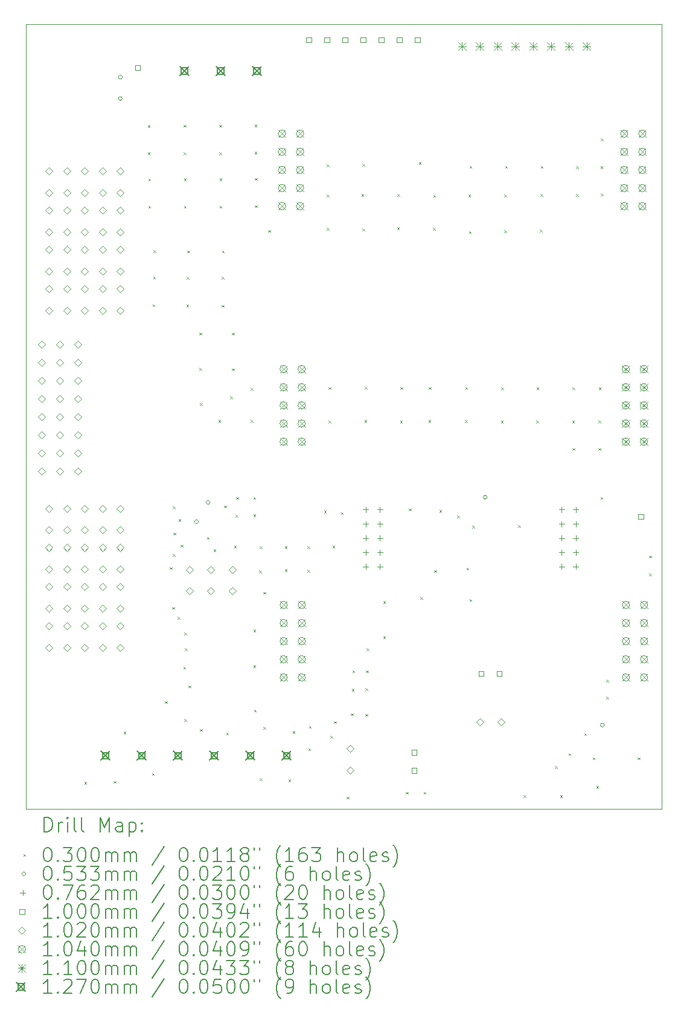
<source format=gbr>
%TF.GenerationSoftware,KiCad,Pcbnew,8.0.4*%
%TF.CreationDate,2025-01-12T00:12:49-05:00*%
%TF.ProjectId,X17_Backplane,5831375f-4261-4636-9b70-6c616e652e6b,rev?*%
%TF.SameCoordinates,Original*%
%TF.FileFunction,Drillmap*%
%TF.FilePolarity,Positive*%
%FSLAX45Y45*%
G04 Gerber Fmt 4.5, Leading zero omitted, Abs format (unit mm)*
G04 Created by KiCad (PCBNEW 8.0.4) date 2025-01-12 00:12:49*
%MOMM*%
%LPD*%
G01*
G04 APERTURE LIST*
%ADD10C,0.050000*%
%ADD11C,0.200000*%
%ADD12C,0.100000*%
%ADD13C,0.102000*%
%ADD14C,0.104000*%
%ADD15C,0.110000*%
%ADD16C,0.127000*%
G04 APERTURE END LIST*
D10*
X9274210Y-4100360D02*
X9274210Y-15100000D01*
X9274210Y-15100000D02*
X18190000Y-15100000D01*
X18190000Y-4100000D02*
X9274210Y-4100000D01*
X18190000Y-15100000D02*
X18190000Y-4100000D01*
D11*
D12*
X10095000Y-14715000D02*
X10125000Y-14745000D01*
X10125000Y-14715000D02*
X10095000Y-14745000D01*
X10505000Y-14705000D02*
X10535000Y-14735000D01*
X10535000Y-14705000D02*
X10505000Y-14735000D01*
X10645000Y-14015000D02*
X10675000Y-14045000D01*
X10675000Y-14015000D02*
X10645000Y-14045000D01*
X10985740Y-5512040D02*
X11015740Y-5542040D01*
X11015740Y-5512040D02*
X10985740Y-5542040D01*
X10985740Y-5895580D02*
X11015740Y-5925580D01*
X11015740Y-5895580D02*
X10985740Y-5925580D01*
X10990820Y-6261340D02*
X11020820Y-6291340D01*
X11020820Y-6261340D02*
X10990820Y-6291340D01*
X10990820Y-6644880D02*
X11020820Y-6674880D01*
X11020820Y-6644880D02*
X10990820Y-6674880D01*
X11045000Y-14595000D02*
X11075000Y-14625000D01*
X11075000Y-14595000D02*
X11045000Y-14625000D01*
X11051860Y-8023720D02*
X11081860Y-8053720D01*
X11081860Y-8023720D02*
X11051860Y-8053720D01*
X11059400Y-7635020D02*
X11089400Y-7665020D01*
X11089400Y-7635020D02*
X11059400Y-7665020D01*
X11064480Y-7266720D02*
X11094480Y-7296720D01*
X11094480Y-7266720D02*
X11064480Y-7296720D01*
X11225000Y-13585000D02*
X11255000Y-13615000D01*
X11255000Y-13585000D02*
X11225000Y-13615000D01*
X11295000Y-11705000D02*
X11325000Y-11735000D01*
X11325000Y-11705000D02*
X11295000Y-11735000D01*
X11325000Y-12265000D02*
X11355000Y-12295000D01*
X11355000Y-12265000D02*
X11325000Y-12295000D01*
X11335000Y-10855000D02*
X11365000Y-10885000D01*
X11365000Y-10855000D02*
X11335000Y-10885000D01*
X11335000Y-11525000D02*
X11365000Y-11555000D01*
X11365000Y-11525000D02*
X11335000Y-11555000D01*
X11345000Y-11225000D02*
X11375000Y-11255000D01*
X11375000Y-11225000D02*
X11345000Y-11255000D01*
X11405000Y-12405000D02*
X11435000Y-12435000D01*
X11435000Y-12405000D02*
X11405000Y-12435000D01*
X11415000Y-11035000D02*
X11445000Y-11065000D01*
X11445000Y-11035000D02*
X11415000Y-11065000D01*
X11445000Y-11395000D02*
X11475000Y-11425000D01*
X11475000Y-11395000D02*
X11445000Y-11425000D01*
X11485000Y-13105000D02*
X11515000Y-13135000D01*
X11515000Y-13105000D02*
X11485000Y-13135000D01*
X11487460Y-5510180D02*
X11517460Y-5540180D01*
X11517460Y-5510180D02*
X11487460Y-5540180D01*
X11487460Y-5893720D02*
X11517460Y-5923720D01*
X11517460Y-5893720D02*
X11487460Y-5923720D01*
X11492540Y-6259480D02*
X11522540Y-6289480D01*
X11522540Y-6259480D02*
X11492540Y-6289480D01*
X11492540Y-6643020D02*
X11522540Y-6673020D01*
X11522540Y-6643020D02*
X11492540Y-6673020D01*
X11495000Y-12625000D02*
X11525000Y-12655000D01*
X11525000Y-12625000D02*
X11495000Y-12655000D01*
X11495000Y-13835000D02*
X11525000Y-13865000D01*
X11525000Y-13835000D02*
X11495000Y-13865000D01*
X11505000Y-12845000D02*
X11535000Y-12875000D01*
X11535000Y-12845000D02*
X11505000Y-12875000D01*
X11524220Y-8026640D02*
X11554220Y-8056640D01*
X11554220Y-8026640D02*
X11524220Y-8056640D01*
X11531760Y-7637940D02*
X11561760Y-7667940D01*
X11561760Y-7637940D02*
X11531760Y-7667940D01*
X11536840Y-7269640D02*
X11566840Y-7299640D01*
X11566840Y-7269640D02*
X11536840Y-7299640D01*
X11555000Y-13365000D02*
X11585000Y-13395000D01*
X11585000Y-13365000D02*
X11555000Y-13395000D01*
X11709560Y-8420720D02*
X11739560Y-8450720D01*
X11739560Y-8420720D02*
X11709560Y-8450720D01*
X11709640Y-8918180D02*
X11739640Y-8948180D01*
X11739640Y-8918180D02*
X11709640Y-8948180D01*
X11714720Y-9408400D02*
X11744720Y-9438400D01*
X11744720Y-9408400D02*
X11714720Y-9438400D01*
X11715000Y-13975000D02*
X11745000Y-14005000D01*
X11745000Y-13975000D02*
X11715000Y-14005000D01*
X11815000Y-11285000D02*
X11845000Y-11315000D01*
X11845000Y-11285000D02*
X11815000Y-11315000D01*
X11905000Y-11455000D02*
X11935000Y-11485000D01*
X11935000Y-11455000D02*
X11905000Y-11485000D01*
X11973800Y-9644620D02*
X12003800Y-9674620D01*
X12003800Y-9644620D02*
X11973800Y-9674620D01*
X11986500Y-5509500D02*
X12016500Y-5539500D01*
X12016500Y-5509500D02*
X11986500Y-5539500D01*
X11986500Y-5893040D02*
X12016500Y-5923040D01*
X12016500Y-5893040D02*
X11986500Y-5923040D01*
X11991580Y-6258800D02*
X12021580Y-6288800D01*
X12021580Y-6258800D02*
X11991580Y-6288800D01*
X11991580Y-6642340D02*
X12021580Y-6672340D01*
X12021580Y-6642340D02*
X11991580Y-6672340D01*
X12019520Y-8031720D02*
X12049520Y-8061720D01*
X12049520Y-8031720D02*
X12019520Y-8061720D01*
X12022060Y-7638020D02*
X12052060Y-7668020D01*
X12052060Y-7638020D02*
X12022060Y-7668020D01*
X12027140Y-7269720D02*
X12057140Y-7299720D01*
X12057140Y-7269720D02*
X12027140Y-7299720D01*
X12055000Y-10845000D02*
X12085000Y-10875000D01*
X12085000Y-10845000D02*
X12055000Y-10875000D01*
X12085000Y-14025000D02*
X12115000Y-14055000D01*
X12115000Y-14025000D02*
X12085000Y-14055000D01*
X12141440Y-9316960D02*
X12171440Y-9346960D01*
X12171440Y-9316960D02*
X12141440Y-9346960D01*
X12164220Y-8423260D02*
X12194220Y-8453260D01*
X12194220Y-8423260D02*
X12164220Y-8453260D01*
X12164300Y-8920720D02*
X12194300Y-8950720D01*
X12194300Y-8920720D02*
X12164300Y-8950720D01*
X12195000Y-11405000D02*
X12225000Y-11435000D01*
X12225000Y-11405000D02*
X12195000Y-11435000D01*
X12215000Y-10975000D02*
X12245000Y-11005000D01*
X12245000Y-10975000D02*
X12215000Y-11005000D01*
X12225000Y-10725000D02*
X12255000Y-10755000D01*
X12255000Y-10725000D02*
X12225000Y-10755000D01*
X12428460Y-9197580D02*
X12458460Y-9227580D01*
X12458460Y-9197580D02*
X12428460Y-9227580D01*
X12428460Y-9647160D02*
X12458460Y-9677160D01*
X12458460Y-9647160D02*
X12428460Y-9677160D01*
X12465000Y-10725000D02*
X12495000Y-10755000D01*
X12495000Y-10725000D02*
X12465000Y-10755000D01*
X12465000Y-10965000D02*
X12495000Y-10995000D01*
X12495000Y-10965000D02*
X12465000Y-10995000D01*
X12465000Y-12585000D02*
X12495000Y-12615000D01*
X12495000Y-12585000D02*
X12465000Y-12615000D01*
X12465000Y-13085000D02*
X12495000Y-13115000D01*
X12495000Y-13085000D02*
X12465000Y-13115000D01*
X12475000Y-13705000D02*
X12505000Y-13735000D01*
X12505000Y-13705000D02*
X12475000Y-13735000D01*
X12481800Y-5504420D02*
X12511800Y-5534420D01*
X12511800Y-5504420D02*
X12481800Y-5534420D01*
X12481800Y-5887960D02*
X12511800Y-5917960D01*
X12511800Y-5887960D02*
X12481800Y-5917960D01*
X12486880Y-6253720D02*
X12516880Y-6283720D01*
X12516880Y-6253720D02*
X12486880Y-6283720D01*
X12486880Y-6637260D02*
X12516880Y-6667260D01*
X12516880Y-6637260D02*
X12486880Y-6667260D01*
X12545000Y-11755000D02*
X12575000Y-11785000D01*
X12575000Y-11755000D02*
X12545000Y-11785000D01*
X12555000Y-11415000D02*
X12585000Y-11445000D01*
X12585000Y-11415000D02*
X12555000Y-11445000D01*
X12555000Y-14665000D02*
X12585000Y-14695000D01*
X12585000Y-14665000D02*
X12555000Y-14695000D01*
X12605000Y-12055000D02*
X12635000Y-12085000D01*
X12635000Y-12055000D02*
X12605000Y-12085000D01*
X12605000Y-13945000D02*
X12635000Y-13975000D01*
X12635000Y-13945000D02*
X12605000Y-13975000D01*
X12672300Y-6982700D02*
X12702300Y-7012700D01*
X12702300Y-6982700D02*
X12672300Y-7012700D01*
X12905000Y-11415000D02*
X12935000Y-11445000D01*
X12935000Y-11415000D02*
X12905000Y-11445000D01*
X12905000Y-11735000D02*
X12935000Y-11765000D01*
X12935000Y-11735000D02*
X12905000Y-11765000D01*
X12955000Y-14685000D02*
X12985000Y-14715000D01*
X12985000Y-14685000D02*
X12955000Y-14715000D01*
X13015000Y-14005000D02*
X13045000Y-14035000D01*
X13045000Y-14005000D02*
X13015000Y-14035000D01*
X13225000Y-11415000D02*
X13255000Y-11445000D01*
X13255000Y-11415000D02*
X13225000Y-11445000D01*
X13225000Y-11745000D02*
X13255000Y-11775000D01*
X13255000Y-11745000D02*
X13225000Y-11775000D01*
X13235000Y-14245000D02*
X13265000Y-14275000D01*
X13265000Y-14245000D02*
X13235000Y-14275000D01*
X13245000Y-13935000D02*
X13275000Y-13965000D01*
X13275000Y-13935000D02*
X13245000Y-13965000D01*
X13455000Y-10915000D02*
X13485000Y-10945000D01*
X13485000Y-10915000D02*
X13455000Y-10945000D01*
X13495000Y-6485000D02*
X13525000Y-6515000D01*
X13525000Y-6485000D02*
X13495000Y-6515000D01*
X13495640Y-6065600D02*
X13525640Y-6095600D01*
X13525640Y-6065600D02*
X13495640Y-6095600D01*
X13495640Y-6954840D02*
X13525640Y-6984840D01*
X13525640Y-6954840D02*
X13495640Y-6984840D01*
X13518960Y-9652240D02*
X13548960Y-9682240D01*
X13548960Y-9652240D02*
X13518960Y-9682240D01*
X13521500Y-9182340D02*
X13551500Y-9212340D01*
X13551500Y-9182340D02*
X13521500Y-9212340D01*
X13545000Y-14075000D02*
X13575000Y-14105000D01*
X13575000Y-14075000D02*
X13545000Y-14105000D01*
X13575000Y-11405000D02*
X13605000Y-11435000D01*
X13605000Y-11405000D02*
X13575000Y-11435000D01*
X13595000Y-13865000D02*
X13625000Y-13895000D01*
X13625000Y-13865000D02*
X13595000Y-13895000D01*
X13695000Y-10935000D02*
X13725000Y-10965000D01*
X13725000Y-10935000D02*
X13695000Y-10965000D01*
X13775000Y-14925000D02*
X13805000Y-14955000D01*
X13805000Y-14925000D02*
X13775000Y-14955000D01*
X13835000Y-13755000D02*
X13865000Y-13785000D01*
X13865000Y-13755000D02*
X13835000Y-13785000D01*
X13845000Y-13415000D02*
X13875000Y-13445000D01*
X13875000Y-13415000D02*
X13845000Y-13445000D01*
X13855000Y-13155000D02*
X13885000Y-13185000D01*
X13885000Y-13155000D02*
X13855000Y-13185000D01*
X13980000Y-6480000D02*
X14010000Y-6510000D01*
X14010000Y-6480000D02*
X13980000Y-6510000D01*
X13995640Y-6055600D02*
X14025640Y-6085600D01*
X14025640Y-6055600D02*
X13995640Y-6085600D01*
X13995640Y-6959840D02*
X14025640Y-6989840D01*
X14025640Y-6959840D02*
X13995640Y-6989840D01*
X14023960Y-9647240D02*
X14053960Y-9677240D01*
X14053960Y-9647240D02*
X14023960Y-9677240D01*
X14026500Y-9177340D02*
X14056500Y-9207340D01*
X14056500Y-9177340D02*
X14026500Y-9207340D01*
X14035000Y-13405000D02*
X14065000Y-13435000D01*
X14065000Y-13405000D02*
X14035000Y-13435000D01*
X14035000Y-13765000D02*
X14065000Y-13795000D01*
X14065000Y-13765000D02*
X14035000Y-13795000D01*
X14045000Y-13155000D02*
X14075000Y-13185000D01*
X14075000Y-13155000D02*
X14045000Y-13185000D01*
X14055000Y-12845000D02*
X14085000Y-12875000D01*
X14085000Y-12845000D02*
X14055000Y-12875000D01*
X14285000Y-12185000D02*
X14315000Y-12215000D01*
X14315000Y-12185000D02*
X14285000Y-12215000D01*
X14285000Y-12675000D02*
X14315000Y-12705000D01*
X14315000Y-12675000D02*
X14285000Y-12705000D01*
X14481240Y-6944760D02*
X14511240Y-6974760D01*
X14511240Y-6944760D02*
X14481240Y-6974760D01*
X14485000Y-6480000D02*
X14515000Y-6510000D01*
X14515000Y-6480000D02*
X14485000Y-6510000D01*
X14523960Y-9652240D02*
X14553960Y-9682240D01*
X14553960Y-9652240D02*
X14523960Y-9682240D01*
X14526500Y-9182340D02*
X14556500Y-9212340D01*
X14556500Y-9182340D02*
X14526500Y-9212340D01*
X14605000Y-14855000D02*
X14635000Y-14885000D01*
X14635000Y-14855000D02*
X14605000Y-14885000D01*
X14645000Y-10885000D02*
X14675000Y-10915000D01*
X14675000Y-10885000D02*
X14645000Y-10915000D01*
X14786000Y-6032000D02*
X14816000Y-6062000D01*
X14816000Y-6032000D02*
X14786000Y-6062000D01*
X14805000Y-12125000D02*
X14835000Y-12155000D01*
X14835000Y-12125000D02*
X14805000Y-12155000D01*
X14855000Y-14855000D02*
X14885000Y-14885000D01*
X14885000Y-14855000D02*
X14855000Y-14885000D01*
X14921960Y-9647240D02*
X14951960Y-9677240D01*
X14951960Y-9647240D02*
X14921960Y-9677240D01*
X14927040Y-9184960D02*
X14957040Y-9214960D01*
X14957040Y-9184960D02*
X14927040Y-9214960D01*
X14986240Y-6954760D02*
X15016240Y-6984760D01*
X15016240Y-6954760D02*
X14986240Y-6984760D01*
X14990000Y-6490000D02*
X15020000Y-6520000D01*
X15020000Y-6490000D02*
X14990000Y-6520000D01*
X15000000Y-11750000D02*
X15030000Y-11780000D01*
X15030000Y-11750000D02*
X15000000Y-11780000D01*
X15075000Y-10905000D02*
X15105000Y-10935000D01*
X15105000Y-10905000D02*
X15075000Y-10935000D01*
X15325000Y-10985000D02*
X15355000Y-11015000D01*
X15355000Y-10985000D02*
X15325000Y-11015000D01*
X15431960Y-9647240D02*
X15461960Y-9677240D01*
X15461960Y-9647240D02*
X15431960Y-9677240D01*
X15437040Y-9184960D02*
X15467040Y-9214960D01*
X15467040Y-9184960D02*
X15437040Y-9214960D01*
X15455000Y-11715000D02*
X15485000Y-11745000D01*
X15485000Y-11715000D02*
X15455000Y-11745000D01*
X15480000Y-6485000D02*
X15510000Y-6515000D01*
X15510000Y-6485000D02*
X15480000Y-6515000D01*
X15490000Y-7000000D02*
X15520000Y-7030000D01*
X15520000Y-7000000D02*
X15490000Y-7030000D01*
X15495000Y-6086080D02*
X15525000Y-6116080D01*
X15525000Y-6086080D02*
X15495000Y-6116080D01*
X15495000Y-12155000D02*
X15525000Y-12185000D01*
X15525000Y-12155000D02*
X15495000Y-12185000D01*
X15535000Y-11125000D02*
X15565000Y-11155000D01*
X15565000Y-11125000D02*
X15535000Y-11155000D01*
X15936960Y-9652240D02*
X15966960Y-9682240D01*
X15966960Y-9652240D02*
X15936960Y-9682240D01*
X15942040Y-9189960D02*
X15972040Y-9219960D01*
X15972040Y-9189960D02*
X15942040Y-9219960D01*
X15985000Y-6485000D02*
X16015000Y-6515000D01*
X16015000Y-6485000D02*
X15985000Y-6515000D01*
X15985000Y-6985000D02*
X16015000Y-7015000D01*
X16015000Y-6985000D02*
X15985000Y-7015000D01*
X15995000Y-6086080D02*
X16025000Y-6116080D01*
X16025000Y-6086080D02*
X15995000Y-6116080D01*
X16180000Y-11120000D02*
X16210000Y-11150000D01*
X16210000Y-11120000D02*
X16180000Y-11150000D01*
X16255000Y-14905000D02*
X16285000Y-14935000D01*
X16285000Y-14905000D02*
X16255000Y-14935000D01*
X16431960Y-9652240D02*
X16461960Y-9682240D01*
X16461960Y-9652240D02*
X16431960Y-9682240D01*
X16437040Y-9189960D02*
X16467040Y-9219960D01*
X16467040Y-9189960D02*
X16437040Y-9219960D01*
X16485000Y-6980000D02*
X16515000Y-7010000D01*
X16515000Y-6980000D02*
X16485000Y-7010000D01*
X16490000Y-6480000D02*
X16520000Y-6510000D01*
X16520000Y-6480000D02*
X16490000Y-6510000D01*
X16495000Y-6086080D02*
X16525000Y-6116080D01*
X16525000Y-6086080D02*
X16495000Y-6116080D01*
X16695000Y-14495000D02*
X16725000Y-14525000D01*
X16725000Y-14495000D02*
X16695000Y-14525000D01*
X16765000Y-14905000D02*
X16795000Y-14935000D01*
X16795000Y-14905000D02*
X16765000Y-14935000D01*
X16885000Y-14315000D02*
X16915000Y-14345000D01*
X16915000Y-14315000D02*
X16885000Y-14345000D01*
X16936960Y-9652240D02*
X16966960Y-9682240D01*
X16966960Y-9652240D02*
X16936960Y-9682240D01*
X16939500Y-10038320D02*
X16969500Y-10068320D01*
X16969500Y-10038320D02*
X16939500Y-10068320D01*
X16942040Y-9189960D02*
X16972040Y-9219960D01*
X16972040Y-9189960D02*
X16942040Y-9219960D01*
X16990000Y-6480000D02*
X17020000Y-6510000D01*
X17020000Y-6480000D02*
X16990000Y-6510000D01*
X16990300Y-6091160D02*
X17020300Y-6121160D01*
X17020300Y-6091160D02*
X16990300Y-6121160D01*
X17105000Y-14035000D02*
X17135000Y-14065000D01*
X17135000Y-14035000D02*
X17105000Y-14065000D01*
X17225000Y-14375000D02*
X17255000Y-14405000D01*
X17255000Y-14375000D02*
X17225000Y-14405000D01*
X17275000Y-14775000D02*
X17305000Y-14805000D01*
X17305000Y-14775000D02*
X17275000Y-14805000D01*
X17302720Y-9652240D02*
X17332720Y-9682240D01*
X17332720Y-9652240D02*
X17302720Y-9682240D01*
X17305260Y-10038320D02*
X17335260Y-10068320D01*
X17335260Y-10038320D02*
X17305260Y-10068320D01*
X17307800Y-9189960D02*
X17337800Y-9219960D01*
X17337800Y-9189960D02*
X17307800Y-9219960D01*
X17335000Y-10725000D02*
X17365000Y-10755000D01*
X17365000Y-10725000D02*
X17335000Y-10755000D01*
X17335740Y-6088620D02*
X17365740Y-6118620D01*
X17365740Y-6088620D02*
X17335740Y-6118620D01*
X17336040Y-5699780D02*
X17366040Y-5729780D01*
X17366040Y-5699780D02*
X17336040Y-5729780D01*
X17338280Y-6472160D02*
X17368280Y-6502160D01*
X17368280Y-6472160D02*
X17338280Y-6502160D01*
X17415000Y-13285000D02*
X17445000Y-13315000D01*
X17445000Y-13285000D02*
X17415000Y-13315000D01*
X17415000Y-13525000D02*
X17445000Y-13555000D01*
X17445000Y-13525000D02*
X17415000Y-13555000D01*
X17855000Y-14375000D02*
X17885000Y-14405000D01*
X17885000Y-14375000D02*
X17855000Y-14405000D01*
X18015000Y-11545000D02*
X18045000Y-11575000D01*
X18045000Y-11545000D02*
X18015000Y-11575000D01*
X18015000Y-11795000D02*
X18045000Y-11825000D01*
X18045000Y-11795000D02*
X18015000Y-11825000D01*
X10626670Y-4840000D02*
G75*
G02*
X10573330Y-4840000I-26670J0D01*
G01*
X10573330Y-4840000D02*
G75*
G02*
X10626670Y-4840000I26670J0D01*
G01*
X10626670Y-5140000D02*
G75*
G02*
X10573330Y-5140000I-26670J0D01*
G01*
X10573330Y-5140000D02*
G75*
G02*
X10626670Y-5140000I26670J0D01*
G01*
X11693513Y-11070000D02*
G75*
G02*
X11640173Y-11070000I-26670J0D01*
G01*
X11640173Y-11070000D02*
G75*
G02*
X11693513Y-11070000I26670J0D01*
G01*
X11856670Y-10800000D02*
G75*
G02*
X11803330Y-10800000I-26670J0D01*
G01*
X11803330Y-10800000D02*
G75*
G02*
X11856670Y-10800000I26670J0D01*
G01*
X15743420Y-10727000D02*
G75*
G02*
X15690080Y-10727000I-26670J0D01*
G01*
X15690080Y-10727000D02*
G75*
G02*
X15743420Y-10727000I26670J0D01*
G01*
X17386670Y-13920000D02*
G75*
G02*
X17333330Y-13920000I-26670J0D01*
G01*
X17333330Y-13920000D02*
G75*
G02*
X17386670Y-13920000I26670J0D01*
G01*
X14040000Y-10861900D02*
X14040000Y-10938100D01*
X14001900Y-10900000D02*
X14078100Y-10900000D01*
X14040000Y-11061900D02*
X14040000Y-11138100D01*
X14001900Y-11100000D02*
X14078100Y-11100000D01*
X14040000Y-11261900D02*
X14040000Y-11338100D01*
X14001900Y-11300000D02*
X14078100Y-11300000D01*
X14040000Y-11461900D02*
X14040000Y-11538100D01*
X14001900Y-11500000D02*
X14078100Y-11500000D01*
X14040000Y-11661900D02*
X14040000Y-11738100D01*
X14001900Y-11700000D02*
X14078100Y-11700000D01*
X14240000Y-10861900D02*
X14240000Y-10938100D01*
X14201900Y-10900000D02*
X14278100Y-10900000D01*
X14240000Y-11061900D02*
X14240000Y-11138100D01*
X14201900Y-11100000D02*
X14278100Y-11100000D01*
X14240000Y-11261900D02*
X14240000Y-11338100D01*
X14201900Y-11300000D02*
X14278100Y-11300000D01*
X14240000Y-11461900D02*
X14240000Y-11538100D01*
X14201900Y-11500000D02*
X14278100Y-11500000D01*
X14240000Y-11661900D02*
X14240000Y-11738100D01*
X14201900Y-11700000D02*
X14278100Y-11700000D01*
X16787090Y-10861900D02*
X16787090Y-10938100D01*
X16748990Y-10900000D02*
X16825190Y-10900000D01*
X16787090Y-11061900D02*
X16787090Y-11138100D01*
X16748990Y-11100000D02*
X16825190Y-11100000D01*
X16787090Y-11261900D02*
X16787090Y-11338100D01*
X16748990Y-11300000D02*
X16825190Y-11300000D01*
X16787090Y-11461900D02*
X16787090Y-11538100D01*
X16748990Y-11500000D02*
X16825190Y-11500000D01*
X16787090Y-11661900D02*
X16787090Y-11738100D01*
X16748990Y-11700000D02*
X16825190Y-11700000D01*
X16987090Y-10861900D02*
X16987090Y-10938100D01*
X16948990Y-10900000D02*
X17025190Y-10900000D01*
X16987090Y-11061900D02*
X16987090Y-11138100D01*
X16948990Y-11100000D02*
X17025190Y-11100000D01*
X16987090Y-11261900D02*
X16987090Y-11338100D01*
X16948990Y-11300000D02*
X17025190Y-11300000D01*
X16987090Y-11461900D02*
X16987090Y-11538100D01*
X16948990Y-11500000D02*
X17025190Y-11500000D01*
X16987090Y-11661900D02*
X16987090Y-11738100D01*
X16948990Y-11700000D02*
X17025190Y-11700000D01*
X10880356Y-4745356D02*
X10880356Y-4674644D01*
X10809644Y-4674644D01*
X10809644Y-4745356D01*
X10880356Y-4745356D01*
X13278856Y-4352856D02*
X13278856Y-4282144D01*
X13208144Y-4282144D01*
X13208144Y-4352856D01*
X13278856Y-4352856D01*
X13532856Y-4352856D02*
X13532856Y-4282144D01*
X13462144Y-4282144D01*
X13462144Y-4352856D01*
X13532856Y-4352856D01*
X13786856Y-4352856D02*
X13786856Y-4282144D01*
X13716144Y-4282144D01*
X13716144Y-4352856D01*
X13786856Y-4352856D01*
X14040856Y-4352856D02*
X14040856Y-4282144D01*
X13970144Y-4282144D01*
X13970144Y-4352856D01*
X14040856Y-4352856D01*
X14294856Y-4352856D02*
X14294856Y-4282144D01*
X14224144Y-4282144D01*
X14224144Y-4352856D01*
X14294856Y-4352856D01*
X14548856Y-4352856D02*
X14548856Y-4282144D01*
X14478144Y-4282144D01*
X14478144Y-4352856D01*
X14548856Y-4352856D01*
X14755356Y-14338856D02*
X14755356Y-14268144D01*
X14684644Y-14268144D01*
X14684644Y-14338856D01*
X14755356Y-14338856D01*
X14755356Y-14592856D02*
X14755356Y-14522144D01*
X14684644Y-14522144D01*
X14684644Y-14592856D01*
X14755356Y-14592856D01*
X14802856Y-4352856D02*
X14802856Y-4282144D01*
X14732144Y-4282144D01*
X14732144Y-4352856D01*
X14802856Y-4352856D01*
X15697856Y-13235356D02*
X15697856Y-13164644D01*
X15627144Y-13164644D01*
X15627144Y-13235356D01*
X15697856Y-13235356D01*
X15951856Y-13235356D02*
X15951856Y-13164644D01*
X15881144Y-13164644D01*
X15881144Y-13235356D01*
X15951856Y-13235356D01*
X17935356Y-11035356D02*
X17935356Y-10964644D01*
X17864644Y-10964644D01*
X17864644Y-11035356D01*
X17935356Y-11035356D01*
D13*
X9500000Y-8640000D02*
X9551000Y-8589000D01*
X9500000Y-8538000D01*
X9449000Y-8589000D01*
X9500000Y-8640000D01*
X9500000Y-8894000D02*
X9551000Y-8843000D01*
X9500000Y-8792000D01*
X9449000Y-8843000D01*
X9500000Y-8894000D01*
X9500000Y-9148000D02*
X9551000Y-9097000D01*
X9500000Y-9046000D01*
X9449000Y-9097000D01*
X9500000Y-9148000D01*
X9500000Y-9402000D02*
X9551000Y-9351000D01*
X9500000Y-9300000D01*
X9449000Y-9351000D01*
X9500000Y-9402000D01*
X9500000Y-9656000D02*
X9551000Y-9605000D01*
X9500000Y-9554000D01*
X9449000Y-9605000D01*
X9500000Y-9656000D01*
X9500000Y-9910000D02*
X9551000Y-9859000D01*
X9500000Y-9808000D01*
X9449000Y-9859000D01*
X9500000Y-9910000D01*
X9500000Y-10164000D02*
X9551000Y-10113000D01*
X9500000Y-10062000D01*
X9449000Y-10113000D01*
X9500000Y-10164000D01*
X9500000Y-10418000D02*
X9551000Y-10367000D01*
X9500000Y-10316000D01*
X9449000Y-10367000D01*
X9500000Y-10418000D01*
X9600000Y-6209000D02*
X9651000Y-6158000D01*
X9600000Y-6107000D01*
X9549000Y-6158000D01*
X9600000Y-6209000D01*
X9600000Y-6509000D02*
X9651000Y-6458000D01*
X9600000Y-6407000D01*
X9549000Y-6458000D01*
X9600000Y-6509000D01*
X9600000Y-6759000D02*
X9651000Y-6708000D01*
X9600000Y-6657000D01*
X9549000Y-6708000D01*
X9600000Y-6759000D01*
X9600000Y-7059000D02*
X9651000Y-7008000D01*
X9600000Y-6957000D01*
X9549000Y-7008000D01*
X9600000Y-7059000D01*
X9600000Y-7309000D02*
X9651000Y-7258000D01*
X9600000Y-7207000D01*
X9549000Y-7258000D01*
X9600000Y-7309000D01*
X9600000Y-7609000D02*
X9651000Y-7558000D01*
X9600000Y-7507000D01*
X9549000Y-7558000D01*
X9600000Y-7609000D01*
X9600000Y-7859000D02*
X9651000Y-7808000D01*
X9600000Y-7757000D01*
X9549000Y-7808000D01*
X9600000Y-7859000D01*
X9600000Y-8159000D02*
X9651000Y-8108000D01*
X9600000Y-8057000D01*
X9549000Y-8108000D01*
X9600000Y-8159000D01*
X9600000Y-10935000D02*
X9651000Y-10884000D01*
X9600000Y-10833000D01*
X9549000Y-10884000D01*
X9600000Y-10935000D01*
X9600000Y-11235000D02*
X9651000Y-11184000D01*
X9600000Y-11133000D01*
X9549000Y-11184000D01*
X9600000Y-11235000D01*
X9600000Y-11485000D02*
X9651000Y-11434000D01*
X9600000Y-11383000D01*
X9549000Y-11434000D01*
X9600000Y-11485000D01*
X9600000Y-11785000D02*
X9651000Y-11734000D01*
X9600000Y-11683000D01*
X9549000Y-11734000D01*
X9600000Y-11785000D01*
X9600000Y-12035000D02*
X9651000Y-11984000D01*
X9600000Y-11933000D01*
X9549000Y-11984000D01*
X9600000Y-12035000D01*
X9600000Y-12335000D02*
X9651000Y-12284000D01*
X9600000Y-12233000D01*
X9549000Y-12284000D01*
X9600000Y-12335000D01*
X9600000Y-12585000D02*
X9651000Y-12534000D01*
X9600000Y-12483000D01*
X9549000Y-12534000D01*
X9600000Y-12585000D01*
X9600000Y-12885000D02*
X9651000Y-12834000D01*
X9600000Y-12783000D01*
X9549000Y-12834000D01*
X9600000Y-12885000D01*
X9754000Y-8640000D02*
X9805000Y-8589000D01*
X9754000Y-8538000D01*
X9703000Y-8589000D01*
X9754000Y-8640000D01*
X9754000Y-8894000D02*
X9805000Y-8843000D01*
X9754000Y-8792000D01*
X9703000Y-8843000D01*
X9754000Y-8894000D01*
X9754000Y-9148000D02*
X9805000Y-9097000D01*
X9754000Y-9046000D01*
X9703000Y-9097000D01*
X9754000Y-9148000D01*
X9754000Y-9402000D02*
X9805000Y-9351000D01*
X9754000Y-9300000D01*
X9703000Y-9351000D01*
X9754000Y-9402000D01*
X9754000Y-9656000D02*
X9805000Y-9605000D01*
X9754000Y-9554000D01*
X9703000Y-9605000D01*
X9754000Y-9656000D01*
X9754000Y-9910000D02*
X9805000Y-9859000D01*
X9754000Y-9808000D01*
X9703000Y-9859000D01*
X9754000Y-9910000D01*
X9754000Y-10164000D02*
X9805000Y-10113000D01*
X9754000Y-10062000D01*
X9703000Y-10113000D01*
X9754000Y-10164000D01*
X9754000Y-10418000D02*
X9805000Y-10367000D01*
X9754000Y-10316000D01*
X9703000Y-10367000D01*
X9754000Y-10418000D01*
X9850000Y-6209000D02*
X9901000Y-6158000D01*
X9850000Y-6107000D01*
X9799000Y-6158000D01*
X9850000Y-6209000D01*
X9850000Y-6509000D02*
X9901000Y-6458000D01*
X9850000Y-6407000D01*
X9799000Y-6458000D01*
X9850000Y-6509000D01*
X9850000Y-6759000D02*
X9901000Y-6708000D01*
X9850000Y-6657000D01*
X9799000Y-6708000D01*
X9850000Y-6759000D01*
X9850000Y-7059000D02*
X9901000Y-7008000D01*
X9850000Y-6957000D01*
X9799000Y-7008000D01*
X9850000Y-7059000D01*
X9850000Y-7309000D02*
X9901000Y-7258000D01*
X9850000Y-7207000D01*
X9799000Y-7258000D01*
X9850000Y-7309000D01*
X9850000Y-7609000D02*
X9901000Y-7558000D01*
X9850000Y-7507000D01*
X9799000Y-7558000D01*
X9850000Y-7609000D01*
X9850000Y-7859000D02*
X9901000Y-7808000D01*
X9850000Y-7757000D01*
X9799000Y-7808000D01*
X9850000Y-7859000D01*
X9850000Y-8159000D02*
X9901000Y-8108000D01*
X9850000Y-8057000D01*
X9799000Y-8108000D01*
X9850000Y-8159000D01*
X9850000Y-10935000D02*
X9901000Y-10884000D01*
X9850000Y-10833000D01*
X9799000Y-10884000D01*
X9850000Y-10935000D01*
X9850000Y-11235000D02*
X9901000Y-11184000D01*
X9850000Y-11133000D01*
X9799000Y-11184000D01*
X9850000Y-11235000D01*
X9850000Y-11485000D02*
X9901000Y-11434000D01*
X9850000Y-11383000D01*
X9799000Y-11434000D01*
X9850000Y-11485000D01*
X9850000Y-11785000D02*
X9901000Y-11734000D01*
X9850000Y-11683000D01*
X9799000Y-11734000D01*
X9850000Y-11785000D01*
X9850000Y-12035000D02*
X9901000Y-11984000D01*
X9850000Y-11933000D01*
X9799000Y-11984000D01*
X9850000Y-12035000D01*
X9850000Y-12335000D02*
X9901000Y-12284000D01*
X9850000Y-12233000D01*
X9799000Y-12284000D01*
X9850000Y-12335000D01*
X9850000Y-12585000D02*
X9901000Y-12534000D01*
X9850000Y-12483000D01*
X9799000Y-12534000D01*
X9850000Y-12585000D01*
X9850000Y-12885000D02*
X9901000Y-12834000D01*
X9850000Y-12783000D01*
X9799000Y-12834000D01*
X9850000Y-12885000D01*
X10008000Y-8640000D02*
X10059000Y-8589000D01*
X10008000Y-8538000D01*
X9957000Y-8589000D01*
X10008000Y-8640000D01*
X10008000Y-8894000D02*
X10059000Y-8843000D01*
X10008000Y-8792000D01*
X9957000Y-8843000D01*
X10008000Y-8894000D01*
X10008000Y-9148000D02*
X10059000Y-9097000D01*
X10008000Y-9046000D01*
X9957000Y-9097000D01*
X10008000Y-9148000D01*
X10008000Y-9402000D02*
X10059000Y-9351000D01*
X10008000Y-9300000D01*
X9957000Y-9351000D01*
X10008000Y-9402000D01*
X10008000Y-9656000D02*
X10059000Y-9605000D01*
X10008000Y-9554000D01*
X9957000Y-9605000D01*
X10008000Y-9656000D01*
X10008000Y-9910000D02*
X10059000Y-9859000D01*
X10008000Y-9808000D01*
X9957000Y-9859000D01*
X10008000Y-9910000D01*
X10008000Y-10164000D02*
X10059000Y-10113000D01*
X10008000Y-10062000D01*
X9957000Y-10113000D01*
X10008000Y-10164000D01*
X10008000Y-10418000D02*
X10059000Y-10367000D01*
X10008000Y-10316000D01*
X9957000Y-10367000D01*
X10008000Y-10418000D01*
X10100000Y-6209000D02*
X10151000Y-6158000D01*
X10100000Y-6107000D01*
X10049000Y-6158000D01*
X10100000Y-6209000D01*
X10100000Y-6509000D02*
X10151000Y-6458000D01*
X10100000Y-6407000D01*
X10049000Y-6458000D01*
X10100000Y-6509000D01*
X10100000Y-6759000D02*
X10151000Y-6708000D01*
X10100000Y-6657000D01*
X10049000Y-6708000D01*
X10100000Y-6759000D01*
X10100000Y-7059000D02*
X10151000Y-7008000D01*
X10100000Y-6957000D01*
X10049000Y-7008000D01*
X10100000Y-7059000D01*
X10100000Y-7309000D02*
X10151000Y-7258000D01*
X10100000Y-7207000D01*
X10049000Y-7258000D01*
X10100000Y-7309000D01*
X10100000Y-7609000D02*
X10151000Y-7558000D01*
X10100000Y-7507000D01*
X10049000Y-7558000D01*
X10100000Y-7609000D01*
X10100000Y-7859000D02*
X10151000Y-7808000D01*
X10100000Y-7757000D01*
X10049000Y-7808000D01*
X10100000Y-7859000D01*
X10100000Y-8159000D02*
X10151000Y-8108000D01*
X10100000Y-8057000D01*
X10049000Y-8108000D01*
X10100000Y-8159000D01*
X10100000Y-10935000D02*
X10151000Y-10884000D01*
X10100000Y-10833000D01*
X10049000Y-10884000D01*
X10100000Y-10935000D01*
X10100000Y-11235000D02*
X10151000Y-11184000D01*
X10100000Y-11133000D01*
X10049000Y-11184000D01*
X10100000Y-11235000D01*
X10100000Y-11485000D02*
X10151000Y-11434000D01*
X10100000Y-11383000D01*
X10049000Y-11434000D01*
X10100000Y-11485000D01*
X10100000Y-11785000D02*
X10151000Y-11734000D01*
X10100000Y-11683000D01*
X10049000Y-11734000D01*
X10100000Y-11785000D01*
X10100000Y-12035000D02*
X10151000Y-11984000D01*
X10100000Y-11933000D01*
X10049000Y-11984000D01*
X10100000Y-12035000D01*
X10100000Y-12335000D02*
X10151000Y-12284000D01*
X10100000Y-12233000D01*
X10049000Y-12284000D01*
X10100000Y-12335000D01*
X10100000Y-12585000D02*
X10151000Y-12534000D01*
X10100000Y-12483000D01*
X10049000Y-12534000D01*
X10100000Y-12585000D01*
X10100000Y-12885000D02*
X10151000Y-12834000D01*
X10100000Y-12783000D01*
X10049000Y-12834000D01*
X10100000Y-12885000D01*
X10350000Y-6209000D02*
X10401000Y-6158000D01*
X10350000Y-6107000D01*
X10299000Y-6158000D01*
X10350000Y-6209000D01*
X10350000Y-6509000D02*
X10401000Y-6458000D01*
X10350000Y-6407000D01*
X10299000Y-6458000D01*
X10350000Y-6509000D01*
X10350000Y-6759000D02*
X10401000Y-6708000D01*
X10350000Y-6657000D01*
X10299000Y-6708000D01*
X10350000Y-6759000D01*
X10350000Y-7059000D02*
X10401000Y-7008000D01*
X10350000Y-6957000D01*
X10299000Y-7008000D01*
X10350000Y-7059000D01*
X10350000Y-7309000D02*
X10401000Y-7258000D01*
X10350000Y-7207000D01*
X10299000Y-7258000D01*
X10350000Y-7309000D01*
X10350000Y-7609000D02*
X10401000Y-7558000D01*
X10350000Y-7507000D01*
X10299000Y-7558000D01*
X10350000Y-7609000D01*
X10350000Y-7859000D02*
X10401000Y-7808000D01*
X10350000Y-7757000D01*
X10299000Y-7808000D01*
X10350000Y-7859000D01*
X10350000Y-8159000D02*
X10401000Y-8108000D01*
X10350000Y-8057000D01*
X10299000Y-8108000D01*
X10350000Y-8159000D01*
X10350000Y-10935000D02*
X10401000Y-10884000D01*
X10350000Y-10833000D01*
X10299000Y-10884000D01*
X10350000Y-10935000D01*
X10350000Y-11235000D02*
X10401000Y-11184000D01*
X10350000Y-11133000D01*
X10299000Y-11184000D01*
X10350000Y-11235000D01*
X10350000Y-11485000D02*
X10401000Y-11434000D01*
X10350000Y-11383000D01*
X10299000Y-11434000D01*
X10350000Y-11485000D01*
X10350000Y-11785000D02*
X10401000Y-11734000D01*
X10350000Y-11683000D01*
X10299000Y-11734000D01*
X10350000Y-11785000D01*
X10350000Y-12035000D02*
X10401000Y-11984000D01*
X10350000Y-11933000D01*
X10299000Y-11984000D01*
X10350000Y-12035000D01*
X10350000Y-12335000D02*
X10401000Y-12284000D01*
X10350000Y-12233000D01*
X10299000Y-12284000D01*
X10350000Y-12335000D01*
X10350000Y-12585000D02*
X10401000Y-12534000D01*
X10350000Y-12483000D01*
X10299000Y-12534000D01*
X10350000Y-12585000D01*
X10350000Y-12885000D02*
X10401000Y-12834000D01*
X10350000Y-12783000D01*
X10299000Y-12834000D01*
X10350000Y-12885000D01*
X10600000Y-6209000D02*
X10651000Y-6158000D01*
X10600000Y-6107000D01*
X10549000Y-6158000D01*
X10600000Y-6209000D01*
X10600000Y-6509000D02*
X10651000Y-6458000D01*
X10600000Y-6407000D01*
X10549000Y-6458000D01*
X10600000Y-6509000D01*
X10600000Y-6759000D02*
X10651000Y-6708000D01*
X10600000Y-6657000D01*
X10549000Y-6708000D01*
X10600000Y-6759000D01*
X10600000Y-7059000D02*
X10651000Y-7008000D01*
X10600000Y-6957000D01*
X10549000Y-7008000D01*
X10600000Y-7059000D01*
X10600000Y-7309000D02*
X10651000Y-7258000D01*
X10600000Y-7207000D01*
X10549000Y-7258000D01*
X10600000Y-7309000D01*
X10600000Y-7609000D02*
X10651000Y-7558000D01*
X10600000Y-7507000D01*
X10549000Y-7558000D01*
X10600000Y-7609000D01*
X10600000Y-7859000D02*
X10651000Y-7808000D01*
X10600000Y-7757000D01*
X10549000Y-7808000D01*
X10600000Y-7859000D01*
X10600000Y-8159000D02*
X10651000Y-8108000D01*
X10600000Y-8057000D01*
X10549000Y-8108000D01*
X10600000Y-8159000D01*
X10600000Y-10935000D02*
X10651000Y-10884000D01*
X10600000Y-10833000D01*
X10549000Y-10884000D01*
X10600000Y-10935000D01*
X10600000Y-11235000D02*
X10651000Y-11184000D01*
X10600000Y-11133000D01*
X10549000Y-11184000D01*
X10600000Y-11235000D01*
X10600000Y-11485000D02*
X10651000Y-11434000D01*
X10600000Y-11383000D01*
X10549000Y-11434000D01*
X10600000Y-11485000D01*
X10600000Y-11785000D02*
X10651000Y-11734000D01*
X10600000Y-11683000D01*
X10549000Y-11734000D01*
X10600000Y-11785000D01*
X10600000Y-12035000D02*
X10651000Y-11984000D01*
X10600000Y-11933000D01*
X10549000Y-11984000D01*
X10600000Y-12035000D01*
X10600000Y-12335000D02*
X10651000Y-12284000D01*
X10600000Y-12233000D01*
X10549000Y-12284000D01*
X10600000Y-12335000D01*
X10600000Y-12585000D02*
X10651000Y-12534000D01*
X10600000Y-12483000D01*
X10549000Y-12534000D01*
X10600000Y-12585000D01*
X10600000Y-12885000D02*
X10651000Y-12834000D01*
X10600000Y-12783000D01*
X10549000Y-12834000D01*
X10600000Y-12885000D01*
X11570000Y-11791000D02*
X11621000Y-11740000D01*
X11570000Y-11689000D01*
X11519000Y-11740000D01*
X11570000Y-11791000D01*
X11570000Y-12091000D02*
X11621000Y-12040000D01*
X11570000Y-11989000D01*
X11519000Y-12040000D01*
X11570000Y-12091000D01*
X11870000Y-11791000D02*
X11921000Y-11740000D01*
X11870000Y-11689000D01*
X11819000Y-11740000D01*
X11870000Y-11791000D01*
X11870000Y-12091000D02*
X11921000Y-12040000D01*
X11870000Y-11989000D01*
X11819000Y-12040000D01*
X11870000Y-12091000D01*
X12170000Y-11791000D02*
X12221000Y-11740000D01*
X12170000Y-11689000D01*
X12119000Y-11740000D01*
X12170000Y-11791000D01*
X12170000Y-12091000D02*
X12221000Y-12040000D01*
X12170000Y-11989000D01*
X12119000Y-12040000D01*
X12170000Y-12091000D01*
X13820000Y-14301000D02*
X13871000Y-14250000D01*
X13820000Y-14199000D01*
X13769000Y-14250000D01*
X13820000Y-14301000D01*
X13820000Y-14601000D02*
X13871000Y-14550000D01*
X13820000Y-14499000D01*
X13769000Y-14550000D01*
X13820000Y-14601000D01*
X15641500Y-13927035D02*
X15692500Y-13876035D01*
X15641500Y-13825035D01*
X15590500Y-13876035D01*
X15641500Y-13927035D01*
X15941500Y-13927035D02*
X15992500Y-13876035D01*
X15941500Y-13825035D01*
X15890500Y-13876035D01*
X15941500Y-13927035D01*
D14*
X12814000Y-5580000D02*
X12918000Y-5684000D01*
X12918000Y-5580000D02*
X12814000Y-5684000D01*
X12918000Y-5632000D02*
G75*
G02*
X12814000Y-5632000I-52000J0D01*
G01*
X12814000Y-5632000D02*
G75*
G02*
X12918000Y-5632000I52000J0D01*
G01*
X12814000Y-5834000D02*
X12918000Y-5938000D01*
X12918000Y-5834000D02*
X12814000Y-5938000D01*
X12918000Y-5886000D02*
G75*
G02*
X12814000Y-5886000I-52000J0D01*
G01*
X12814000Y-5886000D02*
G75*
G02*
X12918000Y-5886000I52000J0D01*
G01*
X12814000Y-6088000D02*
X12918000Y-6192000D01*
X12918000Y-6088000D02*
X12814000Y-6192000D01*
X12918000Y-6140000D02*
G75*
G02*
X12814000Y-6140000I-52000J0D01*
G01*
X12814000Y-6140000D02*
G75*
G02*
X12918000Y-6140000I52000J0D01*
G01*
X12814000Y-6342000D02*
X12918000Y-6446000D01*
X12918000Y-6342000D02*
X12814000Y-6446000D01*
X12918000Y-6394000D02*
G75*
G02*
X12814000Y-6394000I-52000J0D01*
G01*
X12814000Y-6394000D02*
G75*
G02*
X12918000Y-6394000I52000J0D01*
G01*
X12814000Y-6596000D02*
X12918000Y-6700000D01*
X12918000Y-6596000D02*
X12814000Y-6700000D01*
X12918000Y-6648000D02*
G75*
G02*
X12814000Y-6648000I-52000J0D01*
G01*
X12814000Y-6648000D02*
G75*
G02*
X12918000Y-6648000I52000J0D01*
G01*
X12836500Y-8880000D02*
X12940500Y-8984000D01*
X12940500Y-8880000D02*
X12836500Y-8984000D01*
X12940500Y-8932000D02*
G75*
G02*
X12836500Y-8932000I-52000J0D01*
G01*
X12836500Y-8932000D02*
G75*
G02*
X12940500Y-8932000I52000J0D01*
G01*
X12836500Y-9134000D02*
X12940500Y-9238000D01*
X12940500Y-9134000D02*
X12836500Y-9238000D01*
X12940500Y-9186000D02*
G75*
G02*
X12836500Y-9186000I-52000J0D01*
G01*
X12836500Y-9186000D02*
G75*
G02*
X12940500Y-9186000I52000J0D01*
G01*
X12836500Y-9388000D02*
X12940500Y-9492000D01*
X12940500Y-9388000D02*
X12836500Y-9492000D01*
X12940500Y-9440000D02*
G75*
G02*
X12836500Y-9440000I-52000J0D01*
G01*
X12836500Y-9440000D02*
G75*
G02*
X12940500Y-9440000I52000J0D01*
G01*
X12836500Y-9642000D02*
X12940500Y-9746000D01*
X12940500Y-9642000D02*
X12836500Y-9746000D01*
X12940500Y-9694000D02*
G75*
G02*
X12836500Y-9694000I-52000J0D01*
G01*
X12836500Y-9694000D02*
G75*
G02*
X12940500Y-9694000I52000J0D01*
G01*
X12836500Y-9896000D02*
X12940500Y-10000000D01*
X12940500Y-9896000D02*
X12836500Y-10000000D01*
X12940500Y-9948000D02*
G75*
G02*
X12836500Y-9948000I-52000J0D01*
G01*
X12836500Y-9948000D02*
G75*
G02*
X12940500Y-9948000I52000J0D01*
G01*
X12839000Y-12184000D02*
X12943000Y-12288000D01*
X12943000Y-12184000D02*
X12839000Y-12288000D01*
X12943000Y-12236000D02*
G75*
G02*
X12839000Y-12236000I-52000J0D01*
G01*
X12839000Y-12236000D02*
G75*
G02*
X12943000Y-12236000I52000J0D01*
G01*
X12839000Y-12438000D02*
X12943000Y-12542000D01*
X12943000Y-12438000D02*
X12839000Y-12542000D01*
X12943000Y-12490000D02*
G75*
G02*
X12839000Y-12490000I-52000J0D01*
G01*
X12839000Y-12490000D02*
G75*
G02*
X12943000Y-12490000I52000J0D01*
G01*
X12839000Y-12692000D02*
X12943000Y-12796000D01*
X12943000Y-12692000D02*
X12839000Y-12796000D01*
X12943000Y-12744000D02*
G75*
G02*
X12839000Y-12744000I-52000J0D01*
G01*
X12839000Y-12744000D02*
G75*
G02*
X12943000Y-12744000I52000J0D01*
G01*
X12839000Y-12946000D02*
X12943000Y-13050000D01*
X12943000Y-12946000D02*
X12839000Y-13050000D01*
X12943000Y-12998000D02*
G75*
G02*
X12839000Y-12998000I-52000J0D01*
G01*
X12839000Y-12998000D02*
G75*
G02*
X12943000Y-12998000I52000J0D01*
G01*
X12839000Y-13200000D02*
X12943000Y-13304000D01*
X12943000Y-13200000D02*
X12839000Y-13304000D01*
X12943000Y-13252000D02*
G75*
G02*
X12839000Y-13252000I-52000J0D01*
G01*
X12839000Y-13252000D02*
G75*
G02*
X12943000Y-13252000I52000J0D01*
G01*
X13068000Y-5580000D02*
X13172000Y-5684000D01*
X13172000Y-5580000D02*
X13068000Y-5684000D01*
X13172000Y-5632000D02*
G75*
G02*
X13068000Y-5632000I-52000J0D01*
G01*
X13068000Y-5632000D02*
G75*
G02*
X13172000Y-5632000I52000J0D01*
G01*
X13068000Y-5834000D02*
X13172000Y-5938000D01*
X13172000Y-5834000D02*
X13068000Y-5938000D01*
X13172000Y-5886000D02*
G75*
G02*
X13068000Y-5886000I-52000J0D01*
G01*
X13068000Y-5886000D02*
G75*
G02*
X13172000Y-5886000I52000J0D01*
G01*
X13068000Y-6088000D02*
X13172000Y-6192000D01*
X13172000Y-6088000D02*
X13068000Y-6192000D01*
X13172000Y-6140000D02*
G75*
G02*
X13068000Y-6140000I-52000J0D01*
G01*
X13068000Y-6140000D02*
G75*
G02*
X13172000Y-6140000I52000J0D01*
G01*
X13068000Y-6342000D02*
X13172000Y-6446000D01*
X13172000Y-6342000D02*
X13068000Y-6446000D01*
X13172000Y-6394000D02*
G75*
G02*
X13068000Y-6394000I-52000J0D01*
G01*
X13068000Y-6394000D02*
G75*
G02*
X13172000Y-6394000I52000J0D01*
G01*
X13068000Y-6596000D02*
X13172000Y-6700000D01*
X13172000Y-6596000D02*
X13068000Y-6700000D01*
X13172000Y-6648000D02*
G75*
G02*
X13068000Y-6648000I-52000J0D01*
G01*
X13068000Y-6648000D02*
G75*
G02*
X13172000Y-6648000I52000J0D01*
G01*
X13090500Y-8880000D02*
X13194500Y-8984000D01*
X13194500Y-8880000D02*
X13090500Y-8984000D01*
X13194500Y-8932000D02*
G75*
G02*
X13090500Y-8932000I-52000J0D01*
G01*
X13090500Y-8932000D02*
G75*
G02*
X13194500Y-8932000I52000J0D01*
G01*
X13090500Y-9134000D02*
X13194500Y-9238000D01*
X13194500Y-9134000D02*
X13090500Y-9238000D01*
X13194500Y-9186000D02*
G75*
G02*
X13090500Y-9186000I-52000J0D01*
G01*
X13090500Y-9186000D02*
G75*
G02*
X13194500Y-9186000I52000J0D01*
G01*
X13090500Y-9388000D02*
X13194500Y-9492000D01*
X13194500Y-9388000D02*
X13090500Y-9492000D01*
X13194500Y-9440000D02*
G75*
G02*
X13090500Y-9440000I-52000J0D01*
G01*
X13090500Y-9440000D02*
G75*
G02*
X13194500Y-9440000I52000J0D01*
G01*
X13090500Y-9642000D02*
X13194500Y-9746000D01*
X13194500Y-9642000D02*
X13090500Y-9746000D01*
X13194500Y-9694000D02*
G75*
G02*
X13090500Y-9694000I-52000J0D01*
G01*
X13090500Y-9694000D02*
G75*
G02*
X13194500Y-9694000I52000J0D01*
G01*
X13090500Y-9896000D02*
X13194500Y-10000000D01*
X13194500Y-9896000D02*
X13090500Y-10000000D01*
X13194500Y-9948000D02*
G75*
G02*
X13090500Y-9948000I-52000J0D01*
G01*
X13090500Y-9948000D02*
G75*
G02*
X13194500Y-9948000I52000J0D01*
G01*
X13093000Y-12184000D02*
X13197000Y-12288000D01*
X13197000Y-12184000D02*
X13093000Y-12288000D01*
X13197000Y-12236000D02*
G75*
G02*
X13093000Y-12236000I-52000J0D01*
G01*
X13093000Y-12236000D02*
G75*
G02*
X13197000Y-12236000I52000J0D01*
G01*
X13093000Y-12438000D02*
X13197000Y-12542000D01*
X13197000Y-12438000D02*
X13093000Y-12542000D01*
X13197000Y-12490000D02*
G75*
G02*
X13093000Y-12490000I-52000J0D01*
G01*
X13093000Y-12490000D02*
G75*
G02*
X13197000Y-12490000I52000J0D01*
G01*
X13093000Y-12692000D02*
X13197000Y-12796000D01*
X13197000Y-12692000D02*
X13093000Y-12796000D01*
X13197000Y-12744000D02*
G75*
G02*
X13093000Y-12744000I-52000J0D01*
G01*
X13093000Y-12744000D02*
G75*
G02*
X13197000Y-12744000I52000J0D01*
G01*
X13093000Y-12946000D02*
X13197000Y-13050000D01*
X13197000Y-12946000D02*
X13093000Y-13050000D01*
X13197000Y-12998000D02*
G75*
G02*
X13093000Y-12998000I-52000J0D01*
G01*
X13093000Y-12998000D02*
G75*
G02*
X13197000Y-12998000I52000J0D01*
G01*
X13093000Y-13200000D02*
X13197000Y-13304000D01*
X13197000Y-13200000D02*
X13093000Y-13304000D01*
X13197000Y-13252000D02*
G75*
G02*
X13093000Y-13252000I-52000J0D01*
G01*
X13093000Y-13252000D02*
G75*
G02*
X13197000Y-13252000I52000J0D01*
G01*
X17614000Y-5580000D02*
X17718000Y-5684000D01*
X17718000Y-5580000D02*
X17614000Y-5684000D01*
X17718000Y-5632000D02*
G75*
G02*
X17614000Y-5632000I-52000J0D01*
G01*
X17614000Y-5632000D02*
G75*
G02*
X17718000Y-5632000I52000J0D01*
G01*
X17614000Y-5834000D02*
X17718000Y-5938000D01*
X17718000Y-5834000D02*
X17614000Y-5938000D01*
X17718000Y-5886000D02*
G75*
G02*
X17614000Y-5886000I-52000J0D01*
G01*
X17614000Y-5886000D02*
G75*
G02*
X17718000Y-5886000I52000J0D01*
G01*
X17614000Y-6088000D02*
X17718000Y-6192000D01*
X17718000Y-6088000D02*
X17614000Y-6192000D01*
X17718000Y-6140000D02*
G75*
G02*
X17614000Y-6140000I-52000J0D01*
G01*
X17614000Y-6140000D02*
G75*
G02*
X17718000Y-6140000I52000J0D01*
G01*
X17614000Y-6342000D02*
X17718000Y-6446000D01*
X17718000Y-6342000D02*
X17614000Y-6446000D01*
X17718000Y-6394000D02*
G75*
G02*
X17614000Y-6394000I-52000J0D01*
G01*
X17614000Y-6394000D02*
G75*
G02*
X17718000Y-6394000I52000J0D01*
G01*
X17614000Y-6596000D02*
X17718000Y-6700000D01*
X17718000Y-6596000D02*
X17614000Y-6700000D01*
X17718000Y-6648000D02*
G75*
G02*
X17614000Y-6648000I-52000J0D01*
G01*
X17614000Y-6648000D02*
G75*
G02*
X17718000Y-6648000I52000J0D01*
G01*
X17636500Y-8880000D02*
X17740500Y-8984000D01*
X17740500Y-8880000D02*
X17636500Y-8984000D01*
X17740500Y-8932000D02*
G75*
G02*
X17636500Y-8932000I-52000J0D01*
G01*
X17636500Y-8932000D02*
G75*
G02*
X17740500Y-8932000I52000J0D01*
G01*
X17636500Y-9134000D02*
X17740500Y-9238000D01*
X17740500Y-9134000D02*
X17636500Y-9238000D01*
X17740500Y-9186000D02*
G75*
G02*
X17636500Y-9186000I-52000J0D01*
G01*
X17636500Y-9186000D02*
G75*
G02*
X17740500Y-9186000I52000J0D01*
G01*
X17636500Y-9388000D02*
X17740500Y-9492000D01*
X17740500Y-9388000D02*
X17636500Y-9492000D01*
X17740500Y-9440000D02*
G75*
G02*
X17636500Y-9440000I-52000J0D01*
G01*
X17636500Y-9440000D02*
G75*
G02*
X17740500Y-9440000I52000J0D01*
G01*
X17636500Y-9642000D02*
X17740500Y-9746000D01*
X17740500Y-9642000D02*
X17636500Y-9746000D01*
X17740500Y-9694000D02*
G75*
G02*
X17636500Y-9694000I-52000J0D01*
G01*
X17636500Y-9694000D02*
G75*
G02*
X17740500Y-9694000I52000J0D01*
G01*
X17636500Y-9896000D02*
X17740500Y-10000000D01*
X17740500Y-9896000D02*
X17636500Y-10000000D01*
X17740500Y-9948000D02*
G75*
G02*
X17636500Y-9948000I-52000J0D01*
G01*
X17636500Y-9948000D02*
G75*
G02*
X17740500Y-9948000I52000J0D01*
G01*
X17639000Y-12184000D02*
X17743000Y-12288000D01*
X17743000Y-12184000D02*
X17639000Y-12288000D01*
X17743000Y-12236000D02*
G75*
G02*
X17639000Y-12236000I-52000J0D01*
G01*
X17639000Y-12236000D02*
G75*
G02*
X17743000Y-12236000I52000J0D01*
G01*
X17639000Y-12438000D02*
X17743000Y-12542000D01*
X17743000Y-12438000D02*
X17639000Y-12542000D01*
X17743000Y-12490000D02*
G75*
G02*
X17639000Y-12490000I-52000J0D01*
G01*
X17639000Y-12490000D02*
G75*
G02*
X17743000Y-12490000I52000J0D01*
G01*
X17639000Y-12692000D02*
X17743000Y-12796000D01*
X17743000Y-12692000D02*
X17639000Y-12796000D01*
X17743000Y-12744000D02*
G75*
G02*
X17639000Y-12744000I-52000J0D01*
G01*
X17639000Y-12744000D02*
G75*
G02*
X17743000Y-12744000I52000J0D01*
G01*
X17639000Y-12946000D02*
X17743000Y-13050000D01*
X17743000Y-12946000D02*
X17639000Y-13050000D01*
X17743000Y-12998000D02*
G75*
G02*
X17639000Y-12998000I-52000J0D01*
G01*
X17639000Y-12998000D02*
G75*
G02*
X17743000Y-12998000I52000J0D01*
G01*
X17639000Y-13200000D02*
X17743000Y-13304000D01*
X17743000Y-13200000D02*
X17639000Y-13304000D01*
X17743000Y-13252000D02*
G75*
G02*
X17639000Y-13252000I-52000J0D01*
G01*
X17639000Y-13252000D02*
G75*
G02*
X17743000Y-13252000I52000J0D01*
G01*
X17868000Y-5580000D02*
X17972000Y-5684000D01*
X17972000Y-5580000D02*
X17868000Y-5684000D01*
X17972000Y-5632000D02*
G75*
G02*
X17868000Y-5632000I-52000J0D01*
G01*
X17868000Y-5632000D02*
G75*
G02*
X17972000Y-5632000I52000J0D01*
G01*
X17868000Y-5834000D02*
X17972000Y-5938000D01*
X17972000Y-5834000D02*
X17868000Y-5938000D01*
X17972000Y-5886000D02*
G75*
G02*
X17868000Y-5886000I-52000J0D01*
G01*
X17868000Y-5886000D02*
G75*
G02*
X17972000Y-5886000I52000J0D01*
G01*
X17868000Y-6088000D02*
X17972000Y-6192000D01*
X17972000Y-6088000D02*
X17868000Y-6192000D01*
X17972000Y-6140000D02*
G75*
G02*
X17868000Y-6140000I-52000J0D01*
G01*
X17868000Y-6140000D02*
G75*
G02*
X17972000Y-6140000I52000J0D01*
G01*
X17868000Y-6342000D02*
X17972000Y-6446000D01*
X17972000Y-6342000D02*
X17868000Y-6446000D01*
X17972000Y-6394000D02*
G75*
G02*
X17868000Y-6394000I-52000J0D01*
G01*
X17868000Y-6394000D02*
G75*
G02*
X17972000Y-6394000I52000J0D01*
G01*
X17868000Y-6596000D02*
X17972000Y-6700000D01*
X17972000Y-6596000D02*
X17868000Y-6700000D01*
X17972000Y-6648000D02*
G75*
G02*
X17868000Y-6648000I-52000J0D01*
G01*
X17868000Y-6648000D02*
G75*
G02*
X17972000Y-6648000I52000J0D01*
G01*
X17890500Y-8880000D02*
X17994500Y-8984000D01*
X17994500Y-8880000D02*
X17890500Y-8984000D01*
X17994500Y-8932000D02*
G75*
G02*
X17890500Y-8932000I-52000J0D01*
G01*
X17890500Y-8932000D02*
G75*
G02*
X17994500Y-8932000I52000J0D01*
G01*
X17890500Y-9134000D02*
X17994500Y-9238000D01*
X17994500Y-9134000D02*
X17890500Y-9238000D01*
X17994500Y-9186000D02*
G75*
G02*
X17890500Y-9186000I-52000J0D01*
G01*
X17890500Y-9186000D02*
G75*
G02*
X17994500Y-9186000I52000J0D01*
G01*
X17890500Y-9388000D02*
X17994500Y-9492000D01*
X17994500Y-9388000D02*
X17890500Y-9492000D01*
X17994500Y-9440000D02*
G75*
G02*
X17890500Y-9440000I-52000J0D01*
G01*
X17890500Y-9440000D02*
G75*
G02*
X17994500Y-9440000I52000J0D01*
G01*
X17890500Y-9642000D02*
X17994500Y-9746000D01*
X17994500Y-9642000D02*
X17890500Y-9746000D01*
X17994500Y-9694000D02*
G75*
G02*
X17890500Y-9694000I-52000J0D01*
G01*
X17890500Y-9694000D02*
G75*
G02*
X17994500Y-9694000I52000J0D01*
G01*
X17890500Y-9896000D02*
X17994500Y-10000000D01*
X17994500Y-9896000D02*
X17890500Y-10000000D01*
X17994500Y-9948000D02*
G75*
G02*
X17890500Y-9948000I-52000J0D01*
G01*
X17890500Y-9948000D02*
G75*
G02*
X17994500Y-9948000I52000J0D01*
G01*
X17893000Y-12184000D02*
X17997000Y-12288000D01*
X17997000Y-12184000D02*
X17893000Y-12288000D01*
X17997000Y-12236000D02*
G75*
G02*
X17893000Y-12236000I-52000J0D01*
G01*
X17893000Y-12236000D02*
G75*
G02*
X17997000Y-12236000I52000J0D01*
G01*
X17893000Y-12438000D02*
X17997000Y-12542000D01*
X17997000Y-12438000D02*
X17893000Y-12542000D01*
X17997000Y-12490000D02*
G75*
G02*
X17893000Y-12490000I-52000J0D01*
G01*
X17893000Y-12490000D02*
G75*
G02*
X17997000Y-12490000I52000J0D01*
G01*
X17893000Y-12692000D02*
X17997000Y-12796000D01*
X17997000Y-12692000D02*
X17893000Y-12796000D01*
X17997000Y-12744000D02*
G75*
G02*
X17893000Y-12744000I-52000J0D01*
G01*
X17893000Y-12744000D02*
G75*
G02*
X17997000Y-12744000I52000J0D01*
G01*
X17893000Y-12946000D02*
X17997000Y-13050000D01*
X17997000Y-12946000D02*
X17893000Y-13050000D01*
X17997000Y-12998000D02*
G75*
G02*
X17893000Y-12998000I-52000J0D01*
G01*
X17893000Y-12998000D02*
G75*
G02*
X17997000Y-12998000I52000J0D01*
G01*
X17893000Y-13200000D02*
X17997000Y-13304000D01*
X17997000Y-13200000D02*
X17893000Y-13304000D01*
X17997000Y-13252000D02*
G75*
G02*
X17893000Y-13252000I-52000J0D01*
G01*
X17893000Y-13252000D02*
G75*
G02*
X17997000Y-13252000I52000J0D01*
G01*
D15*
X15335000Y-4355000D02*
X15445000Y-4465000D01*
X15445000Y-4355000D02*
X15335000Y-4465000D01*
X15390000Y-4355000D02*
X15390000Y-4465000D01*
X15335000Y-4410000D02*
X15445000Y-4410000D01*
X15585000Y-4355000D02*
X15695000Y-4465000D01*
X15695000Y-4355000D02*
X15585000Y-4465000D01*
X15640000Y-4355000D02*
X15640000Y-4465000D01*
X15585000Y-4410000D02*
X15695000Y-4410000D01*
X15835000Y-4355000D02*
X15945000Y-4465000D01*
X15945000Y-4355000D02*
X15835000Y-4465000D01*
X15890000Y-4355000D02*
X15890000Y-4465000D01*
X15835000Y-4410000D02*
X15945000Y-4410000D01*
X16085000Y-4355000D02*
X16195000Y-4465000D01*
X16195000Y-4355000D02*
X16085000Y-4465000D01*
X16140000Y-4355000D02*
X16140000Y-4465000D01*
X16085000Y-4410000D02*
X16195000Y-4410000D01*
X16335000Y-4355000D02*
X16445000Y-4465000D01*
X16445000Y-4355000D02*
X16335000Y-4465000D01*
X16390000Y-4355000D02*
X16390000Y-4465000D01*
X16335000Y-4410000D02*
X16445000Y-4410000D01*
X16585000Y-4355000D02*
X16695000Y-4465000D01*
X16695000Y-4355000D02*
X16585000Y-4465000D01*
X16640000Y-4355000D02*
X16640000Y-4465000D01*
X16585000Y-4410000D02*
X16695000Y-4410000D01*
X16835000Y-4355000D02*
X16945000Y-4465000D01*
X16945000Y-4355000D02*
X16835000Y-4465000D01*
X16890000Y-4355000D02*
X16890000Y-4465000D01*
X16835000Y-4410000D02*
X16945000Y-4410000D01*
X17085000Y-4355000D02*
X17195000Y-4465000D01*
X17195000Y-4355000D02*
X17085000Y-4465000D01*
X17140000Y-4355000D02*
X17140000Y-4465000D01*
X17085000Y-4410000D02*
X17195000Y-4410000D01*
D16*
X10329840Y-14286500D02*
X10456840Y-14413500D01*
X10456840Y-14286500D02*
X10329840Y-14413500D01*
X10438242Y-14394902D02*
X10438242Y-14305098D01*
X10348438Y-14305098D01*
X10348438Y-14394902D01*
X10438242Y-14394902D01*
X10837840Y-14286500D02*
X10964840Y-14413500D01*
X10964840Y-14286500D02*
X10837840Y-14413500D01*
X10946242Y-14394902D02*
X10946242Y-14305098D01*
X10856438Y-14305098D01*
X10856438Y-14394902D01*
X10946242Y-14394902D01*
X11345840Y-14286500D02*
X11472840Y-14413500D01*
X11472840Y-14286500D02*
X11345840Y-14413500D01*
X11454242Y-14394902D02*
X11454242Y-14305098D01*
X11364438Y-14305098D01*
X11364438Y-14394902D01*
X11454242Y-14394902D01*
X11433500Y-4691500D02*
X11560500Y-4818500D01*
X11560500Y-4691500D02*
X11433500Y-4818500D01*
X11541902Y-4799902D02*
X11541902Y-4710098D01*
X11452098Y-4710098D01*
X11452098Y-4799902D01*
X11541902Y-4799902D01*
X11853840Y-14286500D02*
X11980840Y-14413500D01*
X11980840Y-14286500D02*
X11853840Y-14413500D01*
X11962242Y-14394902D02*
X11962242Y-14305098D01*
X11872438Y-14305098D01*
X11872438Y-14394902D01*
X11962242Y-14394902D01*
X11941500Y-4691500D02*
X12068500Y-4818500D01*
X12068500Y-4691500D02*
X11941500Y-4818500D01*
X12049902Y-4799902D02*
X12049902Y-4710098D01*
X11960098Y-4710098D01*
X11960098Y-4799902D01*
X12049902Y-4799902D01*
X12361840Y-14286500D02*
X12488840Y-14413500D01*
X12488840Y-14286500D02*
X12361840Y-14413500D01*
X12470242Y-14394902D02*
X12470242Y-14305098D01*
X12380438Y-14305098D01*
X12380438Y-14394902D01*
X12470242Y-14394902D01*
X12449500Y-4691500D02*
X12576500Y-4818500D01*
X12576500Y-4691500D02*
X12449500Y-4818500D01*
X12557902Y-4799902D02*
X12557902Y-4710098D01*
X12468098Y-4710098D01*
X12468098Y-4799902D01*
X12557902Y-4799902D01*
X12869840Y-14286500D02*
X12996840Y-14413500D01*
X12996840Y-14286500D02*
X12869840Y-14413500D01*
X12978242Y-14394902D02*
X12978242Y-14305098D01*
X12888438Y-14305098D01*
X12888438Y-14394902D01*
X12978242Y-14394902D01*
D11*
X9532487Y-15413984D02*
X9532487Y-15213984D01*
X9532487Y-15213984D02*
X9580106Y-15213984D01*
X9580106Y-15213984D02*
X9608677Y-15223508D01*
X9608677Y-15223508D02*
X9627725Y-15242555D01*
X9627725Y-15242555D02*
X9637249Y-15261603D01*
X9637249Y-15261603D02*
X9646773Y-15299698D01*
X9646773Y-15299698D02*
X9646773Y-15328269D01*
X9646773Y-15328269D02*
X9637249Y-15366365D01*
X9637249Y-15366365D02*
X9627725Y-15385412D01*
X9627725Y-15385412D02*
X9608677Y-15404460D01*
X9608677Y-15404460D02*
X9580106Y-15413984D01*
X9580106Y-15413984D02*
X9532487Y-15413984D01*
X9732487Y-15413984D02*
X9732487Y-15280650D01*
X9732487Y-15318746D02*
X9742011Y-15299698D01*
X9742011Y-15299698D02*
X9751534Y-15290174D01*
X9751534Y-15290174D02*
X9770582Y-15280650D01*
X9770582Y-15280650D02*
X9789630Y-15280650D01*
X9856296Y-15413984D02*
X9856296Y-15280650D01*
X9856296Y-15213984D02*
X9846773Y-15223508D01*
X9846773Y-15223508D02*
X9856296Y-15233031D01*
X9856296Y-15233031D02*
X9865820Y-15223508D01*
X9865820Y-15223508D02*
X9856296Y-15213984D01*
X9856296Y-15213984D02*
X9856296Y-15233031D01*
X9980106Y-15413984D02*
X9961058Y-15404460D01*
X9961058Y-15404460D02*
X9951534Y-15385412D01*
X9951534Y-15385412D02*
X9951534Y-15213984D01*
X10084868Y-15413984D02*
X10065820Y-15404460D01*
X10065820Y-15404460D02*
X10056296Y-15385412D01*
X10056296Y-15385412D02*
X10056296Y-15213984D01*
X10313439Y-15413984D02*
X10313439Y-15213984D01*
X10313439Y-15213984D02*
X10380106Y-15356841D01*
X10380106Y-15356841D02*
X10446773Y-15213984D01*
X10446773Y-15213984D02*
X10446773Y-15413984D01*
X10627725Y-15413984D02*
X10627725Y-15309222D01*
X10627725Y-15309222D02*
X10618201Y-15290174D01*
X10618201Y-15290174D02*
X10599154Y-15280650D01*
X10599154Y-15280650D02*
X10561058Y-15280650D01*
X10561058Y-15280650D02*
X10542011Y-15290174D01*
X10627725Y-15404460D02*
X10608677Y-15413984D01*
X10608677Y-15413984D02*
X10561058Y-15413984D01*
X10561058Y-15413984D02*
X10542011Y-15404460D01*
X10542011Y-15404460D02*
X10532487Y-15385412D01*
X10532487Y-15385412D02*
X10532487Y-15366365D01*
X10532487Y-15366365D02*
X10542011Y-15347317D01*
X10542011Y-15347317D02*
X10561058Y-15337793D01*
X10561058Y-15337793D02*
X10608677Y-15337793D01*
X10608677Y-15337793D02*
X10627725Y-15328269D01*
X10722963Y-15280650D02*
X10722963Y-15480650D01*
X10722963Y-15290174D02*
X10742011Y-15280650D01*
X10742011Y-15280650D02*
X10780106Y-15280650D01*
X10780106Y-15280650D02*
X10799154Y-15290174D01*
X10799154Y-15290174D02*
X10808677Y-15299698D01*
X10808677Y-15299698D02*
X10818201Y-15318746D01*
X10818201Y-15318746D02*
X10818201Y-15375888D01*
X10818201Y-15375888D02*
X10808677Y-15394936D01*
X10808677Y-15394936D02*
X10799154Y-15404460D01*
X10799154Y-15404460D02*
X10780106Y-15413984D01*
X10780106Y-15413984D02*
X10742011Y-15413984D01*
X10742011Y-15413984D02*
X10722963Y-15404460D01*
X10903915Y-15394936D02*
X10913439Y-15404460D01*
X10913439Y-15404460D02*
X10903915Y-15413984D01*
X10903915Y-15413984D02*
X10894392Y-15404460D01*
X10894392Y-15404460D02*
X10903915Y-15394936D01*
X10903915Y-15394936D02*
X10903915Y-15413984D01*
X10903915Y-15290174D02*
X10913439Y-15299698D01*
X10913439Y-15299698D02*
X10903915Y-15309222D01*
X10903915Y-15309222D02*
X10894392Y-15299698D01*
X10894392Y-15299698D02*
X10903915Y-15290174D01*
X10903915Y-15290174D02*
X10903915Y-15309222D01*
D12*
X9241710Y-15727500D02*
X9271710Y-15757500D01*
X9271710Y-15727500D02*
X9241710Y-15757500D01*
D11*
X9570582Y-15633984D02*
X9589630Y-15633984D01*
X9589630Y-15633984D02*
X9608677Y-15643508D01*
X9608677Y-15643508D02*
X9618201Y-15653031D01*
X9618201Y-15653031D02*
X9627725Y-15672079D01*
X9627725Y-15672079D02*
X9637249Y-15710174D01*
X9637249Y-15710174D02*
X9637249Y-15757793D01*
X9637249Y-15757793D02*
X9627725Y-15795888D01*
X9627725Y-15795888D02*
X9618201Y-15814936D01*
X9618201Y-15814936D02*
X9608677Y-15824460D01*
X9608677Y-15824460D02*
X9589630Y-15833984D01*
X9589630Y-15833984D02*
X9570582Y-15833984D01*
X9570582Y-15833984D02*
X9551534Y-15824460D01*
X9551534Y-15824460D02*
X9542011Y-15814936D01*
X9542011Y-15814936D02*
X9532487Y-15795888D01*
X9532487Y-15795888D02*
X9522963Y-15757793D01*
X9522963Y-15757793D02*
X9522963Y-15710174D01*
X9522963Y-15710174D02*
X9532487Y-15672079D01*
X9532487Y-15672079D02*
X9542011Y-15653031D01*
X9542011Y-15653031D02*
X9551534Y-15643508D01*
X9551534Y-15643508D02*
X9570582Y-15633984D01*
X9722963Y-15814936D02*
X9732487Y-15824460D01*
X9732487Y-15824460D02*
X9722963Y-15833984D01*
X9722963Y-15833984D02*
X9713439Y-15824460D01*
X9713439Y-15824460D02*
X9722963Y-15814936D01*
X9722963Y-15814936D02*
X9722963Y-15833984D01*
X9799154Y-15633984D02*
X9922963Y-15633984D01*
X9922963Y-15633984D02*
X9856296Y-15710174D01*
X9856296Y-15710174D02*
X9884868Y-15710174D01*
X9884868Y-15710174D02*
X9903915Y-15719698D01*
X9903915Y-15719698D02*
X9913439Y-15729222D01*
X9913439Y-15729222D02*
X9922963Y-15748269D01*
X9922963Y-15748269D02*
X9922963Y-15795888D01*
X9922963Y-15795888D02*
X9913439Y-15814936D01*
X9913439Y-15814936D02*
X9903915Y-15824460D01*
X9903915Y-15824460D02*
X9884868Y-15833984D01*
X9884868Y-15833984D02*
X9827725Y-15833984D01*
X9827725Y-15833984D02*
X9808677Y-15824460D01*
X9808677Y-15824460D02*
X9799154Y-15814936D01*
X10046773Y-15633984D02*
X10065820Y-15633984D01*
X10065820Y-15633984D02*
X10084868Y-15643508D01*
X10084868Y-15643508D02*
X10094392Y-15653031D01*
X10094392Y-15653031D02*
X10103915Y-15672079D01*
X10103915Y-15672079D02*
X10113439Y-15710174D01*
X10113439Y-15710174D02*
X10113439Y-15757793D01*
X10113439Y-15757793D02*
X10103915Y-15795888D01*
X10103915Y-15795888D02*
X10094392Y-15814936D01*
X10094392Y-15814936D02*
X10084868Y-15824460D01*
X10084868Y-15824460D02*
X10065820Y-15833984D01*
X10065820Y-15833984D02*
X10046773Y-15833984D01*
X10046773Y-15833984D02*
X10027725Y-15824460D01*
X10027725Y-15824460D02*
X10018201Y-15814936D01*
X10018201Y-15814936D02*
X10008677Y-15795888D01*
X10008677Y-15795888D02*
X9999154Y-15757793D01*
X9999154Y-15757793D02*
X9999154Y-15710174D01*
X9999154Y-15710174D02*
X10008677Y-15672079D01*
X10008677Y-15672079D02*
X10018201Y-15653031D01*
X10018201Y-15653031D02*
X10027725Y-15643508D01*
X10027725Y-15643508D02*
X10046773Y-15633984D01*
X10237249Y-15633984D02*
X10256296Y-15633984D01*
X10256296Y-15633984D02*
X10275344Y-15643508D01*
X10275344Y-15643508D02*
X10284868Y-15653031D01*
X10284868Y-15653031D02*
X10294392Y-15672079D01*
X10294392Y-15672079D02*
X10303915Y-15710174D01*
X10303915Y-15710174D02*
X10303915Y-15757793D01*
X10303915Y-15757793D02*
X10294392Y-15795888D01*
X10294392Y-15795888D02*
X10284868Y-15814936D01*
X10284868Y-15814936D02*
X10275344Y-15824460D01*
X10275344Y-15824460D02*
X10256296Y-15833984D01*
X10256296Y-15833984D02*
X10237249Y-15833984D01*
X10237249Y-15833984D02*
X10218201Y-15824460D01*
X10218201Y-15824460D02*
X10208677Y-15814936D01*
X10208677Y-15814936D02*
X10199154Y-15795888D01*
X10199154Y-15795888D02*
X10189630Y-15757793D01*
X10189630Y-15757793D02*
X10189630Y-15710174D01*
X10189630Y-15710174D02*
X10199154Y-15672079D01*
X10199154Y-15672079D02*
X10208677Y-15653031D01*
X10208677Y-15653031D02*
X10218201Y-15643508D01*
X10218201Y-15643508D02*
X10237249Y-15633984D01*
X10389630Y-15833984D02*
X10389630Y-15700650D01*
X10389630Y-15719698D02*
X10399154Y-15710174D01*
X10399154Y-15710174D02*
X10418201Y-15700650D01*
X10418201Y-15700650D02*
X10446773Y-15700650D01*
X10446773Y-15700650D02*
X10465820Y-15710174D01*
X10465820Y-15710174D02*
X10475344Y-15729222D01*
X10475344Y-15729222D02*
X10475344Y-15833984D01*
X10475344Y-15729222D02*
X10484868Y-15710174D01*
X10484868Y-15710174D02*
X10503915Y-15700650D01*
X10503915Y-15700650D02*
X10532487Y-15700650D01*
X10532487Y-15700650D02*
X10551535Y-15710174D01*
X10551535Y-15710174D02*
X10561058Y-15729222D01*
X10561058Y-15729222D02*
X10561058Y-15833984D01*
X10656296Y-15833984D02*
X10656296Y-15700650D01*
X10656296Y-15719698D02*
X10665820Y-15710174D01*
X10665820Y-15710174D02*
X10684868Y-15700650D01*
X10684868Y-15700650D02*
X10713439Y-15700650D01*
X10713439Y-15700650D02*
X10732487Y-15710174D01*
X10732487Y-15710174D02*
X10742011Y-15729222D01*
X10742011Y-15729222D02*
X10742011Y-15833984D01*
X10742011Y-15729222D02*
X10751535Y-15710174D01*
X10751535Y-15710174D02*
X10770582Y-15700650D01*
X10770582Y-15700650D02*
X10799154Y-15700650D01*
X10799154Y-15700650D02*
X10818201Y-15710174D01*
X10818201Y-15710174D02*
X10827725Y-15729222D01*
X10827725Y-15729222D02*
X10827725Y-15833984D01*
X11218201Y-15624460D02*
X11046773Y-15881603D01*
X11475344Y-15633984D02*
X11494392Y-15633984D01*
X11494392Y-15633984D02*
X11513439Y-15643508D01*
X11513439Y-15643508D02*
X11522963Y-15653031D01*
X11522963Y-15653031D02*
X11532487Y-15672079D01*
X11532487Y-15672079D02*
X11542011Y-15710174D01*
X11542011Y-15710174D02*
X11542011Y-15757793D01*
X11542011Y-15757793D02*
X11532487Y-15795888D01*
X11532487Y-15795888D02*
X11522963Y-15814936D01*
X11522963Y-15814936D02*
X11513439Y-15824460D01*
X11513439Y-15824460D02*
X11494392Y-15833984D01*
X11494392Y-15833984D02*
X11475344Y-15833984D01*
X11475344Y-15833984D02*
X11456296Y-15824460D01*
X11456296Y-15824460D02*
X11446773Y-15814936D01*
X11446773Y-15814936D02*
X11437249Y-15795888D01*
X11437249Y-15795888D02*
X11427725Y-15757793D01*
X11427725Y-15757793D02*
X11427725Y-15710174D01*
X11427725Y-15710174D02*
X11437249Y-15672079D01*
X11437249Y-15672079D02*
X11446773Y-15653031D01*
X11446773Y-15653031D02*
X11456296Y-15643508D01*
X11456296Y-15643508D02*
X11475344Y-15633984D01*
X11627725Y-15814936D02*
X11637249Y-15824460D01*
X11637249Y-15824460D02*
X11627725Y-15833984D01*
X11627725Y-15833984D02*
X11618201Y-15824460D01*
X11618201Y-15824460D02*
X11627725Y-15814936D01*
X11627725Y-15814936D02*
X11627725Y-15833984D01*
X11761058Y-15633984D02*
X11780106Y-15633984D01*
X11780106Y-15633984D02*
X11799154Y-15643508D01*
X11799154Y-15643508D02*
X11808677Y-15653031D01*
X11808677Y-15653031D02*
X11818201Y-15672079D01*
X11818201Y-15672079D02*
X11827725Y-15710174D01*
X11827725Y-15710174D02*
X11827725Y-15757793D01*
X11827725Y-15757793D02*
X11818201Y-15795888D01*
X11818201Y-15795888D02*
X11808677Y-15814936D01*
X11808677Y-15814936D02*
X11799154Y-15824460D01*
X11799154Y-15824460D02*
X11780106Y-15833984D01*
X11780106Y-15833984D02*
X11761058Y-15833984D01*
X11761058Y-15833984D02*
X11742011Y-15824460D01*
X11742011Y-15824460D02*
X11732487Y-15814936D01*
X11732487Y-15814936D02*
X11722963Y-15795888D01*
X11722963Y-15795888D02*
X11713439Y-15757793D01*
X11713439Y-15757793D02*
X11713439Y-15710174D01*
X11713439Y-15710174D02*
X11722963Y-15672079D01*
X11722963Y-15672079D02*
X11732487Y-15653031D01*
X11732487Y-15653031D02*
X11742011Y-15643508D01*
X11742011Y-15643508D02*
X11761058Y-15633984D01*
X12018201Y-15833984D02*
X11903916Y-15833984D01*
X11961058Y-15833984D02*
X11961058Y-15633984D01*
X11961058Y-15633984D02*
X11942011Y-15662555D01*
X11942011Y-15662555D02*
X11922963Y-15681603D01*
X11922963Y-15681603D02*
X11903916Y-15691127D01*
X12208677Y-15833984D02*
X12094392Y-15833984D01*
X12151535Y-15833984D02*
X12151535Y-15633984D01*
X12151535Y-15633984D02*
X12132487Y-15662555D01*
X12132487Y-15662555D02*
X12113439Y-15681603D01*
X12113439Y-15681603D02*
X12094392Y-15691127D01*
X12322963Y-15719698D02*
X12303916Y-15710174D01*
X12303916Y-15710174D02*
X12294392Y-15700650D01*
X12294392Y-15700650D02*
X12284868Y-15681603D01*
X12284868Y-15681603D02*
X12284868Y-15672079D01*
X12284868Y-15672079D02*
X12294392Y-15653031D01*
X12294392Y-15653031D02*
X12303916Y-15643508D01*
X12303916Y-15643508D02*
X12322963Y-15633984D01*
X12322963Y-15633984D02*
X12361058Y-15633984D01*
X12361058Y-15633984D02*
X12380106Y-15643508D01*
X12380106Y-15643508D02*
X12389630Y-15653031D01*
X12389630Y-15653031D02*
X12399154Y-15672079D01*
X12399154Y-15672079D02*
X12399154Y-15681603D01*
X12399154Y-15681603D02*
X12389630Y-15700650D01*
X12389630Y-15700650D02*
X12380106Y-15710174D01*
X12380106Y-15710174D02*
X12361058Y-15719698D01*
X12361058Y-15719698D02*
X12322963Y-15719698D01*
X12322963Y-15719698D02*
X12303916Y-15729222D01*
X12303916Y-15729222D02*
X12294392Y-15738746D01*
X12294392Y-15738746D02*
X12284868Y-15757793D01*
X12284868Y-15757793D02*
X12284868Y-15795888D01*
X12284868Y-15795888D02*
X12294392Y-15814936D01*
X12294392Y-15814936D02*
X12303916Y-15824460D01*
X12303916Y-15824460D02*
X12322963Y-15833984D01*
X12322963Y-15833984D02*
X12361058Y-15833984D01*
X12361058Y-15833984D02*
X12380106Y-15824460D01*
X12380106Y-15824460D02*
X12389630Y-15814936D01*
X12389630Y-15814936D02*
X12399154Y-15795888D01*
X12399154Y-15795888D02*
X12399154Y-15757793D01*
X12399154Y-15757793D02*
X12389630Y-15738746D01*
X12389630Y-15738746D02*
X12380106Y-15729222D01*
X12380106Y-15729222D02*
X12361058Y-15719698D01*
X12475344Y-15633984D02*
X12475344Y-15672079D01*
X12551535Y-15633984D02*
X12551535Y-15672079D01*
X12846773Y-15910174D02*
X12837249Y-15900650D01*
X12837249Y-15900650D02*
X12818201Y-15872079D01*
X12818201Y-15872079D02*
X12808678Y-15853031D01*
X12808678Y-15853031D02*
X12799154Y-15824460D01*
X12799154Y-15824460D02*
X12789630Y-15776841D01*
X12789630Y-15776841D02*
X12789630Y-15738746D01*
X12789630Y-15738746D02*
X12799154Y-15691127D01*
X12799154Y-15691127D02*
X12808678Y-15662555D01*
X12808678Y-15662555D02*
X12818201Y-15643508D01*
X12818201Y-15643508D02*
X12837249Y-15614936D01*
X12837249Y-15614936D02*
X12846773Y-15605412D01*
X13027725Y-15833984D02*
X12913439Y-15833984D01*
X12970582Y-15833984D02*
X12970582Y-15633984D01*
X12970582Y-15633984D02*
X12951535Y-15662555D01*
X12951535Y-15662555D02*
X12932487Y-15681603D01*
X12932487Y-15681603D02*
X12913439Y-15691127D01*
X13199154Y-15633984D02*
X13161058Y-15633984D01*
X13161058Y-15633984D02*
X13142011Y-15643508D01*
X13142011Y-15643508D02*
X13132487Y-15653031D01*
X13132487Y-15653031D02*
X13113439Y-15681603D01*
X13113439Y-15681603D02*
X13103916Y-15719698D01*
X13103916Y-15719698D02*
X13103916Y-15795888D01*
X13103916Y-15795888D02*
X13113439Y-15814936D01*
X13113439Y-15814936D02*
X13122963Y-15824460D01*
X13122963Y-15824460D02*
X13142011Y-15833984D01*
X13142011Y-15833984D02*
X13180106Y-15833984D01*
X13180106Y-15833984D02*
X13199154Y-15824460D01*
X13199154Y-15824460D02*
X13208678Y-15814936D01*
X13208678Y-15814936D02*
X13218201Y-15795888D01*
X13218201Y-15795888D02*
X13218201Y-15748269D01*
X13218201Y-15748269D02*
X13208678Y-15729222D01*
X13208678Y-15729222D02*
X13199154Y-15719698D01*
X13199154Y-15719698D02*
X13180106Y-15710174D01*
X13180106Y-15710174D02*
X13142011Y-15710174D01*
X13142011Y-15710174D02*
X13122963Y-15719698D01*
X13122963Y-15719698D02*
X13113439Y-15729222D01*
X13113439Y-15729222D02*
X13103916Y-15748269D01*
X13284868Y-15633984D02*
X13408678Y-15633984D01*
X13408678Y-15633984D02*
X13342011Y-15710174D01*
X13342011Y-15710174D02*
X13370582Y-15710174D01*
X13370582Y-15710174D02*
X13389630Y-15719698D01*
X13389630Y-15719698D02*
X13399154Y-15729222D01*
X13399154Y-15729222D02*
X13408678Y-15748269D01*
X13408678Y-15748269D02*
X13408678Y-15795888D01*
X13408678Y-15795888D02*
X13399154Y-15814936D01*
X13399154Y-15814936D02*
X13389630Y-15824460D01*
X13389630Y-15824460D02*
X13370582Y-15833984D01*
X13370582Y-15833984D02*
X13313439Y-15833984D01*
X13313439Y-15833984D02*
X13294392Y-15824460D01*
X13294392Y-15824460D02*
X13284868Y-15814936D01*
X13646773Y-15833984D02*
X13646773Y-15633984D01*
X13732487Y-15833984D02*
X13732487Y-15729222D01*
X13732487Y-15729222D02*
X13722963Y-15710174D01*
X13722963Y-15710174D02*
X13703916Y-15700650D01*
X13703916Y-15700650D02*
X13675344Y-15700650D01*
X13675344Y-15700650D02*
X13656297Y-15710174D01*
X13656297Y-15710174D02*
X13646773Y-15719698D01*
X13856297Y-15833984D02*
X13837249Y-15824460D01*
X13837249Y-15824460D02*
X13827725Y-15814936D01*
X13827725Y-15814936D02*
X13818201Y-15795888D01*
X13818201Y-15795888D02*
X13818201Y-15738746D01*
X13818201Y-15738746D02*
X13827725Y-15719698D01*
X13827725Y-15719698D02*
X13837249Y-15710174D01*
X13837249Y-15710174D02*
X13856297Y-15700650D01*
X13856297Y-15700650D02*
X13884868Y-15700650D01*
X13884868Y-15700650D02*
X13903916Y-15710174D01*
X13903916Y-15710174D02*
X13913440Y-15719698D01*
X13913440Y-15719698D02*
X13922963Y-15738746D01*
X13922963Y-15738746D02*
X13922963Y-15795888D01*
X13922963Y-15795888D02*
X13913440Y-15814936D01*
X13913440Y-15814936D02*
X13903916Y-15824460D01*
X13903916Y-15824460D02*
X13884868Y-15833984D01*
X13884868Y-15833984D02*
X13856297Y-15833984D01*
X14037249Y-15833984D02*
X14018201Y-15824460D01*
X14018201Y-15824460D02*
X14008678Y-15805412D01*
X14008678Y-15805412D02*
X14008678Y-15633984D01*
X14189630Y-15824460D02*
X14170582Y-15833984D01*
X14170582Y-15833984D02*
X14132487Y-15833984D01*
X14132487Y-15833984D02*
X14113440Y-15824460D01*
X14113440Y-15824460D02*
X14103916Y-15805412D01*
X14103916Y-15805412D02*
X14103916Y-15729222D01*
X14103916Y-15729222D02*
X14113440Y-15710174D01*
X14113440Y-15710174D02*
X14132487Y-15700650D01*
X14132487Y-15700650D02*
X14170582Y-15700650D01*
X14170582Y-15700650D02*
X14189630Y-15710174D01*
X14189630Y-15710174D02*
X14199154Y-15729222D01*
X14199154Y-15729222D02*
X14199154Y-15748269D01*
X14199154Y-15748269D02*
X14103916Y-15767317D01*
X14275344Y-15824460D02*
X14294392Y-15833984D01*
X14294392Y-15833984D02*
X14332487Y-15833984D01*
X14332487Y-15833984D02*
X14351535Y-15824460D01*
X14351535Y-15824460D02*
X14361059Y-15805412D01*
X14361059Y-15805412D02*
X14361059Y-15795888D01*
X14361059Y-15795888D02*
X14351535Y-15776841D01*
X14351535Y-15776841D02*
X14332487Y-15767317D01*
X14332487Y-15767317D02*
X14303916Y-15767317D01*
X14303916Y-15767317D02*
X14284868Y-15757793D01*
X14284868Y-15757793D02*
X14275344Y-15738746D01*
X14275344Y-15738746D02*
X14275344Y-15729222D01*
X14275344Y-15729222D02*
X14284868Y-15710174D01*
X14284868Y-15710174D02*
X14303916Y-15700650D01*
X14303916Y-15700650D02*
X14332487Y-15700650D01*
X14332487Y-15700650D02*
X14351535Y-15710174D01*
X14427725Y-15910174D02*
X14437249Y-15900650D01*
X14437249Y-15900650D02*
X14456297Y-15872079D01*
X14456297Y-15872079D02*
X14465821Y-15853031D01*
X14465821Y-15853031D02*
X14475344Y-15824460D01*
X14475344Y-15824460D02*
X14484868Y-15776841D01*
X14484868Y-15776841D02*
X14484868Y-15738746D01*
X14484868Y-15738746D02*
X14475344Y-15691127D01*
X14475344Y-15691127D02*
X14465821Y-15662555D01*
X14465821Y-15662555D02*
X14456297Y-15643508D01*
X14456297Y-15643508D02*
X14437249Y-15614936D01*
X14437249Y-15614936D02*
X14427725Y-15605412D01*
D12*
X9271710Y-16006500D02*
G75*
G02*
X9218370Y-16006500I-26670J0D01*
G01*
X9218370Y-16006500D02*
G75*
G02*
X9271710Y-16006500I26670J0D01*
G01*
D11*
X9570582Y-15897984D02*
X9589630Y-15897984D01*
X9589630Y-15897984D02*
X9608677Y-15907508D01*
X9608677Y-15907508D02*
X9618201Y-15917031D01*
X9618201Y-15917031D02*
X9627725Y-15936079D01*
X9627725Y-15936079D02*
X9637249Y-15974174D01*
X9637249Y-15974174D02*
X9637249Y-16021793D01*
X9637249Y-16021793D02*
X9627725Y-16059888D01*
X9627725Y-16059888D02*
X9618201Y-16078936D01*
X9618201Y-16078936D02*
X9608677Y-16088460D01*
X9608677Y-16088460D02*
X9589630Y-16097984D01*
X9589630Y-16097984D02*
X9570582Y-16097984D01*
X9570582Y-16097984D02*
X9551534Y-16088460D01*
X9551534Y-16088460D02*
X9542011Y-16078936D01*
X9542011Y-16078936D02*
X9532487Y-16059888D01*
X9532487Y-16059888D02*
X9522963Y-16021793D01*
X9522963Y-16021793D02*
X9522963Y-15974174D01*
X9522963Y-15974174D02*
X9532487Y-15936079D01*
X9532487Y-15936079D02*
X9542011Y-15917031D01*
X9542011Y-15917031D02*
X9551534Y-15907508D01*
X9551534Y-15907508D02*
X9570582Y-15897984D01*
X9722963Y-16078936D02*
X9732487Y-16088460D01*
X9732487Y-16088460D02*
X9722963Y-16097984D01*
X9722963Y-16097984D02*
X9713439Y-16088460D01*
X9713439Y-16088460D02*
X9722963Y-16078936D01*
X9722963Y-16078936D02*
X9722963Y-16097984D01*
X9913439Y-15897984D02*
X9818201Y-15897984D01*
X9818201Y-15897984D02*
X9808677Y-15993222D01*
X9808677Y-15993222D02*
X9818201Y-15983698D01*
X9818201Y-15983698D02*
X9837249Y-15974174D01*
X9837249Y-15974174D02*
X9884868Y-15974174D01*
X9884868Y-15974174D02*
X9903915Y-15983698D01*
X9903915Y-15983698D02*
X9913439Y-15993222D01*
X9913439Y-15993222D02*
X9922963Y-16012269D01*
X9922963Y-16012269D02*
X9922963Y-16059888D01*
X9922963Y-16059888D02*
X9913439Y-16078936D01*
X9913439Y-16078936D02*
X9903915Y-16088460D01*
X9903915Y-16088460D02*
X9884868Y-16097984D01*
X9884868Y-16097984D02*
X9837249Y-16097984D01*
X9837249Y-16097984D02*
X9818201Y-16088460D01*
X9818201Y-16088460D02*
X9808677Y-16078936D01*
X9989630Y-15897984D02*
X10113439Y-15897984D01*
X10113439Y-15897984D02*
X10046773Y-15974174D01*
X10046773Y-15974174D02*
X10075344Y-15974174D01*
X10075344Y-15974174D02*
X10094392Y-15983698D01*
X10094392Y-15983698D02*
X10103915Y-15993222D01*
X10103915Y-15993222D02*
X10113439Y-16012269D01*
X10113439Y-16012269D02*
X10113439Y-16059888D01*
X10113439Y-16059888D02*
X10103915Y-16078936D01*
X10103915Y-16078936D02*
X10094392Y-16088460D01*
X10094392Y-16088460D02*
X10075344Y-16097984D01*
X10075344Y-16097984D02*
X10018201Y-16097984D01*
X10018201Y-16097984D02*
X9999154Y-16088460D01*
X9999154Y-16088460D02*
X9989630Y-16078936D01*
X10180106Y-15897984D02*
X10303915Y-15897984D01*
X10303915Y-15897984D02*
X10237249Y-15974174D01*
X10237249Y-15974174D02*
X10265820Y-15974174D01*
X10265820Y-15974174D02*
X10284868Y-15983698D01*
X10284868Y-15983698D02*
X10294392Y-15993222D01*
X10294392Y-15993222D02*
X10303915Y-16012269D01*
X10303915Y-16012269D02*
X10303915Y-16059888D01*
X10303915Y-16059888D02*
X10294392Y-16078936D01*
X10294392Y-16078936D02*
X10284868Y-16088460D01*
X10284868Y-16088460D02*
X10265820Y-16097984D01*
X10265820Y-16097984D02*
X10208677Y-16097984D01*
X10208677Y-16097984D02*
X10189630Y-16088460D01*
X10189630Y-16088460D02*
X10180106Y-16078936D01*
X10389630Y-16097984D02*
X10389630Y-15964650D01*
X10389630Y-15983698D02*
X10399154Y-15974174D01*
X10399154Y-15974174D02*
X10418201Y-15964650D01*
X10418201Y-15964650D02*
X10446773Y-15964650D01*
X10446773Y-15964650D02*
X10465820Y-15974174D01*
X10465820Y-15974174D02*
X10475344Y-15993222D01*
X10475344Y-15993222D02*
X10475344Y-16097984D01*
X10475344Y-15993222D02*
X10484868Y-15974174D01*
X10484868Y-15974174D02*
X10503915Y-15964650D01*
X10503915Y-15964650D02*
X10532487Y-15964650D01*
X10532487Y-15964650D02*
X10551535Y-15974174D01*
X10551535Y-15974174D02*
X10561058Y-15993222D01*
X10561058Y-15993222D02*
X10561058Y-16097984D01*
X10656296Y-16097984D02*
X10656296Y-15964650D01*
X10656296Y-15983698D02*
X10665820Y-15974174D01*
X10665820Y-15974174D02*
X10684868Y-15964650D01*
X10684868Y-15964650D02*
X10713439Y-15964650D01*
X10713439Y-15964650D02*
X10732487Y-15974174D01*
X10732487Y-15974174D02*
X10742011Y-15993222D01*
X10742011Y-15993222D02*
X10742011Y-16097984D01*
X10742011Y-15993222D02*
X10751535Y-15974174D01*
X10751535Y-15974174D02*
X10770582Y-15964650D01*
X10770582Y-15964650D02*
X10799154Y-15964650D01*
X10799154Y-15964650D02*
X10818201Y-15974174D01*
X10818201Y-15974174D02*
X10827725Y-15993222D01*
X10827725Y-15993222D02*
X10827725Y-16097984D01*
X11218201Y-15888460D02*
X11046773Y-16145603D01*
X11475344Y-15897984D02*
X11494392Y-15897984D01*
X11494392Y-15897984D02*
X11513439Y-15907508D01*
X11513439Y-15907508D02*
X11522963Y-15917031D01*
X11522963Y-15917031D02*
X11532487Y-15936079D01*
X11532487Y-15936079D02*
X11542011Y-15974174D01*
X11542011Y-15974174D02*
X11542011Y-16021793D01*
X11542011Y-16021793D02*
X11532487Y-16059888D01*
X11532487Y-16059888D02*
X11522963Y-16078936D01*
X11522963Y-16078936D02*
X11513439Y-16088460D01*
X11513439Y-16088460D02*
X11494392Y-16097984D01*
X11494392Y-16097984D02*
X11475344Y-16097984D01*
X11475344Y-16097984D02*
X11456296Y-16088460D01*
X11456296Y-16088460D02*
X11446773Y-16078936D01*
X11446773Y-16078936D02*
X11437249Y-16059888D01*
X11437249Y-16059888D02*
X11427725Y-16021793D01*
X11427725Y-16021793D02*
X11427725Y-15974174D01*
X11427725Y-15974174D02*
X11437249Y-15936079D01*
X11437249Y-15936079D02*
X11446773Y-15917031D01*
X11446773Y-15917031D02*
X11456296Y-15907508D01*
X11456296Y-15907508D02*
X11475344Y-15897984D01*
X11627725Y-16078936D02*
X11637249Y-16088460D01*
X11637249Y-16088460D02*
X11627725Y-16097984D01*
X11627725Y-16097984D02*
X11618201Y-16088460D01*
X11618201Y-16088460D02*
X11627725Y-16078936D01*
X11627725Y-16078936D02*
X11627725Y-16097984D01*
X11761058Y-15897984D02*
X11780106Y-15897984D01*
X11780106Y-15897984D02*
X11799154Y-15907508D01*
X11799154Y-15907508D02*
X11808677Y-15917031D01*
X11808677Y-15917031D02*
X11818201Y-15936079D01*
X11818201Y-15936079D02*
X11827725Y-15974174D01*
X11827725Y-15974174D02*
X11827725Y-16021793D01*
X11827725Y-16021793D02*
X11818201Y-16059888D01*
X11818201Y-16059888D02*
X11808677Y-16078936D01*
X11808677Y-16078936D02*
X11799154Y-16088460D01*
X11799154Y-16088460D02*
X11780106Y-16097984D01*
X11780106Y-16097984D02*
X11761058Y-16097984D01*
X11761058Y-16097984D02*
X11742011Y-16088460D01*
X11742011Y-16088460D02*
X11732487Y-16078936D01*
X11732487Y-16078936D02*
X11722963Y-16059888D01*
X11722963Y-16059888D02*
X11713439Y-16021793D01*
X11713439Y-16021793D02*
X11713439Y-15974174D01*
X11713439Y-15974174D02*
X11722963Y-15936079D01*
X11722963Y-15936079D02*
X11732487Y-15917031D01*
X11732487Y-15917031D02*
X11742011Y-15907508D01*
X11742011Y-15907508D02*
X11761058Y-15897984D01*
X11903916Y-15917031D02*
X11913439Y-15907508D01*
X11913439Y-15907508D02*
X11932487Y-15897984D01*
X11932487Y-15897984D02*
X11980106Y-15897984D01*
X11980106Y-15897984D02*
X11999154Y-15907508D01*
X11999154Y-15907508D02*
X12008677Y-15917031D01*
X12008677Y-15917031D02*
X12018201Y-15936079D01*
X12018201Y-15936079D02*
X12018201Y-15955127D01*
X12018201Y-15955127D02*
X12008677Y-15983698D01*
X12008677Y-15983698D02*
X11894392Y-16097984D01*
X11894392Y-16097984D02*
X12018201Y-16097984D01*
X12208677Y-16097984D02*
X12094392Y-16097984D01*
X12151535Y-16097984D02*
X12151535Y-15897984D01*
X12151535Y-15897984D02*
X12132487Y-15926555D01*
X12132487Y-15926555D02*
X12113439Y-15945603D01*
X12113439Y-15945603D02*
X12094392Y-15955127D01*
X12332487Y-15897984D02*
X12351535Y-15897984D01*
X12351535Y-15897984D02*
X12370582Y-15907508D01*
X12370582Y-15907508D02*
X12380106Y-15917031D01*
X12380106Y-15917031D02*
X12389630Y-15936079D01*
X12389630Y-15936079D02*
X12399154Y-15974174D01*
X12399154Y-15974174D02*
X12399154Y-16021793D01*
X12399154Y-16021793D02*
X12389630Y-16059888D01*
X12389630Y-16059888D02*
X12380106Y-16078936D01*
X12380106Y-16078936D02*
X12370582Y-16088460D01*
X12370582Y-16088460D02*
X12351535Y-16097984D01*
X12351535Y-16097984D02*
X12332487Y-16097984D01*
X12332487Y-16097984D02*
X12313439Y-16088460D01*
X12313439Y-16088460D02*
X12303916Y-16078936D01*
X12303916Y-16078936D02*
X12294392Y-16059888D01*
X12294392Y-16059888D02*
X12284868Y-16021793D01*
X12284868Y-16021793D02*
X12284868Y-15974174D01*
X12284868Y-15974174D02*
X12294392Y-15936079D01*
X12294392Y-15936079D02*
X12303916Y-15917031D01*
X12303916Y-15917031D02*
X12313439Y-15907508D01*
X12313439Y-15907508D02*
X12332487Y-15897984D01*
X12475344Y-15897984D02*
X12475344Y-15936079D01*
X12551535Y-15897984D02*
X12551535Y-15936079D01*
X12846773Y-16174174D02*
X12837249Y-16164650D01*
X12837249Y-16164650D02*
X12818201Y-16136079D01*
X12818201Y-16136079D02*
X12808678Y-16117031D01*
X12808678Y-16117031D02*
X12799154Y-16088460D01*
X12799154Y-16088460D02*
X12789630Y-16040841D01*
X12789630Y-16040841D02*
X12789630Y-16002746D01*
X12789630Y-16002746D02*
X12799154Y-15955127D01*
X12799154Y-15955127D02*
X12808678Y-15926555D01*
X12808678Y-15926555D02*
X12818201Y-15907508D01*
X12818201Y-15907508D02*
X12837249Y-15878936D01*
X12837249Y-15878936D02*
X12846773Y-15869412D01*
X13008678Y-15897984D02*
X12970582Y-15897984D01*
X12970582Y-15897984D02*
X12951535Y-15907508D01*
X12951535Y-15907508D02*
X12942011Y-15917031D01*
X12942011Y-15917031D02*
X12922963Y-15945603D01*
X12922963Y-15945603D02*
X12913439Y-15983698D01*
X12913439Y-15983698D02*
X12913439Y-16059888D01*
X12913439Y-16059888D02*
X12922963Y-16078936D01*
X12922963Y-16078936D02*
X12932487Y-16088460D01*
X12932487Y-16088460D02*
X12951535Y-16097984D01*
X12951535Y-16097984D02*
X12989630Y-16097984D01*
X12989630Y-16097984D02*
X13008678Y-16088460D01*
X13008678Y-16088460D02*
X13018201Y-16078936D01*
X13018201Y-16078936D02*
X13027725Y-16059888D01*
X13027725Y-16059888D02*
X13027725Y-16012269D01*
X13027725Y-16012269D02*
X13018201Y-15993222D01*
X13018201Y-15993222D02*
X13008678Y-15983698D01*
X13008678Y-15983698D02*
X12989630Y-15974174D01*
X12989630Y-15974174D02*
X12951535Y-15974174D01*
X12951535Y-15974174D02*
X12932487Y-15983698D01*
X12932487Y-15983698D02*
X12922963Y-15993222D01*
X12922963Y-15993222D02*
X12913439Y-16012269D01*
X13265820Y-16097984D02*
X13265820Y-15897984D01*
X13351535Y-16097984D02*
X13351535Y-15993222D01*
X13351535Y-15993222D02*
X13342011Y-15974174D01*
X13342011Y-15974174D02*
X13322963Y-15964650D01*
X13322963Y-15964650D02*
X13294392Y-15964650D01*
X13294392Y-15964650D02*
X13275344Y-15974174D01*
X13275344Y-15974174D02*
X13265820Y-15983698D01*
X13475344Y-16097984D02*
X13456297Y-16088460D01*
X13456297Y-16088460D02*
X13446773Y-16078936D01*
X13446773Y-16078936D02*
X13437249Y-16059888D01*
X13437249Y-16059888D02*
X13437249Y-16002746D01*
X13437249Y-16002746D02*
X13446773Y-15983698D01*
X13446773Y-15983698D02*
X13456297Y-15974174D01*
X13456297Y-15974174D02*
X13475344Y-15964650D01*
X13475344Y-15964650D02*
X13503916Y-15964650D01*
X13503916Y-15964650D02*
X13522963Y-15974174D01*
X13522963Y-15974174D02*
X13532487Y-15983698D01*
X13532487Y-15983698D02*
X13542011Y-16002746D01*
X13542011Y-16002746D02*
X13542011Y-16059888D01*
X13542011Y-16059888D02*
X13532487Y-16078936D01*
X13532487Y-16078936D02*
X13522963Y-16088460D01*
X13522963Y-16088460D02*
X13503916Y-16097984D01*
X13503916Y-16097984D02*
X13475344Y-16097984D01*
X13656297Y-16097984D02*
X13637249Y-16088460D01*
X13637249Y-16088460D02*
X13627725Y-16069412D01*
X13627725Y-16069412D02*
X13627725Y-15897984D01*
X13808678Y-16088460D02*
X13789630Y-16097984D01*
X13789630Y-16097984D02*
X13751535Y-16097984D01*
X13751535Y-16097984D02*
X13732487Y-16088460D01*
X13732487Y-16088460D02*
X13722963Y-16069412D01*
X13722963Y-16069412D02*
X13722963Y-15993222D01*
X13722963Y-15993222D02*
X13732487Y-15974174D01*
X13732487Y-15974174D02*
X13751535Y-15964650D01*
X13751535Y-15964650D02*
X13789630Y-15964650D01*
X13789630Y-15964650D02*
X13808678Y-15974174D01*
X13808678Y-15974174D02*
X13818201Y-15993222D01*
X13818201Y-15993222D02*
X13818201Y-16012269D01*
X13818201Y-16012269D02*
X13722963Y-16031317D01*
X13894392Y-16088460D02*
X13913440Y-16097984D01*
X13913440Y-16097984D02*
X13951535Y-16097984D01*
X13951535Y-16097984D02*
X13970582Y-16088460D01*
X13970582Y-16088460D02*
X13980106Y-16069412D01*
X13980106Y-16069412D02*
X13980106Y-16059888D01*
X13980106Y-16059888D02*
X13970582Y-16040841D01*
X13970582Y-16040841D02*
X13951535Y-16031317D01*
X13951535Y-16031317D02*
X13922963Y-16031317D01*
X13922963Y-16031317D02*
X13903916Y-16021793D01*
X13903916Y-16021793D02*
X13894392Y-16002746D01*
X13894392Y-16002746D02*
X13894392Y-15993222D01*
X13894392Y-15993222D02*
X13903916Y-15974174D01*
X13903916Y-15974174D02*
X13922963Y-15964650D01*
X13922963Y-15964650D02*
X13951535Y-15964650D01*
X13951535Y-15964650D02*
X13970582Y-15974174D01*
X14046773Y-16174174D02*
X14056297Y-16164650D01*
X14056297Y-16164650D02*
X14075344Y-16136079D01*
X14075344Y-16136079D02*
X14084868Y-16117031D01*
X14084868Y-16117031D02*
X14094392Y-16088460D01*
X14094392Y-16088460D02*
X14103916Y-16040841D01*
X14103916Y-16040841D02*
X14103916Y-16002746D01*
X14103916Y-16002746D02*
X14094392Y-15955127D01*
X14094392Y-15955127D02*
X14084868Y-15926555D01*
X14084868Y-15926555D02*
X14075344Y-15907508D01*
X14075344Y-15907508D02*
X14056297Y-15878936D01*
X14056297Y-15878936D02*
X14046773Y-15869412D01*
D12*
X9233610Y-16232400D02*
X9233610Y-16308600D01*
X9195510Y-16270500D02*
X9271710Y-16270500D01*
D11*
X9570582Y-16161984D02*
X9589630Y-16161984D01*
X9589630Y-16161984D02*
X9608677Y-16171508D01*
X9608677Y-16171508D02*
X9618201Y-16181031D01*
X9618201Y-16181031D02*
X9627725Y-16200079D01*
X9627725Y-16200079D02*
X9637249Y-16238174D01*
X9637249Y-16238174D02*
X9637249Y-16285793D01*
X9637249Y-16285793D02*
X9627725Y-16323888D01*
X9627725Y-16323888D02*
X9618201Y-16342936D01*
X9618201Y-16342936D02*
X9608677Y-16352460D01*
X9608677Y-16352460D02*
X9589630Y-16361984D01*
X9589630Y-16361984D02*
X9570582Y-16361984D01*
X9570582Y-16361984D02*
X9551534Y-16352460D01*
X9551534Y-16352460D02*
X9542011Y-16342936D01*
X9542011Y-16342936D02*
X9532487Y-16323888D01*
X9532487Y-16323888D02*
X9522963Y-16285793D01*
X9522963Y-16285793D02*
X9522963Y-16238174D01*
X9522963Y-16238174D02*
X9532487Y-16200079D01*
X9532487Y-16200079D02*
X9542011Y-16181031D01*
X9542011Y-16181031D02*
X9551534Y-16171508D01*
X9551534Y-16171508D02*
X9570582Y-16161984D01*
X9722963Y-16342936D02*
X9732487Y-16352460D01*
X9732487Y-16352460D02*
X9722963Y-16361984D01*
X9722963Y-16361984D02*
X9713439Y-16352460D01*
X9713439Y-16352460D02*
X9722963Y-16342936D01*
X9722963Y-16342936D02*
X9722963Y-16361984D01*
X9799154Y-16161984D02*
X9932487Y-16161984D01*
X9932487Y-16161984D02*
X9846773Y-16361984D01*
X10094392Y-16161984D02*
X10056296Y-16161984D01*
X10056296Y-16161984D02*
X10037249Y-16171508D01*
X10037249Y-16171508D02*
X10027725Y-16181031D01*
X10027725Y-16181031D02*
X10008677Y-16209603D01*
X10008677Y-16209603D02*
X9999154Y-16247698D01*
X9999154Y-16247698D02*
X9999154Y-16323888D01*
X9999154Y-16323888D02*
X10008677Y-16342936D01*
X10008677Y-16342936D02*
X10018201Y-16352460D01*
X10018201Y-16352460D02*
X10037249Y-16361984D01*
X10037249Y-16361984D02*
X10075344Y-16361984D01*
X10075344Y-16361984D02*
X10094392Y-16352460D01*
X10094392Y-16352460D02*
X10103915Y-16342936D01*
X10103915Y-16342936D02*
X10113439Y-16323888D01*
X10113439Y-16323888D02*
X10113439Y-16276269D01*
X10113439Y-16276269D02*
X10103915Y-16257222D01*
X10103915Y-16257222D02*
X10094392Y-16247698D01*
X10094392Y-16247698D02*
X10075344Y-16238174D01*
X10075344Y-16238174D02*
X10037249Y-16238174D01*
X10037249Y-16238174D02*
X10018201Y-16247698D01*
X10018201Y-16247698D02*
X10008677Y-16257222D01*
X10008677Y-16257222D02*
X9999154Y-16276269D01*
X10189630Y-16181031D02*
X10199154Y-16171508D01*
X10199154Y-16171508D02*
X10218201Y-16161984D01*
X10218201Y-16161984D02*
X10265820Y-16161984D01*
X10265820Y-16161984D02*
X10284868Y-16171508D01*
X10284868Y-16171508D02*
X10294392Y-16181031D01*
X10294392Y-16181031D02*
X10303915Y-16200079D01*
X10303915Y-16200079D02*
X10303915Y-16219127D01*
X10303915Y-16219127D02*
X10294392Y-16247698D01*
X10294392Y-16247698D02*
X10180106Y-16361984D01*
X10180106Y-16361984D02*
X10303915Y-16361984D01*
X10389630Y-16361984D02*
X10389630Y-16228650D01*
X10389630Y-16247698D02*
X10399154Y-16238174D01*
X10399154Y-16238174D02*
X10418201Y-16228650D01*
X10418201Y-16228650D02*
X10446773Y-16228650D01*
X10446773Y-16228650D02*
X10465820Y-16238174D01*
X10465820Y-16238174D02*
X10475344Y-16257222D01*
X10475344Y-16257222D02*
X10475344Y-16361984D01*
X10475344Y-16257222D02*
X10484868Y-16238174D01*
X10484868Y-16238174D02*
X10503915Y-16228650D01*
X10503915Y-16228650D02*
X10532487Y-16228650D01*
X10532487Y-16228650D02*
X10551535Y-16238174D01*
X10551535Y-16238174D02*
X10561058Y-16257222D01*
X10561058Y-16257222D02*
X10561058Y-16361984D01*
X10656296Y-16361984D02*
X10656296Y-16228650D01*
X10656296Y-16247698D02*
X10665820Y-16238174D01*
X10665820Y-16238174D02*
X10684868Y-16228650D01*
X10684868Y-16228650D02*
X10713439Y-16228650D01*
X10713439Y-16228650D02*
X10732487Y-16238174D01*
X10732487Y-16238174D02*
X10742011Y-16257222D01*
X10742011Y-16257222D02*
X10742011Y-16361984D01*
X10742011Y-16257222D02*
X10751535Y-16238174D01*
X10751535Y-16238174D02*
X10770582Y-16228650D01*
X10770582Y-16228650D02*
X10799154Y-16228650D01*
X10799154Y-16228650D02*
X10818201Y-16238174D01*
X10818201Y-16238174D02*
X10827725Y-16257222D01*
X10827725Y-16257222D02*
X10827725Y-16361984D01*
X11218201Y-16152460D02*
X11046773Y-16409603D01*
X11475344Y-16161984D02*
X11494392Y-16161984D01*
X11494392Y-16161984D02*
X11513439Y-16171508D01*
X11513439Y-16171508D02*
X11522963Y-16181031D01*
X11522963Y-16181031D02*
X11532487Y-16200079D01*
X11532487Y-16200079D02*
X11542011Y-16238174D01*
X11542011Y-16238174D02*
X11542011Y-16285793D01*
X11542011Y-16285793D02*
X11532487Y-16323888D01*
X11532487Y-16323888D02*
X11522963Y-16342936D01*
X11522963Y-16342936D02*
X11513439Y-16352460D01*
X11513439Y-16352460D02*
X11494392Y-16361984D01*
X11494392Y-16361984D02*
X11475344Y-16361984D01*
X11475344Y-16361984D02*
X11456296Y-16352460D01*
X11456296Y-16352460D02*
X11446773Y-16342936D01*
X11446773Y-16342936D02*
X11437249Y-16323888D01*
X11437249Y-16323888D02*
X11427725Y-16285793D01*
X11427725Y-16285793D02*
X11427725Y-16238174D01*
X11427725Y-16238174D02*
X11437249Y-16200079D01*
X11437249Y-16200079D02*
X11446773Y-16181031D01*
X11446773Y-16181031D02*
X11456296Y-16171508D01*
X11456296Y-16171508D02*
X11475344Y-16161984D01*
X11627725Y-16342936D02*
X11637249Y-16352460D01*
X11637249Y-16352460D02*
X11627725Y-16361984D01*
X11627725Y-16361984D02*
X11618201Y-16352460D01*
X11618201Y-16352460D02*
X11627725Y-16342936D01*
X11627725Y-16342936D02*
X11627725Y-16361984D01*
X11761058Y-16161984D02*
X11780106Y-16161984D01*
X11780106Y-16161984D02*
X11799154Y-16171508D01*
X11799154Y-16171508D02*
X11808677Y-16181031D01*
X11808677Y-16181031D02*
X11818201Y-16200079D01*
X11818201Y-16200079D02*
X11827725Y-16238174D01*
X11827725Y-16238174D02*
X11827725Y-16285793D01*
X11827725Y-16285793D02*
X11818201Y-16323888D01*
X11818201Y-16323888D02*
X11808677Y-16342936D01*
X11808677Y-16342936D02*
X11799154Y-16352460D01*
X11799154Y-16352460D02*
X11780106Y-16361984D01*
X11780106Y-16361984D02*
X11761058Y-16361984D01*
X11761058Y-16361984D02*
X11742011Y-16352460D01*
X11742011Y-16352460D02*
X11732487Y-16342936D01*
X11732487Y-16342936D02*
X11722963Y-16323888D01*
X11722963Y-16323888D02*
X11713439Y-16285793D01*
X11713439Y-16285793D02*
X11713439Y-16238174D01*
X11713439Y-16238174D02*
X11722963Y-16200079D01*
X11722963Y-16200079D02*
X11732487Y-16181031D01*
X11732487Y-16181031D02*
X11742011Y-16171508D01*
X11742011Y-16171508D02*
X11761058Y-16161984D01*
X11894392Y-16161984D02*
X12018201Y-16161984D01*
X12018201Y-16161984D02*
X11951535Y-16238174D01*
X11951535Y-16238174D02*
X11980106Y-16238174D01*
X11980106Y-16238174D02*
X11999154Y-16247698D01*
X11999154Y-16247698D02*
X12008677Y-16257222D01*
X12008677Y-16257222D02*
X12018201Y-16276269D01*
X12018201Y-16276269D02*
X12018201Y-16323888D01*
X12018201Y-16323888D02*
X12008677Y-16342936D01*
X12008677Y-16342936D02*
X11999154Y-16352460D01*
X11999154Y-16352460D02*
X11980106Y-16361984D01*
X11980106Y-16361984D02*
X11922963Y-16361984D01*
X11922963Y-16361984D02*
X11903916Y-16352460D01*
X11903916Y-16352460D02*
X11894392Y-16342936D01*
X12142011Y-16161984D02*
X12161058Y-16161984D01*
X12161058Y-16161984D02*
X12180106Y-16171508D01*
X12180106Y-16171508D02*
X12189630Y-16181031D01*
X12189630Y-16181031D02*
X12199154Y-16200079D01*
X12199154Y-16200079D02*
X12208677Y-16238174D01*
X12208677Y-16238174D02*
X12208677Y-16285793D01*
X12208677Y-16285793D02*
X12199154Y-16323888D01*
X12199154Y-16323888D02*
X12189630Y-16342936D01*
X12189630Y-16342936D02*
X12180106Y-16352460D01*
X12180106Y-16352460D02*
X12161058Y-16361984D01*
X12161058Y-16361984D02*
X12142011Y-16361984D01*
X12142011Y-16361984D02*
X12122963Y-16352460D01*
X12122963Y-16352460D02*
X12113439Y-16342936D01*
X12113439Y-16342936D02*
X12103916Y-16323888D01*
X12103916Y-16323888D02*
X12094392Y-16285793D01*
X12094392Y-16285793D02*
X12094392Y-16238174D01*
X12094392Y-16238174D02*
X12103916Y-16200079D01*
X12103916Y-16200079D02*
X12113439Y-16181031D01*
X12113439Y-16181031D02*
X12122963Y-16171508D01*
X12122963Y-16171508D02*
X12142011Y-16161984D01*
X12332487Y-16161984D02*
X12351535Y-16161984D01*
X12351535Y-16161984D02*
X12370582Y-16171508D01*
X12370582Y-16171508D02*
X12380106Y-16181031D01*
X12380106Y-16181031D02*
X12389630Y-16200079D01*
X12389630Y-16200079D02*
X12399154Y-16238174D01*
X12399154Y-16238174D02*
X12399154Y-16285793D01*
X12399154Y-16285793D02*
X12389630Y-16323888D01*
X12389630Y-16323888D02*
X12380106Y-16342936D01*
X12380106Y-16342936D02*
X12370582Y-16352460D01*
X12370582Y-16352460D02*
X12351535Y-16361984D01*
X12351535Y-16361984D02*
X12332487Y-16361984D01*
X12332487Y-16361984D02*
X12313439Y-16352460D01*
X12313439Y-16352460D02*
X12303916Y-16342936D01*
X12303916Y-16342936D02*
X12294392Y-16323888D01*
X12294392Y-16323888D02*
X12284868Y-16285793D01*
X12284868Y-16285793D02*
X12284868Y-16238174D01*
X12284868Y-16238174D02*
X12294392Y-16200079D01*
X12294392Y-16200079D02*
X12303916Y-16181031D01*
X12303916Y-16181031D02*
X12313439Y-16171508D01*
X12313439Y-16171508D02*
X12332487Y-16161984D01*
X12475344Y-16161984D02*
X12475344Y-16200079D01*
X12551535Y-16161984D02*
X12551535Y-16200079D01*
X12846773Y-16438174D02*
X12837249Y-16428650D01*
X12837249Y-16428650D02*
X12818201Y-16400079D01*
X12818201Y-16400079D02*
X12808678Y-16381031D01*
X12808678Y-16381031D02*
X12799154Y-16352460D01*
X12799154Y-16352460D02*
X12789630Y-16304841D01*
X12789630Y-16304841D02*
X12789630Y-16266746D01*
X12789630Y-16266746D02*
X12799154Y-16219127D01*
X12799154Y-16219127D02*
X12808678Y-16190555D01*
X12808678Y-16190555D02*
X12818201Y-16171508D01*
X12818201Y-16171508D02*
X12837249Y-16142936D01*
X12837249Y-16142936D02*
X12846773Y-16133412D01*
X12913439Y-16181031D02*
X12922963Y-16171508D01*
X12922963Y-16171508D02*
X12942011Y-16161984D01*
X12942011Y-16161984D02*
X12989630Y-16161984D01*
X12989630Y-16161984D02*
X13008678Y-16171508D01*
X13008678Y-16171508D02*
X13018201Y-16181031D01*
X13018201Y-16181031D02*
X13027725Y-16200079D01*
X13027725Y-16200079D02*
X13027725Y-16219127D01*
X13027725Y-16219127D02*
X13018201Y-16247698D01*
X13018201Y-16247698D02*
X12903916Y-16361984D01*
X12903916Y-16361984D02*
X13027725Y-16361984D01*
X13151535Y-16161984D02*
X13170582Y-16161984D01*
X13170582Y-16161984D02*
X13189630Y-16171508D01*
X13189630Y-16171508D02*
X13199154Y-16181031D01*
X13199154Y-16181031D02*
X13208678Y-16200079D01*
X13208678Y-16200079D02*
X13218201Y-16238174D01*
X13218201Y-16238174D02*
X13218201Y-16285793D01*
X13218201Y-16285793D02*
X13208678Y-16323888D01*
X13208678Y-16323888D02*
X13199154Y-16342936D01*
X13199154Y-16342936D02*
X13189630Y-16352460D01*
X13189630Y-16352460D02*
X13170582Y-16361984D01*
X13170582Y-16361984D02*
X13151535Y-16361984D01*
X13151535Y-16361984D02*
X13132487Y-16352460D01*
X13132487Y-16352460D02*
X13122963Y-16342936D01*
X13122963Y-16342936D02*
X13113439Y-16323888D01*
X13113439Y-16323888D02*
X13103916Y-16285793D01*
X13103916Y-16285793D02*
X13103916Y-16238174D01*
X13103916Y-16238174D02*
X13113439Y-16200079D01*
X13113439Y-16200079D02*
X13122963Y-16181031D01*
X13122963Y-16181031D02*
X13132487Y-16171508D01*
X13132487Y-16171508D02*
X13151535Y-16161984D01*
X13456297Y-16361984D02*
X13456297Y-16161984D01*
X13542011Y-16361984D02*
X13542011Y-16257222D01*
X13542011Y-16257222D02*
X13532487Y-16238174D01*
X13532487Y-16238174D02*
X13513440Y-16228650D01*
X13513440Y-16228650D02*
X13484868Y-16228650D01*
X13484868Y-16228650D02*
X13465820Y-16238174D01*
X13465820Y-16238174D02*
X13456297Y-16247698D01*
X13665820Y-16361984D02*
X13646773Y-16352460D01*
X13646773Y-16352460D02*
X13637249Y-16342936D01*
X13637249Y-16342936D02*
X13627725Y-16323888D01*
X13627725Y-16323888D02*
X13627725Y-16266746D01*
X13627725Y-16266746D02*
X13637249Y-16247698D01*
X13637249Y-16247698D02*
X13646773Y-16238174D01*
X13646773Y-16238174D02*
X13665820Y-16228650D01*
X13665820Y-16228650D02*
X13694392Y-16228650D01*
X13694392Y-16228650D02*
X13713440Y-16238174D01*
X13713440Y-16238174D02*
X13722963Y-16247698D01*
X13722963Y-16247698D02*
X13732487Y-16266746D01*
X13732487Y-16266746D02*
X13732487Y-16323888D01*
X13732487Y-16323888D02*
X13722963Y-16342936D01*
X13722963Y-16342936D02*
X13713440Y-16352460D01*
X13713440Y-16352460D02*
X13694392Y-16361984D01*
X13694392Y-16361984D02*
X13665820Y-16361984D01*
X13846773Y-16361984D02*
X13827725Y-16352460D01*
X13827725Y-16352460D02*
X13818201Y-16333412D01*
X13818201Y-16333412D02*
X13818201Y-16161984D01*
X13999154Y-16352460D02*
X13980106Y-16361984D01*
X13980106Y-16361984D02*
X13942011Y-16361984D01*
X13942011Y-16361984D02*
X13922963Y-16352460D01*
X13922963Y-16352460D02*
X13913440Y-16333412D01*
X13913440Y-16333412D02*
X13913440Y-16257222D01*
X13913440Y-16257222D02*
X13922963Y-16238174D01*
X13922963Y-16238174D02*
X13942011Y-16228650D01*
X13942011Y-16228650D02*
X13980106Y-16228650D01*
X13980106Y-16228650D02*
X13999154Y-16238174D01*
X13999154Y-16238174D02*
X14008678Y-16257222D01*
X14008678Y-16257222D02*
X14008678Y-16276269D01*
X14008678Y-16276269D02*
X13913440Y-16295317D01*
X14084868Y-16352460D02*
X14103916Y-16361984D01*
X14103916Y-16361984D02*
X14142011Y-16361984D01*
X14142011Y-16361984D02*
X14161059Y-16352460D01*
X14161059Y-16352460D02*
X14170582Y-16333412D01*
X14170582Y-16333412D02*
X14170582Y-16323888D01*
X14170582Y-16323888D02*
X14161059Y-16304841D01*
X14161059Y-16304841D02*
X14142011Y-16295317D01*
X14142011Y-16295317D02*
X14113440Y-16295317D01*
X14113440Y-16295317D02*
X14094392Y-16285793D01*
X14094392Y-16285793D02*
X14084868Y-16266746D01*
X14084868Y-16266746D02*
X14084868Y-16257222D01*
X14084868Y-16257222D02*
X14094392Y-16238174D01*
X14094392Y-16238174D02*
X14113440Y-16228650D01*
X14113440Y-16228650D02*
X14142011Y-16228650D01*
X14142011Y-16228650D02*
X14161059Y-16238174D01*
X14237249Y-16438174D02*
X14246773Y-16428650D01*
X14246773Y-16428650D02*
X14265821Y-16400079D01*
X14265821Y-16400079D02*
X14275344Y-16381031D01*
X14275344Y-16381031D02*
X14284868Y-16352460D01*
X14284868Y-16352460D02*
X14294392Y-16304841D01*
X14294392Y-16304841D02*
X14294392Y-16266746D01*
X14294392Y-16266746D02*
X14284868Y-16219127D01*
X14284868Y-16219127D02*
X14275344Y-16190555D01*
X14275344Y-16190555D02*
X14265821Y-16171508D01*
X14265821Y-16171508D02*
X14246773Y-16142936D01*
X14246773Y-16142936D02*
X14237249Y-16133412D01*
D12*
X9257066Y-16569856D02*
X9257066Y-16499144D01*
X9186354Y-16499144D01*
X9186354Y-16569856D01*
X9257066Y-16569856D01*
D11*
X9637249Y-16625984D02*
X9522963Y-16625984D01*
X9580106Y-16625984D02*
X9580106Y-16425984D01*
X9580106Y-16425984D02*
X9561058Y-16454555D01*
X9561058Y-16454555D02*
X9542011Y-16473603D01*
X9542011Y-16473603D02*
X9522963Y-16483127D01*
X9722963Y-16606936D02*
X9732487Y-16616460D01*
X9732487Y-16616460D02*
X9722963Y-16625984D01*
X9722963Y-16625984D02*
X9713439Y-16616460D01*
X9713439Y-16616460D02*
X9722963Y-16606936D01*
X9722963Y-16606936D02*
X9722963Y-16625984D01*
X9856296Y-16425984D02*
X9875344Y-16425984D01*
X9875344Y-16425984D02*
X9894392Y-16435508D01*
X9894392Y-16435508D02*
X9903915Y-16445031D01*
X9903915Y-16445031D02*
X9913439Y-16464079D01*
X9913439Y-16464079D02*
X9922963Y-16502174D01*
X9922963Y-16502174D02*
X9922963Y-16549793D01*
X9922963Y-16549793D02*
X9913439Y-16587888D01*
X9913439Y-16587888D02*
X9903915Y-16606936D01*
X9903915Y-16606936D02*
X9894392Y-16616460D01*
X9894392Y-16616460D02*
X9875344Y-16625984D01*
X9875344Y-16625984D02*
X9856296Y-16625984D01*
X9856296Y-16625984D02*
X9837249Y-16616460D01*
X9837249Y-16616460D02*
X9827725Y-16606936D01*
X9827725Y-16606936D02*
X9818201Y-16587888D01*
X9818201Y-16587888D02*
X9808677Y-16549793D01*
X9808677Y-16549793D02*
X9808677Y-16502174D01*
X9808677Y-16502174D02*
X9818201Y-16464079D01*
X9818201Y-16464079D02*
X9827725Y-16445031D01*
X9827725Y-16445031D02*
X9837249Y-16435508D01*
X9837249Y-16435508D02*
X9856296Y-16425984D01*
X10046773Y-16425984D02*
X10065820Y-16425984D01*
X10065820Y-16425984D02*
X10084868Y-16435508D01*
X10084868Y-16435508D02*
X10094392Y-16445031D01*
X10094392Y-16445031D02*
X10103915Y-16464079D01*
X10103915Y-16464079D02*
X10113439Y-16502174D01*
X10113439Y-16502174D02*
X10113439Y-16549793D01*
X10113439Y-16549793D02*
X10103915Y-16587888D01*
X10103915Y-16587888D02*
X10094392Y-16606936D01*
X10094392Y-16606936D02*
X10084868Y-16616460D01*
X10084868Y-16616460D02*
X10065820Y-16625984D01*
X10065820Y-16625984D02*
X10046773Y-16625984D01*
X10046773Y-16625984D02*
X10027725Y-16616460D01*
X10027725Y-16616460D02*
X10018201Y-16606936D01*
X10018201Y-16606936D02*
X10008677Y-16587888D01*
X10008677Y-16587888D02*
X9999154Y-16549793D01*
X9999154Y-16549793D02*
X9999154Y-16502174D01*
X9999154Y-16502174D02*
X10008677Y-16464079D01*
X10008677Y-16464079D02*
X10018201Y-16445031D01*
X10018201Y-16445031D02*
X10027725Y-16435508D01*
X10027725Y-16435508D02*
X10046773Y-16425984D01*
X10237249Y-16425984D02*
X10256296Y-16425984D01*
X10256296Y-16425984D02*
X10275344Y-16435508D01*
X10275344Y-16435508D02*
X10284868Y-16445031D01*
X10284868Y-16445031D02*
X10294392Y-16464079D01*
X10294392Y-16464079D02*
X10303915Y-16502174D01*
X10303915Y-16502174D02*
X10303915Y-16549793D01*
X10303915Y-16549793D02*
X10294392Y-16587888D01*
X10294392Y-16587888D02*
X10284868Y-16606936D01*
X10284868Y-16606936D02*
X10275344Y-16616460D01*
X10275344Y-16616460D02*
X10256296Y-16625984D01*
X10256296Y-16625984D02*
X10237249Y-16625984D01*
X10237249Y-16625984D02*
X10218201Y-16616460D01*
X10218201Y-16616460D02*
X10208677Y-16606936D01*
X10208677Y-16606936D02*
X10199154Y-16587888D01*
X10199154Y-16587888D02*
X10189630Y-16549793D01*
X10189630Y-16549793D02*
X10189630Y-16502174D01*
X10189630Y-16502174D02*
X10199154Y-16464079D01*
X10199154Y-16464079D02*
X10208677Y-16445031D01*
X10208677Y-16445031D02*
X10218201Y-16435508D01*
X10218201Y-16435508D02*
X10237249Y-16425984D01*
X10389630Y-16625984D02*
X10389630Y-16492650D01*
X10389630Y-16511698D02*
X10399154Y-16502174D01*
X10399154Y-16502174D02*
X10418201Y-16492650D01*
X10418201Y-16492650D02*
X10446773Y-16492650D01*
X10446773Y-16492650D02*
X10465820Y-16502174D01*
X10465820Y-16502174D02*
X10475344Y-16521222D01*
X10475344Y-16521222D02*
X10475344Y-16625984D01*
X10475344Y-16521222D02*
X10484868Y-16502174D01*
X10484868Y-16502174D02*
X10503915Y-16492650D01*
X10503915Y-16492650D02*
X10532487Y-16492650D01*
X10532487Y-16492650D02*
X10551535Y-16502174D01*
X10551535Y-16502174D02*
X10561058Y-16521222D01*
X10561058Y-16521222D02*
X10561058Y-16625984D01*
X10656296Y-16625984D02*
X10656296Y-16492650D01*
X10656296Y-16511698D02*
X10665820Y-16502174D01*
X10665820Y-16502174D02*
X10684868Y-16492650D01*
X10684868Y-16492650D02*
X10713439Y-16492650D01*
X10713439Y-16492650D02*
X10732487Y-16502174D01*
X10732487Y-16502174D02*
X10742011Y-16521222D01*
X10742011Y-16521222D02*
X10742011Y-16625984D01*
X10742011Y-16521222D02*
X10751535Y-16502174D01*
X10751535Y-16502174D02*
X10770582Y-16492650D01*
X10770582Y-16492650D02*
X10799154Y-16492650D01*
X10799154Y-16492650D02*
X10818201Y-16502174D01*
X10818201Y-16502174D02*
X10827725Y-16521222D01*
X10827725Y-16521222D02*
X10827725Y-16625984D01*
X11218201Y-16416460D02*
X11046773Y-16673603D01*
X11475344Y-16425984D02*
X11494392Y-16425984D01*
X11494392Y-16425984D02*
X11513439Y-16435508D01*
X11513439Y-16435508D02*
X11522963Y-16445031D01*
X11522963Y-16445031D02*
X11532487Y-16464079D01*
X11532487Y-16464079D02*
X11542011Y-16502174D01*
X11542011Y-16502174D02*
X11542011Y-16549793D01*
X11542011Y-16549793D02*
X11532487Y-16587888D01*
X11532487Y-16587888D02*
X11522963Y-16606936D01*
X11522963Y-16606936D02*
X11513439Y-16616460D01*
X11513439Y-16616460D02*
X11494392Y-16625984D01*
X11494392Y-16625984D02*
X11475344Y-16625984D01*
X11475344Y-16625984D02*
X11456296Y-16616460D01*
X11456296Y-16616460D02*
X11446773Y-16606936D01*
X11446773Y-16606936D02*
X11437249Y-16587888D01*
X11437249Y-16587888D02*
X11427725Y-16549793D01*
X11427725Y-16549793D02*
X11427725Y-16502174D01*
X11427725Y-16502174D02*
X11437249Y-16464079D01*
X11437249Y-16464079D02*
X11446773Y-16445031D01*
X11446773Y-16445031D02*
X11456296Y-16435508D01*
X11456296Y-16435508D02*
X11475344Y-16425984D01*
X11627725Y-16606936D02*
X11637249Y-16616460D01*
X11637249Y-16616460D02*
X11627725Y-16625984D01*
X11627725Y-16625984D02*
X11618201Y-16616460D01*
X11618201Y-16616460D02*
X11627725Y-16606936D01*
X11627725Y-16606936D02*
X11627725Y-16625984D01*
X11761058Y-16425984D02*
X11780106Y-16425984D01*
X11780106Y-16425984D02*
X11799154Y-16435508D01*
X11799154Y-16435508D02*
X11808677Y-16445031D01*
X11808677Y-16445031D02*
X11818201Y-16464079D01*
X11818201Y-16464079D02*
X11827725Y-16502174D01*
X11827725Y-16502174D02*
X11827725Y-16549793D01*
X11827725Y-16549793D02*
X11818201Y-16587888D01*
X11818201Y-16587888D02*
X11808677Y-16606936D01*
X11808677Y-16606936D02*
X11799154Y-16616460D01*
X11799154Y-16616460D02*
X11780106Y-16625984D01*
X11780106Y-16625984D02*
X11761058Y-16625984D01*
X11761058Y-16625984D02*
X11742011Y-16616460D01*
X11742011Y-16616460D02*
X11732487Y-16606936D01*
X11732487Y-16606936D02*
X11722963Y-16587888D01*
X11722963Y-16587888D02*
X11713439Y-16549793D01*
X11713439Y-16549793D02*
X11713439Y-16502174D01*
X11713439Y-16502174D02*
X11722963Y-16464079D01*
X11722963Y-16464079D02*
X11732487Y-16445031D01*
X11732487Y-16445031D02*
X11742011Y-16435508D01*
X11742011Y-16435508D02*
X11761058Y-16425984D01*
X11894392Y-16425984D02*
X12018201Y-16425984D01*
X12018201Y-16425984D02*
X11951535Y-16502174D01*
X11951535Y-16502174D02*
X11980106Y-16502174D01*
X11980106Y-16502174D02*
X11999154Y-16511698D01*
X11999154Y-16511698D02*
X12008677Y-16521222D01*
X12008677Y-16521222D02*
X12018201Y-16540269D01*
X12018201Y-16540269D02*
X12018201Y-16587888D01*
X12018201Y-16587888D02*
X12008677Y-16606936D01*
X12008677Y-16606936D02*
X11999154Y-16616460D01*
X11999154Y-16616460D02*
X11980106Y-16625984D01*
X11980106Y-16625984D02*
X11922963Y-16625984D01*
X11922963Y-16625984D02*
X11903916Y-16616460D01*
X11903916Y-16616460D02*
X11894392Y-16606936D01*
X12113439Y-16625984D02*
X12151535Y-16625984D01*
X12151535Y-16625984D02*
X12170582Y-16616460D01*
X12170582Y-16616460D02*
X12180106Y-16606936D01*
X12180106Y-16606936D02*
X12199154Y-16578365D01*
X12199154Y-16578365D02*
X12208677Y-16540269D01*
X12208677Y-16540269D02*
X12208677Y-16464079D01*
X12208677Y-16464079D02*
X12199154Y-16445031D01*
X12199154Y-16445031D02*
X12189630Y-16435508D01*
X12189630Y-16435508D02*
X12170582Y-16425984D01*
X12170582Y-16425984D02*
X12132487Y-16425984D01*
X12132487Y-16425984D02*
X12113439Y-16435508D01*
X12113439Y-16435508D02*
X12103916Y-16445031D01*
X12103916Y-16445031D02*
X12094392Y-16464079D01*
X12094392Y-16464079D02*
X12094392Y-16511698D01*
X12094392Y-16511698D02*
X12103916Y-16530746D01*
X12103916Y-16530746D02*
X12113439Y-16540269D01*
X12113439Y-16540269D02*
X12132487Y-16549793D01*
X12132487Y-16549793D02*
X12170582Y-16549793D01*
X12170582Y-16549793D02*
X12189630Y-16540269D01*
X12189630Y-16540269D02*
X12199154Y-16530746D01*
X12199154Y-16530746D02*
X12208677Y-16511698D01*
X12380106Y-16492650D02*
X12380106Y-16625984D01*
X12332487Y-16416460D02*
X12284868Y-16559317D01*
X12284868Y-16559317D02*
X12408677Y-16559317D01*
X12475344Y-16425984D02*
X12475344Y-16464079D01*
X12551535Y-16425984D02*
X12551535Y-16464079D01*
X12846773Y-16702174D02*
X12837249Y-16692650D01*
X12837249Y-16692650D02*
X12818201Y-16664079D01*
X12818201Y-16664079D02*
X12808678Y-16645031D01*
X12808678Y-16645031D02*
X12799154Y-16616460D01*
X12799154Y-16616460D02*
X12789630Y-16568841D01*
X12789630Y-16568841D02*
X12789630Y-16530746D01*
X12789630Y-16530746D02*
X12799154Y-16483127D01*
X12799154Y-16483127D02*
X12808678Y-16454555D01*
X12808678Y-16454555D02*
X12818201Y-16435508D01*
X12818201Y-16435508D02*
X12837249Y-16406936D01*
X12837249Y-16406936D02*
X12846773Y-16397412D01*
X13027725Y-16625984D02*
X12913439Y-16625984D01*
X12970582Y-16625984D02*
X12970582Y-16425984D01*
X12970582Y-16425984D02*
X12951535Y-16454555D01*
X12951535Y-16454555D02*
X12932487Y-16473603D01*
X12932487Y-16473603D02*
X12913439Y-16483127D01*
X13094392Y-16425984D02*
X13218201Y-16425984D01*
X13218201Y-16425984D02*
X13151535Y-16502174D01*
X13151535Y-16502174D02*
X13180106Y-16502174D01*
X13180106Y-16502174D02*
X13199154Y-16511698D01*
X13199154Y-16511698D02*
X13208678Y-16521222D01*
X13208678Y-16521222D02*
X13218201Y-16540269D01*
X13218201Y-16540269D02*
X13218201Y-16587888D01*
X13218201Y-16587888D02*
X13208678Y-16606936D01*
X13208678Y-16606936D02*
X13199154Y-16616460D01*
X13199154Y-16616460D02*
X13180106Y-16625984D01*
X13180106Y-16625984D02*
X13122963Y-16625984D01*
X13122963Y-16625984D02*
X13103916Y-16616460D01*
X13103916Y-16616460D02*
X13094392Y-16606936D01*
X13456297Y-16625984D02*
X13456297Y-16425984D01*
X13542011Y-16625984D02*
X13542011Y-16521222D01*
X13542011Y-16521222D02*
X13532487Y-16502174D01*
X13532487Y-16502174D02*
X13513440Y-16492650D01*
X13513440Y-16492650D02*
X13484868Y-16492650D01*
X13484868Y-16492650D02*
X13465820Y-16502174D01*
X13465820Y-16502174D02*
X13456297Y-16511698D01*
X13665820Y-16625984D02*
X13646773Y-16616460D01*
X13646773Y-16616460D02*
X13637249Y-16606936D01*
X13637249Y-16606936D02*
X13627725Y-16587888D01*
X13627725Y-16587888D02*
X13627725Y-16530746D01*
X13627725Y-16530746D02*
X13637249Y-16511698D01*
X13637249Y-16511698D02*
X13646773Y-16502174D01*
X13646773Y-16502174D02*
X13665820Y-16492650D01*
X13665820Y-16492650D02*
X13694392Y-16492650D01*
X13694392Y-16492650D02*
X13713440Y-16502174D01*
X13713440Y-16502174D02*
X13722963Y-16511698D01*
X13722963Y-16511698D02*
X13732487Y-16530746D01*
X13732487Y-16530746D02*
X13732487Y-16587888D01*
X13732487Y-16587888D02*
X13722963Y-16606936D01*
X13722963Y-16606936D02*
X13713440Y-16616460D01*
X13713440Y-16616460D02*
X13694392Y-16625984D01*
X13694392Y-16625984D02*
X13665820Y-16625984D01*
X13846773Y-16625984D02*
X13827725Y-16616460D01*
X13827725Y-16616460D02*
X13818201Y-16597412D01*
X13818201Y-16597412D02*
X13818201Y-16425984D01*
X13999154Y-16616460D02*
X13980106Y-16625984D01*
X13980106Y-16625984D02*
X13942011Y-16625984D01*
X13942011Y-16625984D02*
X13922963Y-16616460D01*
X13922963Y-16616460D02*
X13913440Y-16597412D01*
X13913440Y-16597412D02*
X13913440Y-16521222D01*
X13913440Y-16521222D02*
X13922963Y-16502174D01*
X13922963Y-16502174D02*
X13942011Y-16492650D01*
X13942011Y-16492650D02*
X13980106Y-16492650D01*
X13980106Y-16492650D02*
X13999154Y-16502174D01*
X13999154Y-16502174D02*
X14008678Y-16521222D01*
X14008678Y-16521222D02*
X14008678Y-16540269D01*
X14008678Y-16540269D02*
X13913440Y-16559317D01*
X14084868Y-16616460D02*
X14103916Y-16625984D01*
X14103916Y-16625984D02*
X14142011Y-16625984D01*
X14142011Y-16625984D02*
X14161059Y-16616460D01*
X14161059Y-16616460D02*
X14170582Y-16597412D01*
X14170582Y-16597412D02*
X14170582Y-16587888D01*
X14170582Y-16587888D02*
X14161059Y-16568841D01*
X14161059Y-16568841D02*
X14142011Y-16559317D01*
X14142011Y-16559317D02*
X14113440Y-16559317D01*
X14113440Y-16559317D02*
X14094392Y-16549793D01*
X14094392Y-16549793D02*
X14084868Y-16530746D01*
X14084868Y-16530746D02*
X14084868Y-16521222D01*
X14084868Y-16521222D02*
X14094392Y-16502174D01*
X14094392Y-16502174D02*
X14113440Y-16492650D01*
X14113440Y-16492650D02*
X14142011Y-16492650D01*
X14142011Y-16492650D02*
X14161059Y-16502174D01*
X14237249Y-16702174D02*
X14246773Y-16692650D01*
X14246773Y-16692650D02*
X14265821Y-16664079D01*
X14265821Y-16664079D02*
X14275344Y-16645031D01*
X14275344Y-16645031D02*
X14284868Y-16616460D01*
X14284868Y-16616460D02*
X14294392Y-16568841D01*
X14294392Y-16568841D02*
X14294392Y-16530746D01*
X14294392Y-16530746D02*
X14284868Y-16483127D01*
X14284868Y-16483127D02*
X14275344Y-16454555D01*
X14275344Y-16454555D02*
X14265821Y-16435508D01*
X14265821Y-16435508D02*
X14246773Y-16406936D01*
X14246773Y-16406936D02*
X14237249Y-16397412D01*
D13*
X9220710Y-16849500D02*
X9271710Y-16798500D01*
X9220710Y-16747500D01*
X9169710Y-16798500D01*
X9220710Y-16849500D01*
D11*
X9637249Y-16889984D02*
X9522963Y-16889984D01*
X9580106Y-16889984D02*
X9580106Y-16689984D01*
X9580106Y-16689984D02*
X9561058Y-16718555D01*
X9561058Y-16718555D02*
X9542011Y-16737603D01*
X9542011Y-16737603D02*
X9522963Y-16747127D01*
X9722963Y-16870936D02*
X9732487Y-16880460D01*
X9732487Y-16880460D02*
X9722963Y-16889984D01*
X9722963Y-16889984D02*
X9713439Y-16880460D01*
X9713439Y-16880460D02*
X9722963Y-16870936D01*
X9722963Y-16870936D02*
X9722963Y-16889984D01*
X9856296Y-16689984D02*
X9875344Y-16689984D01*
X9875344Y-16689984D02*
X9894392Y-16699508D01*
X9894392Y-16699508D02*
X9903915Y-16709031D01*
X9903915Y-16709031D02*
X9913439Y-16728079D01*
X9913439Y-16728079D02*
X9922963Y-16766174D01*
X9922963Y-16766174D02*
X9922963Y-16813793D01*
X9922963Y-16813793D02*
X9913439Y-16851889D01*
X9913439Y-16851889D02*
X9903915Y-16870936D01*
X9903915Y-16870936D02*
X9894392Y-16880460D01*
X9894392Y-16880460D02*
X9875344Y-16889984D01*
X9875344Y-16889984D02*
X9856296Y-16889984D01*
X9856296Y-16889984D02*
X9837249Y-16880460D01*
X9837249Y-16880460D02*
X9827725Y-16870936D01*
X9827725Y-16870936D02*
X9818201Y-16851889D01*
X9818201Y-16851889D02*
X9808677Y-16813793D01*
X9808677Y-16813793D02*
X9808677Y-16766174D01*
X9808677Y-16766174D02*
X9818201Y-16728079D01*
X9818201Y-16728079D02*
X9827725Y-16709031D01*
X9827725Y-16709031D02*
X9837249Y-16699508D01*
X9837249Y-16699508D02*
X9856296Y-16689984D01*
X9999154Y-16709031D02*
X10008677Y-16699508D01*
X10008677Y-16699508D02*
X10027725Y-16689984D01*
X10027725Y-16689984D02*
X10075344Y-16689984D01*
X10075344Y-16689984D02*
X10094392Y-16699508D01*
X10094392Y-16699508D02*
X10103915Y-16709031D01*
X10103915Y-16709031D02*
X10113439Y-16728079D01*
X10113439Y-16728079D02*
X10113439Y-16747127D01*
X10113439Y-16747127D02*
X10103915Y-16775698D01*
X10103915Y-16775698D02*
X9989630Y-16889984D01*
X9989630Y-16889984D02*
X10113439Y-16889984D01*
X10237249Y-16689984D02*
X10256296Y-16689984D01*
X10256296Y-16689984D02*
X10275344Y-16699508D01*
X10275344Y-16699508D02*
X10284868Y-16709031D01*
X10284868Y-16709031D02*
X10294392Y-16728079D01*
X10294392Y-16728079D02*
X10303915Y-16766174D01*
X10303915Y-16766174D02*
X10303915Y-16813793D01*
X10303915Y-16813793D02*
X10294392Y-16851889D01*
X10294392Y-16851889D02*
X10284868Y-16870936D01*
X10284868Y-16870936D02*
X10275344Y-16880460D01*
X10275344Y-16880460D02*
X10256296Y-16889984D01*
X10256296Y-16889984D02*
X10237249Y-16889984D01*
X10237249Y-16889984D02*
X10218201Y-16880460D01*
X10218201Y-16880460D02*
X10208677Y-16870936D01*
X10208677Y-16870936D02*
X10199154Y-16851889D01*
X10199154Y-16851889D02*
X10189630Y-16813793D01*
X10189630Y-16813793D02*
X10189630Y-16766174D01*
X10189630Y-16766174D02*
X10199154Y-16728079D01*
X10199154Y-16728079D02*
X10208677Y-16709031D01*
X10208677Y-16709031D02*
X10218201Y-16699508D01*
X10218201Y-16699508D02*
X10237249Y-16689984D01*
X10389630Y-16889984D02*
X10389630Y-16756650D01*
X10389630Y-16775698D02*
X10399154Y-16766174D01*
X10399154Y-16766174D02*
X10418201Y-16756650D01*
X10418201Y-16756650D02*
X10446773Y-16756650D01*
X10446773Y-16756650D02*
X10465820Y-16766174D01*
X10465820Y-16766174D02*
X10475344Y-16785222D01*
X10475344Y-16785222D02*
X10475344Y-16889984D01*
X10475344Y-16785222D02*
X10484868Y-16766174D01*
X10484868Y-16766174D02*
X10503915Y-16756650D01*
X10503915Y-16756650D02*
X10532487Y-16756650D01*
X10532487Y-16756650D02*
X10551535Y-16766174D01*
X10551535Y-16766174D02*
X10561058Y-16785222D01*
X10561058Y-16785222D02*
X10561058Y-16889984D01*
X10656296Y-16889984D02*
X10656296Y-16756650D01*
X10656296Y-16775698D02*
X10665820Y-16766174D01*
X10665820Y-16766174D02*
X10684868Y-16756650D01*
X10684868Y-16756650D02*
X10713439Y-16756650D01*
X10713439Y-16756650D02*
X10732487Y-16766174D01*
X10732487Y-16766174D02*
X10742011Y-16785222D01*
X10742011Y-16785222D02*
X10742011Y-16889984D01*
X10742011Y-16785222D02*
X10751535Y-16766174D01*
X10751535Y-16766174D02*
X10770582Y-16756650D01*
X10770582Y-16756650D02*
X10799154Y-16756650D01*
X10799154Y-16756650D02*
X10818201Y-16766174D01*
X10818201Y-16766174D02*
X10827725Y-16785222D01*
X10827725Y-16785222D02*
X10827725Y-16889984D01*
X11218201Y-16680460D02*
X11046773Y-16937603D01*
X11475344Y-16689984D02*
X11494392Y-16689984D01*
X11494392Y-16689984D02*
X11513439Y-16699508D01*
X11513439Y-16699508D02*
X11522963Y-16709031D01*
X11522963Y-16709031D02*
X11532487Y-16728079D01*
X11532487Y-16728079D02*
X11542011Y-16766174D01*
X11542011Y-16766174D02*
X11542011Y-16813793D01*
X11542011Y-16813793D02*
X11532487Y-16851889D01*
X11532487Y-16851889D02*
X11522963Y-16870936D01*
X11522963Y-16870936D02*
X11513439Y-16880460D01*
X11513439Y-16880460D02*
X11494392Y-16889984D01*
X11494392Y-16889984D02*
X11475344Y-16889984D01*
X11475344Y-16889984D02*
X11456296Y-16880460D01*
X11456296Y-16880460D02*
X11446773Y-16870936D01*
X11446773Y-16870936D02*
X11437249Y-16851889D01*
X11437249Y-16851889D02*
X11427725Y-16813793D01*
X11427725Y-16813793D02*
X11427725Y-16766174D01*
X11427725Y-16766174D02*
X11437249Y-16728079D01*
X11437249Y-16728079D02*
X11446773Y-16709031D01*
X11446773Y-16709031D02*
X11456296Y-16699508D01*
X11456296Y-16699508D02*
X11475344Y-16689984D01*
X11627725Y-16870936D02*
X11637249Y-16880460D01*
X11637249Y-16880460D02*
X11627725Y-16889984D01*
X11627725Y-16889984D02*
X11618201Y-16880460D01*
X11618201Y-16880460D02*
X11627725Y-16870936D01*
X11627725Y-16870936D02*
X11627725Y-16889984D01*
X11761058Y-16689984D02*
X11780106Y-16689984D01*
X11780106Y-16689984D02*
X11799154Y-16699508D01*
X11799154Y-16699508D02*
X11808677Y-16709031D01*
X11808677Y-16709031D02*
X11818201Y-16728079D01*
X11818201Y-16728079D02*
X11827725Y-16766174D01*
X11827725Y-16766174D02*
X11827725Y-16813793D01*
X11827725Y-16813793D02*
X11818201Y-16851889D01*
X11818201Y-16851889D02*
X11808677Y-16870936D01*
X11808677Y-16870936D02*
X11799154Y-16880460D01*
X11799154Y-16880460D02*
X11780106Y-16889984D01*
X11780106Y-16889984D02*
X11761058Y-16889984D01*
X11761058Y-16889984D02*
X11742011Y-16880460D01*
X11742011Y-16880460D02*
X11732487Y-16870936D01*
X11732487Y-16870936D02*
X11722963Y-16851889D01*
X11722963Y-16851889D02*
X11713439Y-16813793D01*
X11713439Y-16813793D02*
X11713439Y-16766174D01*
X11713439Y-16766174D02*
X11722963Y-16728079D01*
X11722963Y-16728079D02*
X11732487Y-16709031D01*
X11732487Y-16709031D02*
X11742011Y-16699508D01*
X11742011Y-16699508D02*
X11761058Y-16689984D01*
X11999154Y-16756650D02*
X11999154Y-16889984D01*
X11951535Y-16680460D02*
X11903916Y-16823317D01*
X11903916Y-16823317D02*
X12027725Y-16823317D01*
X12142011Y-16689984D02*
X12161058Y-16689984D01*
X12161058Y-16689984D02*
X12180106Y-16699508D01*
X12180106Y-16699508D02*
X12189630Y-16709031D01*
X12189630Y-16709031D02*
X12199154Y-16728079D01*
X12199154Y-16728079D02*
X12208677Y-16766174D01*
X12208677Y-16766174D02*
X12208677Y-16813793D01*
X12208677Y-16813793D02*
X12199154Y-16851889D01*
X12199154Y-16851889D02*
X12189630Y-16870936D01*
X12189630Y-16870936D02*
X12180106Y-16880460D01*
X12180106Y-16880460D02*
X12161058Y-16889984D01*
X12161058Y-16889984D02*
X12142011Y-16889984D01*
X12142011Y-16889984D02*
X12122963Y-16880460D01*
X12122963Y-16880460D02*
X12113439Y-16870936D01*
X12113439Y-16870936D02*
X12103916Y-16851889D01*
X12103916Y-16851889D02*
X12094392Y-16813793D01*
X12094392Y-16813793D02*
X12094392Y-16766174D01*
X12094392Y-16766174D02*
X12103916Y-16728079D01*
X12103916Y-16728079D02*
X12113439Y-16709031D01*
X12113439Y-16709031D02*
X12122963Y-16699508D01*
X12122963Y-16699508D02*
X12142011Y-16689984D01*
X12284868Y-16709031D02*
X12294392Y-16699508D01*
X12294392Y-16699508D02*
X12313439Y-16689984D01*
X12313439Y-16689984D02*
X12361058Y-16689984D01*
X12361058Y-16689984D02*
X12380106Y-16699508D01*
X12380106Y-16699508D02*
X12389630Y-16709031D01*
X12389630Y-16709031D02*
X12399154Y-16728079D01*
X12399154Y-16728079D02*
X12399154Y-16747127D01*
X12399154Y-16747127D02*
X12389630Y-16775698D01*
X12389630Y-16775698D02*
X12275344Y-16889984D01*
X12275344Y-16889984D02*
X12399154Y-16889984D01*
X12475344Y-16689984D02*
X12475344Y-16728079D01*
X12551535Y-16689984D02*
X12551535Y-16728079D01*
X12846773Y-16966174D02*
X12837249Y-16956650D01*
X12837249Y-16956650D02*
X12818201Y-16928079D01*
X12818201Y-16928079D02*
X12808678Y-16909031D01*
X12808678Y-16909031D02*
X12799154Y-16880460D01*
X12799154Y-16880460D02*
X12789630Y-16832841D01*
X12789630Y-16832841D02*
X12789630Y-16794746D01*
X12789630Y-16794746D02*
X12799154Y-16747127D01*
X12799154Y-16747127D02*
X12808678Y-16718555D01*
X12808678Y-16718555D02*
X12818201Y-16699508D01*
X12818201Y-16699508D02*
X12837249Y-16670936D01*
X12837249Y-16670936D02*
X12846773Y-16661412D01*
X13027725Y-16889984D02*
X12913439Y-16889984D01*
X12970582Y-16889984D02*
X12970582Y-16689984D01*
X12970582Y-16689984D02*
X12951535Y-16718555D01*
X12951535Y-16718555D02*
X12932487Y-16737603D01*
X12932487Y-16737603D02*
X12913439Y-16747127D01*
X13218201Y-16889984D02*
X13103916Y-16889984D01*
X13161058Y-16889984D02*
X13161058Y-16689984D01*
X13161058Y-16689984D02*
X13142011Y-16718555D01*
X13142011Y-16718555D02*
X13122963Y-16737603D01*
X13122963Y-16737603D02*
X13103916Y-16747127D01*
X13389630Y-16756650D02*
X13389630Y-16889984D01*
X13342011Y-16680460D02*
X13294392Y-16823317D01*
X13294392Y-16823317D02*
X13418201Y-16823317D01*
X13646773Y-16889984D02*
X13646773Y-16689984D01*
X13732487Y-16889984D02*
X13732487Y-16785222D01*
X13732487Y-16785222D02*
X13722963Y-16766174D01*
X13722963Y-16766174D02*
X13703916Y-16756650D01*
X13703916Y-16756650D02*
X13675344Y-16756650D01*
X13675344Y-16756650D02*
X13656297Y-16766174D01*
X13656297Y-16766174D02*
X13646773Y-16775698D01*
X13856297Y-16889984D02*
X13837249Y-16880460D01*
X13837249Y-16880460D02*
X13827725Y-16870936D01*
X13827725Y-16870936D02*
X13818201Y-16851889D01*
X13818201Y-16851889D02*
X13818201Y-16794746D01*
X13818201Y-16794746D02*
X13827725Y-16775698D01*
X13827725Y-16775698D02*
X13837249Y-16766174D01*
X13837249Y-16766174D02*
X13856297Y-16756650D01*
X13856297Y-16756650D02*
X13884868Y-16756650D01*
X13884868Y-16756650D02*
X13903916Y-16766174D01*
X13903916Y-16766174D02*
X13913440Y-16775698D01*
X13913440Y-16775698D02*
X13922963Y-16794746D01*
X13922963Y-16794746D02*
X13922963Y-16851889D01*
X13922963Y-16851889D02*
X13913440Y-16870936D01*
X13913440Y-16870936D02*
X13903916Y-16880460D01*
X13903916Y-16880460D02*
X13884868Y-16889984D01*
X13884868Y-16889984D02*
X13856297Y-16889984D01*
X14037249Y-16889984D02*
X14018201Y-16880460D01*
X14018201Y-16880460D02*
X14008678Y-16861412D01*
X14008678Y-16861412D02*
X14008678Y-16689984D01*
X14189630Y-16880460D02*
X14170582Y-16889984D01*
X14170582Y-16889984D02*
X14132487Y-16889984D01*
X14132487Y-16889984D02*
X14113440Y-16880460D01*
X14113440Y-16880460D02*
X14103916Y-16861412D01*
X14103916Y-16861412D02*
X14103916Y-16785222D01*
X14103916Y-16785222D02*
X14113440Y-16766174D01*
X14113440Y-16766174D02*
X14132487Y-16756650D01*
X14132487Y-16756650D02*
X14170582Y-16756650D01*
X14170582Y-16756650D02*
X14189630Y-16766174D01*
X14189630Y-16766174D02*
X14199154Y-16785222D01*
X14199154Y-16785222D02*
X14199154Y-16804270D01*
X14199154Y-16804270D02*
X14103916Y-16823317D01*
X14275344Y-16880460D02*
X14294392Y-16889984D01*
X14294392Y-16889984D02*
X14332487Y-16889984D01*
X14332487Y-16889984D02*
X14351535Y-16880460D01*
X14351535Y-16880460D02*
X14361059Y-16861412D01*
X14361059Y-16861412D02*
X14361059Y-16851889D01*
X14361059Y-16851889D02*
X14351535Y-16832841D01*
X14351535Y-16832841D02*
X14332487Y-16823317D01*
X14332487Y-16823317D02*
X14303916Y-16823317D01*
X14303916Y-16823317D02*
X14284868Y-16813793D01*
X14284868Y-16813793D02*
X14275344Y-16794746D01*
X14275344Y-16794746D02*
X14275344Y-16785222D01*
X14275344Y-16785222D02*
X14284868Y-16766174D01*
X14284868Y-16766174D02*
X14303916Y-16756650D01*
X14303916Y-16756650D02*
X14332487Y-16756650D01*
X14332487Y-16756650D02*
X14351535Y-16766174D01*
X14427725Y-16966174D02*
X14437249Y-16956650D01*
X14437249Y-16956650D02*
X14456297Y-16928079D01*
X14456297Y-16928079D02*
X14465821Y-16909031D01*
X14465821Y-16909031D02*
X14475344Y-16880460D01*
X14475344Y-16880460D02*
X14484868Y-16832841D01*
X14484868Y-16832841D02*
X14484868Y-16794746D01*
X14484868Y-16794746D02*
X14475344Y-16747127D01*
X14475344Y-16747127D02*
X14465821Y-16718555D01*
X14465821Y-16718555D02*
X14456297Y-16699508D01*
X14456297Y-16699508D02*
X14437249Y-16670936D01*
X14437249Y-16670936D02*
X14427725Y-16661412D01*
D14*
X9167710Y-17010500D02*
X9271710Y-17114500D01*
X9271710Y-17010500D02*
X9167710Y-17114500D01*
X9271710Y-17062500D02*
G75*
G02*
X9167710Y-17062500I-52000J0D01*
G01*
X9167710Y-17062500D02*
G75*
G02*
X9271710Y-17062500I52000J0D01*
G01*
D11*
X9637249Y-17153984D02*
X9522963Y-17153984D01*
X9580106Y-17153984D02*
X9580106Y-16953984D01*
X9580106Y-16953984D02*
X9561058Y-16982555D01*
X9561058Y-16982555D02*
X9542011Y-17001603D01*
X9542011Y-17001603D02*
X9522963Y-17011127D01*
X9722963Y-17134936D02*
X9732487Y-17144460D01*
X9732487Y-17144460D02*
X9722963Y-17153984D01*
X9722963Y-17153984D02*
X9713439Y-17144460D01*
X9713439Y-17144460D02*
X9722963Y-17134936D01*
X9722963Y-17134936D02*
X9722963Y-17153984D01*
X9856296Y-16953984D02*
X9875344Y-16953984D01*
X9875344Y-16953984D02*
X9894392Y-16963508D01*
X9894392Y-16963508D02*
X9903915Y-16973031D01*
X9903915Y-16973031D02*
X9913439Y-16992079D01*
X9913439Y-16992079D02*
X9922963Y-17030174D01*
X9922963Y-17030174D02*
X9922963Y-17077793D01*
X9922963Y-17077793D02*
X9913439Y-17115889D01*
X9913439Y-17115889D02*
X9903915Y-17134936D01*
X9903915Y-17134936D02*
X9894392Y-17144460D01*
X9894392Y-17144460D02*
X9875344Y-17153984D01*
X9875344Y-17153984D02*
X9856296Y-17153984D01*
X9856296Y-17153984D02*
X9837249Y-17144460D01*
X9837249Y-17144460D02*
X9827725Y-17134936D01*
X9827725Y-17134936D02*
X9818201Y-17115889D01*
X9818201Y-17115889D02*
X9808677Y-17077793D01*
X9808677Y-17077793D02*
X9808677Y-17030174D01*
X9808677Y-17030174D02*
X9818201Y-16992079D01*
X9818201Y-16992079D02*
X9827725Y-16973031D01*
X9827725Y-16973031D02*
X9837249Y-16963508D01*
X9837249Y-16963508D02*
X9856296Y-16953984D01*
X10094392Y-17020650D02*
X10094392Y-17153984D01*
X10046773Y-16944460D02*
X9999154Y-17087317D01*
X9999154Y-17087317D02*
X10122963Y-17087317D01*
X10237249Y-16953984D02*
X10256296Y-16953984D01*
X10256296Y-16953984D02*
X10275344Y-16963508D01*
X10275344Y-16963508D02*
X10284868Y-16973031D01*
X10284868Y-16973031D02*
X10294392Y-16992079D01*
X10294392Y-16992079D02*
X10303915Y-17030174D01*
X10303915Y-17030174D02*
X10303915Y-17077793D01*
X10303915Y-17077793D02*
X10294392Y-17115889D01*
X10294392Y-17115889D02*
X10284868Y-17134936D01*
X10284868Y-17134936D02*
X10275344Y-17144460D01*
X10275344Y-17144460D02*
X10256296Y-17153984D01*
X10256296Y-17153984D02*
X10237249Y-17153984D01*
X10237249Y-17153984D02*
X10218201Y-17144460D01*
X10218201Y-17144460D02*
X10208677Y-17134936D01*
X10208677Y-17134936D02*
X10199154Y-17115889D01*
X10199154Y-17115889D02*
X10189630Y-17077793D01*
X10189630Y-17077793D02*
X10189630Y-17030174D01*
X10189630Y-17030174D02*
X10199154Y-16992079D01*
X10199154Y-16992079D02*
X10208677Y-16973031D01*
X10208677Y-16973031D02*
X10218201Y-16963508D01*
X10218201Y-16963508D02*
X10237249Y-16953984D01*
X10389630Y-17153984D02*
X10389630Y-17020650D01*
X10389630Y-17039698D02*
X10399154Y-17030174D01*
X10399154Y-17030174D02*
X10418201Y-17020650D01*
X10418201Y-17020650D02*
X10446773Y-17020650D01*
X10446773Y-17020650D02*
X10465820Y-17030174D01*
X10465820Y-17030174D02*
X10475344Y-17049222D01*
X10475344Y-17049222D02*
X10475344Y-17153984D01*
X10475344Y-17049222D02*
X10484868Y-17030174D01*
X10484868Y-17030174D02*
X10503915Y-17020650D01*
X10503915Y-17020650D02*
X10532487Y-17020650D01*
X10532487Y-17020650D02*
X10551535Y-17030174D01*
X10551535Y-17030174D02*
X10561058Y-17049222D01*
X10561058Y-17049222D02*
X10561058Y-17153984D01*
X10656296Y-17153984D02*
X10656296Y-17020650D01*
X10656296Y-17039698D02*
X10665820Y-17030174D01*
X10665820Y-17030174D02*
X10684868Y-17020650D01*
X10684868Y-17020650D02*
X10713439Y-17020650D01*
X10713439Y-17020650D02*
X10732487Y-17030174D01*
X10732487Y-17030174D02*
X10742011Y-17049222D01*
X10742011Y-17049222D02*
X10742011Y-17153984D01*
X10742011Y-17049222D02*
X10751535Y-17030174D01*
X10751535Y-17030174D02*
X10770582Y-17020650D01*
X10770582Y-17020650D02*
X10799154Y-17020650D01*
X10799154Y-17020650D02*
X10818201Y-17030174D01*
X10818201Y-17030174D02*
X10827725Y-17049222D01*
X10827725Y-17049222D02*
X10827725Y-17153984D01*
X11218201Y-16944460D02*
X11046773Y-17201603D01*
X11475344Y-16953984D02*
X11494392Y-16953984D01*
X11494392Y-16953984D02*
X11513439Y-16963508D01*
X11513439Y-16963508D02*
X11522963Y-16973031D01*
X11522963Y-16973031D02*
X11532487Y-16992079D01*
X11532487Y-16992079D02*
X11542011Y-17030174D01*
X11542011Y-17030174D02*
X11542011Y-17077793D01*
X11542011Y-17077793D02*
X11532487Y-17115889D01*
X11532487Y-17115889D02*
X11522963Y-17134936D01*
X11522963Y-17134936D02*
X11513439Y-17144460D01*
X11513439Y-17144460D02*
X11494392Y-17153984D01*
X11494392Y-17153984D02*
X11475344Y-17153984D01*
X11475344Y-17153984D02*
X11456296Y-17144460D01*
X11456296Y-17144460D02*
X11446773Y-17134936D01*
X11446773Y-17134936D02*
X11437249Y-17115889D01*
X11437249Y-17115889D02*
X11427725Y-17077793D01*
X11427725Y-17077793D02*
X11427725Y-17030174D01*
X11427725Y-17030174D02*
X11437249Y-16992079D01*
X11437249Y-16992079D02*
X11446773Y-16973031D01*
X11446773Y-16973031D02*
X11456296Y-16963508D01*
X11456296Y-16963508D02*
X11475344Y-16953984D01*
X11627725Y-17134936D02*
X11637249Y-17144460D01*
X11637249Y-17144460D02*
X11627725Y-17153984D01*
X11627725Y-17153984D02*
X11618201Y-17144460D01*
X11618201Y-17144460D02*
X11627725Y-17134936D01*
X11627725Y-17134936D02*
X11627725Y-17153984D01*
X11761058Y-16953984D02*
X11780106Y-16953984D01*
X11780106Y-16953984D02*
X11799154Y-16963508D01*
X11799154Y-16963508D02*
X11808677Y-16973031D01*
X11808677Y-16973031D02*
X11818201Y-16992079D01*
X11818201Y-16992079D02*
X11827725Y-17030174D01*
X11827725Y-17030174D02*
X11827725Y-17077793D01*
X11827725Y-17077793D02*
X11818201Y-17115889D01*
X11818201Y-17115889D02*
X11808677Y-17134936D01*
X11808677Y-17134936D02*
X11799154Y-17144460D01*
X11799154Y-17144460D02*
X11780106Y-17153984D01*
X11780106Y-17153984D02*
X11761058Y-17153984D01*
X11761058Y-17153984D02*
X11742011Y-17144460D01*
X11742011Y-17144460D02*
X11732487Y-17134936D01*
X11732487Y-17134936D02*
X11722963Y-17115889D01*
X11722963Y-17115889D02*
X11713439Y-17077793D01*
X11713439Y-17077793D02*
X11713439Y-17030174D01*
X11713439Y-17030174D02*
X11722963Y-16992079D01*
X11722963Y-16992079D02*
X11732487Y-16973031D01*
X11732487Y-16973031D02*
X11742011Y-16963508D01*
X11742011Y-16963508D02*
X11761058Y-16953984D01*
X11999154Y-17020650D02*
X11999154Y-17153984D01*
X11951535Y-16944460D02*
X11903916Y-17087317D01*
X11903916Y-17087317D02*
X12027725Y-17087317D01*
X12142011Y-16953984D02*
X12161058Y-16953984D01*
X12161058Y-16953984D02*
X12180106Y-16963508D01*
X12180106Y-16963508D02*
X12189630Y-16973031D01*
X12189630Y-16973031D02*
X12199154Y-16992079D01*
X12199154Y-16992079D02*
X12208677Y-17030174D01*
X12208677Y-17030174D02*
X12208677Y-17077793D01*
X12208677Y-17077793D02*
X12199154Y-17115889D01*
X12199154Y-17115889D02*
X12189630Y-17134936D01*
X12189630Y-17134936D02*
X12180106Y-17144460D01*
X12180106Y-17144460D02*
X12161058Y-17153984D01*
X12161058Y-17153984D02*
X12142011Y-17153984D01*
X12142011Y-17153984D02*
X12122963Y-17144460D01*
X12122963Y-17144460D02*
X12113439Y-17134936D01*
X12113439Y-17134936D02*
X12103916Y-17115889D01*
X12103916Y-17115889D02*
X12094392Y-17077793D01*
X12094392Y-17077793D02*
X12094392Y-17030174D01*
X12094392Y-17030174D02*
X12103916Y-16992079D01*
X12103916Y-16992079D02*
X12113439Y-16973031D01*
X12113439Y-16973031D02*
X12122963Y-16963508D01*
X12122963Y-16963508D02*
X12142011Y-16953984D01*
X12303916Y-17153984D02*
X12342011Y-17153984D01*
X12342011Y-17153984D02*
X12361058Y-17144460D01*
X12361058Y-17144460D02*
X12370582Y-17134936D01*
X12370582Y-17134936D02*
X12389630Y-17106365D01*
X12389630Y-17106365D02*
X12399154Y-17068270D01*
X12399154Y-17068270D02*
X12399154Y-16992079D01*
X12399154Y-16992079D02*
X12389630Y-16973031D01*
X12389630Y-16973031D02*
X12380106Y-16963508D01*
X12380106Y-16963508D02*
X12361058Y-16953984D01*
X12361058Y-16953984D02*
X12322963Y-16953984D01*
X12322963Y-16953984D02*
X12303916Y-16963508D01*
X12303916Y-16963508D02*
X12294392Y-16973031D01*
X12294392Y-16973031D02*
X12284868Y-16992079D01*
X12284868Y-16992079D02*
X12284868Y-17039698D01*
X12284868Y-17039698D02*
X12294392Y-17058746D01*
X12294392Y-17058746D02*
X12303916Y-17068270D01*
X12303916Y-17068270D02*
X12322963Y-17077793D01*
X12322963Y-17077793D02*
X12361058Y-17077793D01*
X12361058Y-17077793D02*
X12380106Y-17068270D01*
X12380106Y-17068270D02*
X12389630Y-17058746D01*
X12389630Y-17058746D02*
X12399154Y-17039698D01*
X12475344Y-16953984D02*
X12475344Y-16992079D01*
X12551535Y-16953984D02*
X12551535Y-16992079D01*
X12846773Y-17230174D02*
X12837249Y-17220650D01*
X12837249Y-17220650D02*
X12818201Y-17192079D01*
X12818201Y-17192079D02*
X12808678Y-17173031D01*
X12808678Y-17173031D02*
X12799154Y-17144460D01*
X12799154Y-17144460D02*
X12789630Y-17096841D01*
X12789630Y-17096841D02*
X12789630Y-17058746D01*
X12789630Y-17058746D02*
X12799154Y-17011127D01*
X12799154Y-17011127D02*
X12808678Y-16982555D01*
X12808678Y-16982555D02*
X12818201Y-16963508D01*
X12818201Y-16963508D02*
X12837249Y-16934936D01*
X12837249Y-16934936D02*
X12846773Y-16925412D01*
X13008678Y-16953984D02*
X12970582Y-16953984D01*
X12970582Y-16953984D02*
X12951535Y-16963508D01*
X12951535Y-16963508D02*
X12942011Y-16973031D01*
X12942011Y-16973031D02*
X12922963Y-17001603D01*
X12922963Y-17001603D02*
X12913439Y-17039698D01*
X12913439Y-17039698D02*
X12913439Y-17115889D01*
X12913439Y-17115889D02*
X12922963Y-17134936D01*
X12922963Y-17134936D02*
X12932487Y-17144460D01*
X12932487Y-17144460D02*
X12951535Y-17153984D01*
X12951535Y-17153984D02*
X12989630Y-17153984D01*
X12989630Y-17153984D02*
X13008678Y-17144460D01*
X13008678Y-17144460D02*
X13018201Y-17134936D01*
X13018201Y-17134936D02*
X13027725Y-17115889D01*
X13027725Y-17115889D02*
X13027725Y-17068270D01*
X13027725Y-17068270D02*
X13018201Y-17049222D01*
X13018201Y-17049222D02*
X13008678Y-17039698D01*
X13008678Y-17039698D02*
X12989630Y-17030174D01*
X12989630Y-17030174D02*
X12951535Y-17030174D01*
X12951535Y-17030174D02*
X12932487Y-17039698D01*
X12932487Y-17039698D02*
X12922963Y-17049222D01*
X12922963Y-17049222D02*
X12913439Y-17068270D01*
X13151535Y-16953984D02*
X13170582Y-16953984D01*
X13170582Y-16953984D02*
X13189630Y-16963508D01*
X13189630Y-16963508D02*
X13199154Y-16973031D01*
X13199154Y-16973031D02*
X13208678Y-16992079D01*
X13208678Y-16992079D02*
X13218201Y-17030174D01*
X13218201Y-17030174D02*
X13218201Y-17077793D01*
X13218201Y-17077793D02*
X13208678Y-17115889D01*
X13208678Y-17115889D02*
X13199154Y-17134936D01*
X13199154Y-17134936D02*
X13189630Y-17144460D01*
X13189630Y-17144460D02*
X13170582Y-17153984D01*
X13170582Y-17153984D02*
X13151535Y-17153984D01*
X13151535Y-17153984D02*
X13132487Y-17144460D01*
X13132487Y-17144460D02*
X13122963Y-17134936D01*
X13122963Y-17134936D02*
X13113439Y-17115889D01*
X13113439Y-17115889D02*
X13103916Y-17077793D01*
X13103916Y-17077793D02*
X13103916Y-17030174D01*
X13103916Y-17030174D02*
X13113439Y-16992079D01*
X13113439Y-16992079D02*
X13122963Y-16973031D01*
X13122963Y-16973031D02*
X13132487Y-16963508D01*
X13132487Y-16963508D02*
X13151535Y-16953984D01*
X13456297Y-17153984D02*
X13456297Y-16953984D01*
X13542011Y-17153984D02*
X13542011Y-17049222D01*
X13542011Y-17049222D02*
X13532487Y-17030174D01*
X13532487Y-17030174D02*
X13513440Y-17020650D01*
X13513440Y-17020650D02*
X13484868Y-17020650D01*
X13484868Y-17020650D02*
X13465820Y-17030174D01*
X13465820Y-17030174D02*
X13456297Y-17039698D01*
X13665820Y-17153984D02*
X13646773Y-17144460D01*
X13646773Y-17144460D02*
X13637249Y-17134936D01*
X13637249Y-17134936D02*
X13627725Y-17115889D01*
X13627725Y-17115889D02*
X13627725Y-17058746D01*
X13627725Y-17058746D02*
X13637249Y-17039698D01*
X13637249Y-17039698D02*
X13646773Y-17030174D01*
X13646773Y-17030174D02*
X13665820Y-17020650D01*
X13665820Y-17020650D02*
X13694392Y-17020650D01*
X13694392Y-17020650D02*
X13713440Y-17030174D01*
X13713440Y-17030174D02*
X13722963Y-17039698D01*
X13722963Y-17039698D02*
X13732487Y-17058746D01*
X13732487Y-17058746D02*
X13732487Y-17115889D01*
X13732487Y-17115889D02*
X13722963Y-17134936D01*
X13722963Y-17134936D02*
X13713440Y-17144460D01*
X13713440Y-17144460D02*
X13694392Y-17153984D01*
X13694392Y-17153984D02*
X13665820Y-17153984D01*
X13846773Y-17153984D02*
X13827725Y-17144460D01*
X13827725Y-17144460D02*
X13818201Y-17125412D01*
X13818201Y-17125412D02*
X13818201Y-16953984D01*
X13999154Y-17144460D02*
X13980106Y-17153984D01*
X13980106Y-17153984D02*
X13942011Y-17153984D01*
X13942011Y-17153984D02*
X13922963Y-17144460D01*
X13922963Y-17144460D02*
X13913440Y-17125412D01*
X13913440Y-17125412D02*
X13913440Y-17049222D01*
X13913440Y-17049222D02*
X13922963Y-17030174D01*
X13922963Y-17030174D02*
X13942011Y-17020650D01*
X13942011Y-17020650D02*
X13980106Y-17020650D01*
X13980106Y-17020650D02*
X13999154Y-17030174D01*
X13999154Y-17030174D02*
X14008678Y-17049222D01*
X14008678Y-17049222D02*
X14008678Y-17068270D01*
X14008678Y-17068270D02*
X13913440Y-17087317D01*
X14084868Y-17144460D02*
X14103916Y-17153984D01*
X14103916Y-17153984D02*
X14142011Y-17153984D01*
X14142011Y-17153984D02*
X14161059Y-17144460D01*
X14161059Y-17144460D02*
X14170582Y-17125412D01*
X14170582Y-17125412D02*
X14170582Y-17115889D01*
X14170582Y-17115889D02*
X14161059Y-17096841D01*
X14161059Y-17096841D02*
X14142011Y-17087317D01*
X14142011Y-17087317D02*
X14113440Y-17087317D01*
X14113440Y-17087317D02*
X14094392Y-17077793D01*
X14094392Y-17077793D02*
X14084868Y-17058746D01*
X14084868Y-17058746D02*
X14084868Y-17049222D01*
X14084868Y-17049222D02*
X14094392Y-17030174D01*
X14094392Y-17030174D02*
X14113440Y-17020650D01*
X14113440Y-17020650D02*
X14142011Y-17020650D01*
X14142011Y-17020650D02*
X14161059Y-17030174D01*
X14237249Y-17230174D02*
X14246773Y-17220650D01*
X14246773Y-17220650D02*
X14265821Y-17192079D01*
X14265821Y-17192079D02*
X14275344Y-17173031D01*
X14275344Y-17173031D02*
X14284868Y-17144460D01*
X14284868Y-17144460D02*
X14294392Y-17096841D01*
X14294392Y-17096841D02*
X14294392Y-17058746D01*
X14294392Y-17058746D02*
X14284868Y-17011127D01*
X14284868Y-17011127D02*
X14275344Y-16982555D01*
X14275344Y-16982555D02*
X14265821Y-16963508D01*
X14265821Y-16963508D02*
X14246773Y-16934936D01*
X14246773Y-16934936D02*
X14237249Y-16925412D01*
D15*
X9161710Y-17271500D02*
X9271710Y-17381500D01*
X9271710Y-17271500D02*
X9161710Y-17381500D01*
X9216710Y-17271500D02*
X9216710Y-17381500D01*
X9161710Y-17326500D02*
X9271710Y-17326500D01*
D11*
X9637249Y-17417984D02*
X9522963Y-17417984D01*
X9580106Y-17417984D02*
X9580106Y-17217984D01*
X9580106Y-17217984D02*
X9561058Y-17246555D01*
X9561058Y-17246555D02*
X9542011Y-17265603D01*
X9542011Y-17265603D02*
X9522963Y-17275127D01*
X9722963Y-17398936D02*
X9732487Y-17408460D01*
X9732487Y-17408460D02*
X9722963Y-17417984D01*
X9722963Y-17417984D02*
X9713439Y-17408460D01*
X9713439Y-17408460D02*
X9722963Y-17398936D01*
X9722963Y-17398936D02*
X9722963Y-17417984D01*
X9922963Y-17417984D02*
X9808677Y-17417984D01*
X9865820Y-17417984D02*
X9865820Y-17217984D01*
X9865820Y-17217984D02*
X9846773Y-17246555D01*
X9846773Y-17246555D02*
X9827725Y-17265603D01*
X9827725Y-17265603D02*
X9808677Y-17275127D01*
X10046773Y-17217984D02*
X10065820Y-17217984D01*
X10065820Y-17217984D02*
X10084868Y-17227508D01*
X10084868Y-17227508D02*
X10094392Y-17237031D01*
X10094392Y-17237031D02*
X10103915Y-17256079D01*
X10103915Y-17256079D02*
X10113439Y-17294174D01*
X10113439Y-17294174D02*
X10113439Y-17341793D01*
X10113439Y-17341793D02*
X10103915Y-17379889D01*
X10103915Y-17379889D02*
X10094392Y-17398936D01*
X10094392Y-17398936D02*
X10084868Y-17408460D01*
X10084868Y-17408460D02*
X10065820Y-17417984D01*
X10065820Y-17417984D02*
X10046773Y-17417984D01*
X10046773Y-17417984D02*
X10027725Y-17408460D01*
X10027725Y-17408460D02*
X10018201Y-17398936D01*
X10018201Y-17398936D02*
X10008677Y-17379889D01*
X10008677Y-17379889D02*
X9999154Y-17341793D01*
X9999154Y-17341793D02*
X9999154Y-17294174D01*
X9999154Y-17294174D02*
X10008677Y-17256079D01*
X10008677Y-17256079D02*
X10018201Y-17237031D01*
X10018201Y-17237031D02*
X10027725Y-17227508D01*
X10027725Y-17227508D02*
X10046773Y-17217984D01*
X10237249Y-17217984D02*
X10256296Y-17217984D01*
X10256296Y-17217984D02*
X10275344Y-17227508D01*
X10275344Y-17227508D02*
X10284868Y-17237031D01*
X10284868Y-17237031D02*
X10294392Y-17256079D01*
X10294392Y-17256079D02*
X10303915Y-17294174D01*
X10303915Y-17294174D02*
X10303915Y-17341793D01*
X10303915Y-17341793D02*
X10294392Y-17379889D01*
X10294392Y-17379889D02*
X10284868Y-17398936D01*
X10284868Y-17398936D02*
X10275344Y-17408460D01*
X10275344Y-17408460D02*
X10256296Y-17417984D01*
X10256296Y-17417984D02*
X10237249Y-17417984D01*
X10237249Y-17417984D02*
X10218201Y-17408460D01*
X10218201Y-17408460D02*
X10208677Y-17398936D01*
X10208677Y-17398936D02*
X10199154Y-17379889D01*
X10199154Y-17379889D02*
X10189630Y-17341793D01*
X10189630Y-17341793D02*
X10189630Y-17294174D01*
X10189630Y-17294174D02*
X10199154Y-17256079D01*
X10199154Y-17256079D02*
X10208677Y-17237031D01*
X10208677Y-17237031D02*
X10218201Y-17227508D01*
X10218201Y-17227508D02*
X10237249Y-17217984D01*
X10389630Y-17417984D02*
X10389630Y-17284650D01*
X10389630Y-17303698D02*
X10399154Y-17294174D01*
X10399154Y-17294174D02*
X10418201Y-17284650D01*
X10418201Y-17284650D02*
X10446773Y-17284650D01*
X10446773Y-17284650D02*
X10465820Y-17294174D01*
X10465820Y-17294174D02*
X10475344Y-17313222D01*
X10475344Y-17313222D02*
X10475344Y-17417984D01*
X10475344Y-17313222D02*
X10484868Y-17294174D01*
X10484868Y-17294174D02*
X10503915Y-17284650D01*
X10503915Y-17284650D02*
X10532487Y-17284650D01*
X10532487Y-17284650D02*
X10551535Y-17294174D01*
X10551535Y-17294174D02*
X10561058Y-17313222D01*
X10561058Y-17313222D02*
X10561058Y-17417984D01*
X10656296Y-17417984D02*
X10656296Y-17284650D01*
X10656296Y-17303698D02*
X10665820Y-17294174D01*
X10665820Y-17294174D02*
X10684868Y-17284650D01*
X10684868Y-17284650D02*
X10713439Y-17284650D01*
X10713439Y-17284650D02*
X10732487Y-17294174D01*
X10732487Y-17294174D02*
X10742011Y-17313222D01*
X10742011Y-17313222D02*
X10742011Y-17417984D01*
X10742011Y-17313222D02*
X10751535Y-17294174D01*
X10751535Y-17294174D02*
X10770582Y-17284650D01*
X10770582Y-17284650D02*
X10799154Y-17284650D01*
X10799154Y-17284650D02*
X10818201Y-17294174D01*
X10818201Y-17294174D02*
X10827725Y-17313222D01*
X10827725Y-17313222D02*
X10827725Y-17417984D01*
X11218201Y-17208460D02*
X11046773Y-17465603D01*
X11475344Y-17217984D02*
X11494392Y-17217984D01*
X11494392Y-17217984D02*
X11513439Y-17227508D01*
X11513439Y-17227508D02*
X11522963Y-17237031D01*
X11522963Y-17237031D02*
X11532487Y-17256079D01*
X11532487Y-17256079D02*
X11542011Y-17294174D01*
X11542011Y-17294174D02*
X11542011Y-17341793D01*
X11542011Y-17341793D02*
X11532487Y-17379889D01*
X11532487Y-17379889D02*
X11522963Y-17398936D01*
X11522963Y-17398936D02*
X11513439Y-17408460D01*
X11513439Y-17408460D02*
X11494392Y-17417984D01*
X11494392Y-17417984D02*
X11475344Y-17417984D01*
X11475344Y-17417984D02*
X11456296Y-17408460D01*
X11456296Y-17408460D02*
X11446773Y-17398936D01*
X11446773Y-17398936D02*
X11437249Y-17379889D01*
X11437249Y-17379889D02*
X11427725Y-17341793D01*
X11427725Y-17341793D02*
X11427725Y-17294174D01*
X11427725Y-17294174D02*
X11437249Y-17256079D01*
X11437249Y-17256079D02*
X11446773Y-17237031D01*
X11446773Y-17237031D02*
X11456296Y-17227508D01*
X11456296Y-17227508D02*
X11475344Y-17217984D01*
X11627725Y-17398936D02*
X11637249Y-17408460D01*
X11637249Y-17408460D02*
X11627725Y-17417984D01*
X11627725Y-17417984D02*
X11618201Y-17408460D01*
X11618201Y-17408460D02*
X11627725Y-17398936D01*
X11627725Y-17398936D02*
X11627725Y-17417984D01*
X11761058Y-17217984D02*
X11780106Y-17217984D01*
X11780106Y-17217984D02*
X11799154Y-17227508D01*
X11799154Y-17227508D02*
X11808677Y-17237031D01*
X11808677Y-17237031D02*
X11818201Y-17256079D01*
X11818201Y-17256079D02*
X11827725Y-17294174D01*
X11827725Y-17294174D02*
X11827725Y-17341793D01*
X11827725Y-17341793D02*
X11818201Y-17379889D01*
X11818201Y-17379889D02*
X11808677Y-17398936D01*
X11808677Y-17398936D02*
X11799154Y-17408460D01*
X11799154Y-17408460D02*
X11780106Y-17417984D01*
X11780106Y-17417984D02*
X11761058Y-17417984D01*
X11761058Y-17417984D02*
X11742011Y-17408460D01*
X11742011Y-17408460D02*
X11732487Y-17398936D01*
X11732487Y-17398936D02*
X11722963Y-17379889D01*
X11722963Y-17379889D02*
X11713439Y-17341793D01*
X11713439Y-17341793D02*
X11713439Y-17294174D01*
X11713439Y-17294174D02*
X11722963Y-17256079D01*
X11722963Y-17256079D02*
X11732487Y-17237031D01*
X11732487Y-17237031D02*
X11742011Y-17227508D01*
X11742011Y-17227508D02*
X11761058Y-17217984D01*
X11999154Y-17284650D02*
X11999154Y-17417984D01*
X11951535Y-17208460D02*
X11903916Y-17351317D01*
X11903916Y-17351317D02*
X12027725Y-17351317D01*
X12084868Y-17217984D02*
X12208677Y-17217984D01*
X12208677Y-17217984D02*
X12142011Y-17294174D01*
X12142011Y-17294174D02*
X12170582Y-17294174D01*
X12170582Y-17294174D02*
X12189630Y-17303698D01*
X12189630Y-17303698D02*
X12199154Y-17313222D01*
X12199154Y-17313222D02*
X12208677Y-17332270D01*
X12208677Y-17332270D02*
X12208677Y-17379889D01*
X12208677Y-17379889D02*
X12199154Y-17398936D01*
X12199154Y-17398936D02*
X12189630Y-17408460D01*
X12189630Y-17408460D02*
X12170582Y-17417984D01*
X12170582Y-17417984D02*
X12113439Y-17417984D01*
X12113439Y-17417984D02*
X12094392Y-17408460D01*
X12094392Y-17408460D02*
X12084868Y-17398936D01*
X12275344Y-17217984D02*
X12399154Y-17217984D01*
X12399154Y-17217984D02*
X12332487Y-17294174D01*
X12332487Y-17294174D02*
X12361058Y-17294174D01*
X12361058Y-17294174D02*
X12380106Y-17303698D01*
X12380106Y-17303698D02*
X12389630Y-17313222D01*
X12389630Y-17313222D02*
X12399154Y-17332270D01*
X12399154Y-17332270D02*
X12399154Y-17379889D01*
X12399154Y-17379889D02*
X12389630Y-17398936D01*
X12389630Y-17398936D02*
X12380106Y-17408460D01*
X12380106Y-17408460D02*
X12361058Y-17417984D01*
X12361058Y-17417984D02*
X12303916Y-17417984D01*
X12303916Y-17417984D02*
X12284868Y-17408460D01*
X12284868Y-17408460D02*
X12275344Y-17398936D01*
X12475344Y-17217984D02*
X12475344Y-17256079D01*
X12551535Y-17217984D02*
X12551535Y-17256079D01*
X12846773Y-17494174D02*
X12837249Y-17484650D01*
X12837249Y-17484650D02*
X12818201Y-17456079D01*
X12818201Y-17456079D02*
X12808678Y-17437031D01*
X12808678Y-17437031D02*
X12799154Y-17408460D01*
X12799154Y-17408460D02*
X12789630Y-17360841D01*
X12789630Y-17360841D02*
X12789630Y-17322746D01*
X12789630Y-17322746D02*
X12799154Y-17275127D01*
X12799154Y-17275127D02*
X12808678Y-17246555D01*
X12808678Y-17246555D02*
X12818201Y-17227508D01*
X12818201Y-17227508D02*
X12837249Y-17198936D01*
X12837249Y-17198936D02*
X12846773Y-17189412D01*
X12951535Y-17303698D02*
X12932487Y-17294174D01*
X12932487Y-17294174D02*
X12922963Y-17284650D01*
X12922963Y-17284650D02*
X12913439Y-17265603D01*
X12913439Y-17265603D02*
X12913439Y-17256079D01*
X12913439Y-17256079D02*
X12922963Y-17237031D01*
X12922963Y-17237031D02*
X12932487Y-17227508D01*
X12932487Y-17227508D02*
X12951535Y-17217984D01*
X12951535Y-17217984D02*
X12989630Y-17217984D01*
X12989630Y-17217984D02*
X13008678Y-17227508D01*
X13008678Y-17227508D02*
X13018201Y-17237031D01*
X13018201Y-17237031D02*
X13027725Y-17256079D01*
X13027725Y-17256079D02*
X13027725Y-17265603D01*
X13027725Y-17265603D02*
X13018201Y-17284650D01*
X13018201Y-17284650D02*
X13008678Y-17294174D01*
X13008678Y-17294174D02*
X12989630Y-17303698D01*
X12989630Y-17303698D02*
X12951535Y-17303698D01*
X12951535Y-17303698D02*
X12932487Y-17313222D01*
X12932487Y-17313222D02*
X12922963Y-17322746D01*
X12922963Y-17322746D02*
X12913439Y-17341793D01*
X12913439Y-17341793D02*
X12913439Y-17379889D01*
X12913439Y-17379889D02*
X12922963Y-17398936D01*
X12922963Y-17398936D02*
X12932487Y-17408460D01*
X12932487Y-17408460D02*
X12951535Y-17417984D01*
X12951535Y-17417984D02*
X12989630Y-17417984D01*
X12989630Y-17417984D02*
X13008678Y-17408460D01*
X13008678Y-17408460D02*
X13018201Y-17398936D01*
X13018201Y-17398936D02*
X13027725Y-17379889D01*
X13027725Y-17379889D02*
X13027725Y-17341793D01*
X13027725Y-17341793D02*
X13018201Y-17322746D01*
X13018201Y-17322746D02*
X13008678Y-17313222D01*
X13008678Y-17313222D02*
X12989630Y-17303698D01*
X13265820Y-17417984D02*
X13265820Y-17217984D01*
X13351535Y-17417984D02*
X13351535Y-17313222D01*
X13351535Y-17313222D02*
X13342011Y-17294174D01*
X13342011Y-17294174D02*
X13322963Y-17284650D01*
X13322963Y-17284650D02*
X13294392Y-17284650D01*
X13294392Y-17284650D02*
X13275344Y-17294174D01*
X13275344Y-17294174D02*
X13265820Y-17303698D01*
X13475344Y-17417984D02*
X13456297Y-17408460D01*
X13456297Y-17408460D02*
X13446773Y-17398936D01*
X13446773Y-17398936D02*
X13437249Y-17379889D01*
X13437249Y-17379889D02*
X13437249Y-17322746D01*
X13437249Y-17322746D02*
X13446773Y-17303698D01*
X13446773Y-17303698D02*
X13456297Y-17294174D01*
X13456297Y-17294174D02*
X13475344Y-17284650D01*
X13475344Y-17284650D02*
X13503916Y-17284650D01*
X13503916Y-17284650D02*
X13522963Y-17294174D01*
X13522963Y-17294174D02*
X13532487Y-17303698D01*
X13532487Y-17303698D02*
X13542011Y-17322746D01*
X13542011Y-17322746D02*
X13542011Y-17379889D01*
X13542011Y-17379889D02*
X13532487Y-17398936D01*
X13532487Y-17398936D02*
X13522963Y-17408460D01*
X13522963Y-17408460D02*
X13503916Y-17417984D01*
X13503916Y-17417984D02*
X13475344Y-17417984D01*
X13656297Y-17417984D02*
X13637249Y-17408460D01*
X13637249Y-17408460D02*
X13627725Y-17389412D01*
X13627725Y-17389412D02*
X13627725Y-17217984D01*
X13808678Y-17408460D02*
X13789630Y-17417984D01*
X13789630Y-17417984D02*
X13751535Y-17417984D01*
X13751535Y-17417984D02*
X13732487Y-17408460D01*
X13732487Y-17408460D02*
X13722963Y-17389412D01*
X13722963Y-17389412D02*
X13722963Y-17313222D01*
X13722963Y-17313222D02*
X13732487Y-17294174D01*
X13732487Y-17294174D02*
X13751535Y-17284650D01*
X13751535Y-17284650D02*
X13789630Y-17284650D01*
X13789630Y-17284650D02*
X13808678Y-17294174D01*
X13808678Y-17294174D02*
X13818201Y-17313222D01*
X13818201Y-17313222D02*
X13818201Y-17332270D01*
X13818201Y-17332270D02*
X13722963Y-17351317D01*
X13894392Y-17408460D02*
X13913440Y-17417984D01*
X13913440Y-17417984D02*
X13951535Y-17417984D01*
X13951535Y-17417984D02*
X13970582Y-17408460D01*
X13970582Y-17408460D02*
X13980106Y-17389412D01*
X13980106Y-17389412D02*
X13980106Y-17379889D01*
X13980106Y-17379889D02*
X13970582Y-17360841D01*
X13970582Y-17360841D02*
X13951535Y-17351317D01*
X13951535Y-17351317D02*
X13922963Y-17351317D01*
X13922963Y-17351317D02*
X13903916Y-17341793D01*
X13903916Y-17341793D02*
X13894392Y-17322746D01*
X13894392Y-17322746D02*
X13894392Y-17313222D01*
X13894392Y-17313222D02*
X13903916Y-17294174D01*
X13903916Y-17294174D02*
X13922963Y-17284650D01*
X13922963Y-17284650D02*
X13951535Y-17284650D01*
X13951535Y-17284650D02*
X13970582Y-17294174D01*
X14046773Y-17494174D02*
X14056297Y-17484650D01*
X14056297Y-17484650D02*
X14075344Y-17456079D01*
X14075344Y-17456079D02*
X14084868Y-17437031D01*
X14084868Y-17437031D02*
X14094392Y-17408460D01*
X14094392Y-17408460D02*
X14103916Y-17360841D01*
X14103916Y-17360841D02*
X14103916Y-17322746D01*
X14103916Y-17322746D02*
X14094392Y-17275127D01*
X14094392Y-17275127D02*
X14084868Y-17246555D01*
X14084868Y-17246555D02*
X14075344Y-17227508D01*
X14075344Y-17227508D02*
X14056297Y-17198936D01*
X14056297Y-17198936D02*
X14046773Y-17189412D01*
D16*
X9144710Y-17527000D02*
X9271710Y-17654000D01*
X9271710Y-17527000D02*
X9144710Y-17654000D01*
X9253112Y-17635402D02*
X9253112Y-17545598D01*
X9163308Y-17545598D01*
X9163308Y-17635402D01*
X9253112Y-17635402D01*
D11*
X9637249Y-17681984D02*
X9522963Y-17681984D01*
X9580106Y-17681984D02*
X9580106Y-17481984D01*
X9580106Y-17481984D02*
X9561058Y-17510555D01*
X9561058Y-17510555D02*
X9542011Y-17529603D01*
X9542011Y-17529603D02*
X9522963Y-17539127D01*
X9722963Y-17662936D02*
X9732487Y-17672460D01*
X9732487Y-17672460D02*
X9722963Y-17681984D01*
X9722963Y-17681984D02*
X9713439Y-17672460D01*
X9713439Y-17672460D02*
X9722963Y-17662936D01*
X9722963Y-17662936D02*
X9722963Y-17681984D01*
X9808677Y-17501031D02*
X9818201Y-17491508D01*
X9818201Y-17491508D02*
X9837249Y-17481984D01*
X9837249Y-17481984D02*
X9884868Y-17481984D01*
X9884868Y-17481984D02*
X9903915Y-17491508D01*
X9903915Y-17491508D02*
X9913439Y-17501031D01*
X9913439Y-17501031D02*
X9922963Y-17520079D01*
X9922963Y-17520079D02*
X9922963Y-17539127D01*
X9922963Y-17539127D02*
X9913439Y-17567698D01*
X9913439Y-17567698D02*
X9799154Y-17681984D01*
X9799154Y-17681984D02*
X9922963Y-17681984D01*
X9989630Y-17481984D02*
X10122963Y-17481984D01*
X10122963Y-17481984D02*
X10037249Y-17681984D01*
X10237249Y-17481984D02*
X10256296Y-17481984D01*
X10256296Y-17481984D02*
X10275344Y-17491508D01*
X10275344Y-17491508D02*
X10284868Y-17501031D01*
X10284868Y-17501031D02*
X10294392Y-17520079D01*
X10294392Y-17520079D02*
X10303915Y-17558174D01*
X10303915Y-17558174D02*
X10303915Y-17605793D01*
X10303915Y-17605793D02*
X10294392Y-17643889D01*
X10294392Y-17643889D02*
X10284868Y-17662936D01*
X10284868Y-17662936D02*
X10275344Y-17672460D01*
X10275344Y-17672460D02*
X10256296Y-17681984D01*
X10256296Y-17681984D02*
X10237249Y-17681984D01*
X10237249Y-17681984D02*
X10218201Y-17672460D01*
X10218201Y-17672460D02*
X10208677Y-17662936D01*
X10208677Y-17662936D02*
X10199154Y-17643889D01*
X10199154Y-17643889D02*
X10189630Y-17605793D01*
X10189630Y-17605793D02*
X10189630Y-17558174D01*
X10189630Y-17558174D02*
X10199154Y-17520079D01*
X10199154Y-17520079D02*
X10208677Y-17501031D01*
X10208677Y-17501031D02*
X10218201Y-17491508D01*
X10218201Y-17491508D02*
X10237249Y-17481984D01*
X10389630Y-17681984D02*
X10389630Y-17548650D01*
X10389630Y-17567698D02*
X10399154Y-17558174D01*
X10399154Y-17558174D02*
X10418201Y-17548650D01*
X10418201Y-17548650D02*
X10446773Y-17548650D01*
X10446773Y-17548650D02*
X10465820Y-17558174D01*
X10465820Y-17558174D02*
X10475344Y-17577222D01*
X10475344Y-17577222D02*
X10475344Y-17681984D01*
X10475344Y-17577222D02*
X10484868Y-17558174D01*
X10484868Y-17558174D02*
X10503915Y-17548650D01*
X10503915Y-17548650D02*
X10532487Y-17548650D01*
X10532487Y-17548650D02*
X10551535Y-17558174D01*
X10551535Y-17558174D02*
X10561058Y-17577222D01*
X10561058Y-17577222D02*
X10561058Y-17681984D01*
X10656296Y-17681984D02*
X10656296Y-17548650D01*
X10656296Y-17567698D02*
X10665820Y-17558174D01*
X10665820Y-17558174D02*
X10684868Y-17548650D01*
X10684868Y-17548650D02*
X10713439Y-17548650D01*
X10713439Y-17548650D02*
X10732487Y-17558174D01*
X10732487Y-17558174D02*
X10742011Y-17577222D01*
X10742011Y-17577222D02*
X10742011Y-17681984D01*
X10742011Y-17577222D02*
X10751535Y-17558174D01*
X10751535Y-17558174D02*
X10770582Y-17548650D01*
X10770582Y-17548650D02*
X10799154Y-17548650D01*
X10799154Y-17548650D02*
X10818201Y-17558174D01*
X10818201Y-17558174D02*
X10827725Y-17577222D01*
X10827725Y-17577222D02*
X10827725Y-17681984D01*
X11218201Y-17472460D02*
X11046773Y-17729603D01*
X11475344Y-17481984D02*
X11494392Y-17481984D01*
X11494392Y-17481984D02*
X11513439Y-17491508D01*
X11513439Y-17491508D02*
X11522963Y-17501031D01*
X11522963Y-17501031D02*
X11532487Y-17520079D01*
X11532487Y-17520079D02*
X11542011Y-17558174D01*
X11542011Y-17558174D02*
X11542011Y-17605793D01*
X11542011Y-17605793D02*
X11532487Y-17643889D01*
X11532487Y-17643889D02*
X11522963Y-17662936D01*
X11522963Y-17662936D02*
X11513439Y-17672460D01*
X11513439Y-17672460D02*
X11494392Y-17681984D01*
X11494392Y-17681984D02*
X11475344Y-17681984D01*
X11475344Y-17681984D02*
X11456296Y-17672460D01*
X11456296Y-17672460D02*
X11446773Y-17662936D01*
X11446773Y-17662936D02*
X11437249Y-17643889D01*
X11437249Y-17643889D02*
X11427725Y-17605793D01*
X11427725Y-17605793D02*
X11427725Y-17558174D01*
X11427725Y-17558174D02*
X11437249Y-17520079D01*
X11437249Y-17520079D02*
X11446773Y-17501031D01*
X11446773Y-17501031D02*
X11456296Y-17491508D01*
X11456296Y-17491508D02*
X11475344Y-17481984D01*
X11627725Y-17662936D02*
X11637249Y-17672460D01*
X11637249Y-17672460D02*
X11627725Y-17681984D01*
X11627725Y-17681984D02*
X11618201Y-17672460D01*
X11618201Y-17672460D02*
X11627725Y-17662936D01*
X11627725Y-17662936D02*
X11627725Y-17681984D01*
X11761058Y-17481984D02*
X11780106Y-17481984D01*
X11780106Y-17481984D02*
X11799154Y-17491508D01*
X11799154Y-17491508D02*
X11808677Y-17501031D01*
X11808677Y-17501031D02*
X11818201Y-17520079D01*
X11818201Y-17520079D02*
X11827725Y-17558174D01*
X11827725Y-17558174D02*
X11827725Y-17605793D01*
X11827725Y-17605793D02*
X11818201Y-17643889D01*
X11818201Y-17643889D02*
X11808677Y-17662936D01*
X11808677Y-17662936D02*
X11799154Y-17672460D01*
X11799154Y-17672460D02*
X11780106Y-17681984D01*
X11780106Y-17681984D02*
X11761058Y-17681984D01*
X11761058Y-17681984D02*
X11742011Y-17672460D01*
X11742011Y-17672460D02*
X11732487Y-17662936D01*
X11732487Y-17662936D02*
X11722963Y-17643889D01*
X11722963Y-17643889D02*
X11713439Y-17605793D01*
X11713439Y-17605793D02*
X11713439Y-17558174D01*
X11713439Y-17558174D02*
X11722963Y-17520079D01*
X11722963Y-17520079D02*
X11732487Y-17501031D01*
X11732487Y-17501031D02*
X11742011Y-17491508D01*
X11742011Y-17491508D02*
X11761058Y-17481984D01*
X12008677Y-17481984D02*
X11913439Y-17481984D01*
X11913439Y-17481984D02*
X11903916Y-17577222D01*
X11903916Y-17577222D02*
X11913439Y-17567698D01*
X11913439Y-17567698D02*
X11932487Y-17558174D01*
X11932487Y-17558174D02*
X11980106Y-17558174D01*
X11980106Y-17558174D02*
X11999154Y-17567698D01*
X11999154Y-17567698D02*
X12008677Y-17577222D01*
X12008677Y-17577222D02*
X12018201Y-17596270D01*
X12018201Y-17596270D02*
X12018201Y-17643889D01*
X12018201Y-17643889D02*
X12008677Y-17662936D01*
X12008677Y-17662936D02*
X11999154Y-17672460D01*
X11999154Y-17672460D02*
X11980106Y-17681984D01*
X11980106Y-17681984D02*
X11932487Y-17681984D01*
X11932487Y-17681984D02*
X11913439Y-17672460D01*
X11913439Y-17672460D02*
X11903916Y-17662936D01*
X12142011Y-17481984D02*
X12161058Y-17481984D01*
X12161058Y-17481984D02*
X12180106Y-17491508D01*
X12180106Y-17491508D02*
X12189630Y-17501031D01*
X12189630Y-17501031D02*
X12199154Y-17520079D01*
X12199154Y-17520079D02*
X12208677Y-17558174D01*
X12208677Y-17558174D02*
X12208677Y-17605793D01*
X12208677Y-17605793D02*
X12199154Y-17643889D01*
X12199154Y-17643889D02*
X12189630Y-17662936D01*
X12189630Y-17662936D02*
X12180106Y-17672460D01*
X12180106Y-17672460D02*
X12161058Y-17681984D01*
X12161058Y-17681984D02*
X12142011Y-17681984D01*
X12142011Y-17681984D02*
X12122963Y-17672460D01*
X12122963Y-17672460D02*
X12113439Y-17662936D01*
X12113439Y-17662936D02*
X12103916Y-17643889D01*
X12103916Y-17643889D02*
X12094392Y-17605793D01*
X12094392Y-17605793D02*
X12094392Y-17558174D01*
X12094392Y-17558174D02*
X12103916Y-17520079D01*
X12103916Y-17520079D02*
X12113439Y-17501031D01*
X12113439Y-17501031D02*
X12122963Y-17491508D01*
X12122963Y-17491508D02*
X12142011Y-17481984D01*
X12332487Y-17481984D02*
X12351535Y-17481984D01*
X12351535Y-17481984D02*
X12370582Y-17491508D01*
X12370582Y-17491508D02*
X12380106Y-17501031D01*
X12380106Y-17501031D02*
X12389630Y-17520079D01*
X12389630Y-17520079D02*
X12399154Y-17558174D01*
X12399154Y-17558174D02*
X12399154Y-17605793D01*
X12399154Y-17605793D02*
X12389630Y-17643889D01*
X12389630Y-17643889D02*
X12380106Y-17662936D01*
X12380106Y-17662936D02*
X12370582Y-17672460D01*
X12370582Y-17672460D02*
X12351535Y-17681984D01*
X12351535Y-17681984D02*
X12332487Y-17681984D01*
X12332487Y-17681984D02*
X12313439Y-17672460D01*
X12313439Y-17672460D02*
X12303916Y-17662936D01*
X12303916Y-17662936D02*
X12294392Y-17643889D01*
X12294392Y-17643889D02*
X12284868Y-17605793D01*
X12284868Y-17605793D02*
X12284868Y-17558174D01*
X12284868Y-17558174D02*
X12294392Y-17520079D01*
X12294392Y-17520079D02*
X12303916Y-17501031D01*
X12303916Y-17501031D02*
X12313439Y-17491508D01*
X12313439Y-17491508D02*
X12332487Y-17481984D01*
X12475344Y-17481984D02*
X12475344Y-17520079D01*
X12551535Y-17481984D02*
X12551535Y-17520079D01*
X12846773Y-17758174D02*
X12837249Y-17748650D01*
X12837249Y-17748650D02*
X12818201Y-17720079D01*
X12818201Y-17720079D02*
X12808678Y-17701031D01*
X12808678Y-17701031D02*
X12799154Y-17672460D01*
X12799154Y-17672460D02*
X12789630Y-17624841D01*
X12789630Y-17624841D02*
X12789630Y-17586746D01*
X12789630Y-17586746D02*
X12799154Y-17539127D01*
X12799154Y-17539127D02*
X12808678Y-17510555D01*
X12808678Y-17510555D02*
X12818201Y-17491508D01*
X12818201Y-17491508D02*
X12837249Y-17462936D01*
X12837249Y-17462936D02*
X12846773Y-17453412D01*
X12932487Y-17681984D02*
X12970582Y-17681984D01*
X12970582Y-17681984D02*
X12989630Y-17672460D01*
X12989630Y-17672460D02*
X12999154Y-17662936D01*
X12999154Y-17662936D02*
X13018201Y-17634365D01*
X13018201Y-17634365D02*
X13027725Y-17596270D01*
X13027725Y-17596270D02*
X13027725Y-17520079D01*
X13027725Y-17520079D02*
X13018201Y-17501031D01*
X13018201Y-17501031D02*
X13008678Y-17491508D01*
X13008678Y-17491508D02*
X12989630Y-17481984D01*
X12989630Y-17481984D02*
X12951535Y-17481984D01*
X12951535Y-17481984D02*
X12932487Y-17491508D01*
X12932487Y-17491508D02*
X12922963Y-17501031D01*
X12922963Y-17501031D02*
X12913439Y-17520079D01*
X12913439Y-17520079D02*
X12913439Y-17567698D01*
X12913439Y-17567698D02*
X12922963Y-17586746D01*
X12922963Y-17586746D02*
X12932487Y-17596270D01*
X12932487Y-17596270D02*
X12951535Y-17605793D01*
X12951535Y-17605793D02*
X12989630Y-17605793D01*
X12989630Y-17605793D02*
X13008678Y-17596270D01*
X13008678Y-17596270D02*
X13018201Y-17586746D01*
X13018201Y-17586746D02*
X13027725Y-17567698D01*
X13265820Y-17681984D02*
X13265820Y-17481984D01*
X13351535Y-17681984D02*
X13351535Y-17577222D01*
X13351535Y-17577222D02*
X13342011Y-17558174D01*
X13342011Y-17558174D02*
X13322963Y-17548650D01*
X13322963Y-17548650D02*
X13294392Y-17548650D01*
X13294392Y-17548650D02*
X13275344Y-17558174D01*
X13275344Y-17558174D02*
X13265820Y-17567698D01*
X13475344Y-17681984D02*
X13456297Y-17672460D01*
X13456297Y-17672460D02*
X13446773Y-17662936D01*
X13446773Y-17662936D02*
X13437249Y-17643889D01*
X13437249Y-17643889D02*
X13437249Y-17586746D01*
X13437249Y-17586746D02*
X13446773Y-17567698D01*
X13446773Y-17567698D02*
X13456297Y-17558174D01*
X13456297Y-17558174D02*
X13475344Y-17548650D01*
X13475344Y-17548650D02*
X13503916Y-17548650D01*
X13503916Y-17548650D02*
X13522963Y-17558174D01*
X13522963Y-17558174D02*
X13532487Y-17567698D01*
X13532487Y-17567698D02*
X13542011Y-17586746D01*
X13542011Y-17586746D02*
X13542011Y-17643889D01*
X13542011Y-17643889D02*
X13532487Y-17662936D01*
X13532487Y-17662936D02*
X13522963Y-17672460D01*
X13522963Y-17672460D02*
X13503916Y-17681984D01*
X13503916Y-17681984D02*
X13475344Y-17681984D01*
X13656297Y-17681984D02*
X13637249Y-17672460D01*
X13637249Y-17672460D02*
X13627725Y-17653412D01*
X13627725Y-17653412D02*
X13627725Y-17481984D01*
X13808678Y-17672460D02*
X13789630Y-17681984D01*
X13789630Y-17681984D02*
X13751535Y-17681984D01*
X13751535Y-17681984D02*
X13732487Y-17672460D01*
X13732487Y-17672460D02*
X13722963Y-17653412D01*
X13722963Y-17653412D02*
X13722963Y-17577222D01*
X13722963Y-17577222D02*
X13732487Y-17558174D01*
X13732487Y-17558174D02*
X13751535Y-17548650D01*
X13751535Y-17548650D02*
X13789630Y-17548650D01*
X13789630Y-17548650D02*
X13808678Y-17558174D01*
X13808678Y-17558174D02*
X13818201Y-17577222D01*
X13818201Y-17577222D02*
X13818201Y-17596270D01*
X13818201Y-17596270D02*
X13722963Y-17615317D01*
X13894392Y-17672460D02*
X13913440Y-17681984D01*
X13913440Y-17681984D02*
X13951535Y-17681984D01*
X13951535Y-17681984D02*
X13970582Y-17672460D01*
X13970582Y-17672460D02*
X13980106Y-17653412D01*
X13980106Y-17653412D02*
X13980106Y-17643889D01*
X13980106Y-17643889D02*
X13970582Y-17624841D01*
X13970582Y-17624841D02*
X13951535Y-17615317D01*
X13951535Y-17615317D02*
X13922963Y-17615317D01*
X13922963Y-17615317D02*
X13903916Y-17605793D01*
X13903916Y-17605793D02*
X13894392Y-17586746D01*
X13894392Y-17586746D02*
X13894392Y-17577222D01*
X13894392Y-17577222D02*
X13903916Y-17558174D01*
X13903916Y-17558174D02*
X13922963Y-17548650D01*
X13922963Y-17548650D02*
X13951535Y-17548650D01*
X13951535Y-17548650D02*
X13970582Y-17558174D01*
X14046773Y-17758174D02*
X14056297Y-17748650D01*
X14056297Y-17748650D02*
X14075344Y-17720079D01*
X14075344Y-17720079D02*
X14084868Y-17701031D01*
X14084868Y-17701031D02*
X14094392Y-17672460D01*
X14094392Y-17672460D02*
X14103916Y-17624841D01*
X14103916Y-17624841D02*
X14103916Y-17586746D01*
X14103916Y-17586746D02*
X14094392Y-17539127D01*
X14094392Y-17539127D02*
X14084868Y-17510555D01*
X14084868Y-17510555D02*
X14075344Y-17491508D01*
X14075344Y-17491508D02*
X14056297Y-17462936D01*
X14056297Y-17462936D02*
X14046773Y-17453412D01*
M02*

</source>
